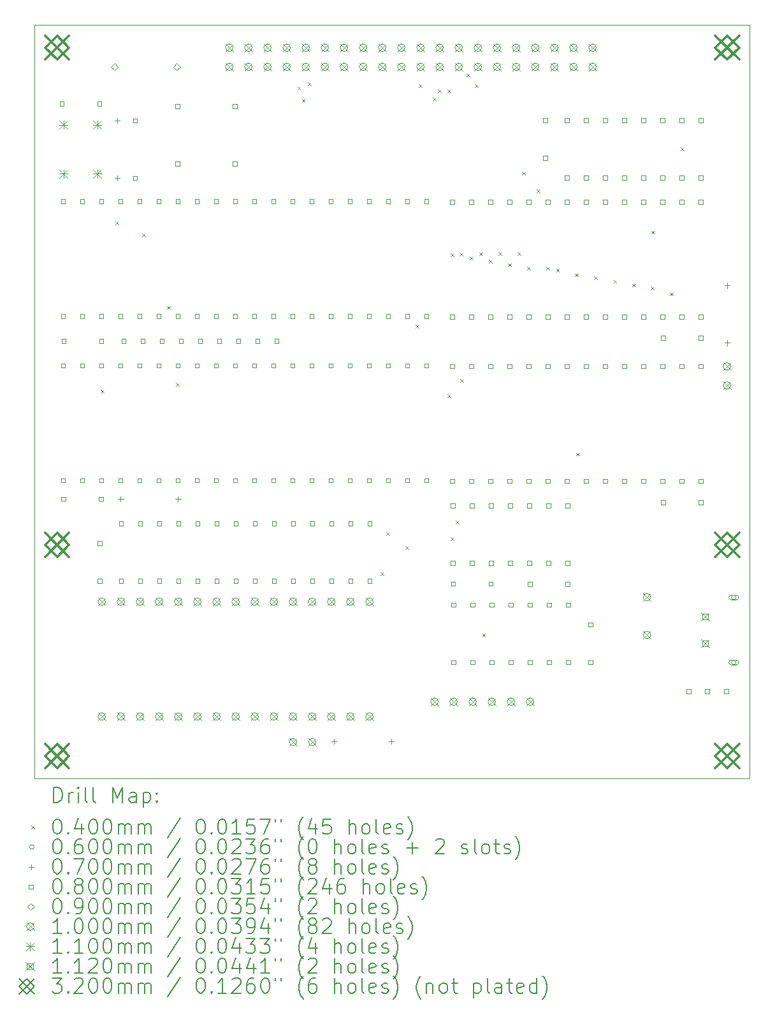
<source format=gbr>
%TF.GenerationSoftware,KiCad,Pcbnew,7.0.10-7.0.10~ubuntu22.04.1*%
%TF.CreationDate,2024-04-10T12:25:00+09:00*%
%TF.ProjectId,sbc6502a1,73626336-3530-4326-9131-2e6b69636164,rev?*%
%TF.SameCoordinates,Original*%
%TF.FileFunction,Drillmap*%
%TF.FilePolarity,Positive*%
%FSLAX45Y45*%
G04 Gerber Fmt 4.5, Leading zero omitted, Abs format (unit mm)*
G04 Created by KiCad (PCBNEW 7.0.10-7.0.10~ubuntu22.04.1) date 2024-04-10 12:25:00*
%MOMM*%
%LPD*%
G01*
G04 APERTURE LIST*
%ADD10C,0.100000*%
%ADD11C,0.200000*%
%ADD12C,0.110000*%
%ADD13C,0.112000*%
%ADD14C,0.320000*%
G04 APERTURE END LIST*
D10*
X3000000Y-3000000D02*
X12500000Y-3000000D01*
X12500000Y-13000000D01*
X3000000Y-13000000D01*
X3000000Y-3000000D01*
D11*
D10*
X3878900Y-7841300D02*
X3918900Y-7881300D01*
X3918900Y-7841300D02*
X3878900Y-7881300D01*
X4078200Y-5606100D02*
X4118200Y-5646100D01*
X4118200Y-5606100D02*
X4078200Y-5646100D01*
X4428700Y-5771200D02*
X4468700Y-5811200D01*
X4468700Y-5771200D02*
X4428700Y-5811200D01*
X4760280Y-6731320D02*
X4800280Y-6771320D01*
X4800280Y-6731320D02*
X4760280Y-6771320D01*
X4882200Y-7748500D02*
X4922200Y-7788500D01*
X4922200Y-7748500D02*
X4882200Y-7788500D01*
X6492335Y-3818165D02*
X6532335Y-3858165D01*
X6532335Y-3818165D02*
X6492335Y-3858165D01*
X6552140Y-3980500D02*
X6592140Y-4020500D01*
X6592140Y-3980500D02*
X6552140Y-4020500D01*
X6634800Y-3764600D02*
X6674800Y-3804600D01*
X6674800Y-3764600D02*
X6634800Y-3804600D01*
X7600000Y-10267000D02*
X7640000Y-10307000D01*
X7640000Y-10267000D02*
X7600000Y-10307000D01*
X7675400Y-9733600D02*
X7715400Y-9773600D01*
X7715400Y-9733600D02*
X7675400Y-9773600D01*
X7929735Y-9916945D02*
X7969735Y-9956945D01*
X7969735Y-9916945D02*
X7929735Y-9956945D01*
X8063550Y-6977700D02*
X8103550Y-7017700D01*
X8103550Y-6977700D02*
X8063550Y-7017700D01*
X8108000Y-3790000D02*
X8148000Y-3830000D01*
X8148000Y-3790000D02*
X8108000Y-3830000D01*
X8289500Y-3967800D02*
X8329500Y-4007800D01*
X8329500Y-3967800D02*
X8289500Y-4007800D01*
X8362000Y-3853500D02*
X8402000Y-3893500D01*
X8402000Y-3853500D02*
X8362000Y-3893500D01*
X8487315Y-7904005D02*
X8527315Y-7944005D01*
X8527315Y-7904005D02*
X8487315Y-7944005D01*
X8488535Y-3853035D02*
X8528535Y-3893035D01*
X8528535Y-3853035D02*
X8488535Y-3893035D01*
X8527100Y-9797100D02*
X8567100Y-9837100D01*
X8567100Y-9797100D02*
X8527100Y-9837100D01*
X8527480Y-6028860D02*
X8567480Y-6068860D01*
X8567480Y-6028860D02*
X8527480Y-6068860D01*
X8594300Y-9581200D02*
X8634300Y-9621200D01*
X8634300Y-9581200D02*
X8594300Y-9621200D01*
X8649400Y-6023000D02*
X8689400Y-6063000D01*
X8689400Y-6023000D02*
X8649400Y-6063000D01*
X8653635Y-7702065D02*
X8693635Y-7742065D01*
X8693635Y-7702065D02*
X8653635Y-7742065D01*
X8743000Y-3641300D02*
X8783000Y-3681300D01*
X8783000Y-3641300D02*
X8743000Y-3681300D01*
X8781480Y-6073860D02*
X8821480Y-6113860D01*
X8821480Y-6073860D02*
X8781480Y-6113860D01*
X8853715Y-3789885D02*
X8893715Y-3829885D01*
X8893715Y-3789885D02*
X8853715Y-3829885D01*
X8908480Y-6017920D02*
X8948480Y-6057920D01*
X8948480Y-6017920D02*
X8908480Y-6057920D01*
X8948760Y-11077240D02*
X8988760Y-11117240D01*
X8988760Y-11077240D02*
X8948760Y-11117240D01*
X9035480Y-6118860D02*
X9075480Y-6158860D01*
X9075480Y-6118860D02*
X9035480Y-6158860D01*
X9162480Y-6012840D02*
X9202480Y-6052840D01*
X9202480Y-6012840D02*
X9162480Y-6052840D01*
X9289480Y-6163860D02*
X9329480Y-6203860D01*
X9329480Y-6163860D02*
X9289480Y-6203860D01*
X9416480Y-6012840D02*
X9456480Y-6052840D01*
X9456480Y-6012840D02*
X9416480Y-6052840D01*
X9479600Y-4945700D02*
X9519600Y-4985700D01*
X9519600Y-4945700D02*
X9479600Y-4985700D01*
X9543480Y-6208860D02*
X9583480Y-6248860D01*
X9583480Y-6208860D02*
X9543480Y-6248860D01*
X9670480Y-5187000D02*
X9710480Y-5227000D01*
X9710480Y-5187000D02*
X9670480Y-5227000D01*
X9797480Y-6208860D02*
X9837480Y-6248860D01*
X9837480Y-6208860D02*
X9797480Y-6248860D01*
X9929560Y-6234280D02*
X9969560Y-6274280D01*
X9969560Y-6234280D02*
X9929560Y-6274280D01*
X10178480Y-6298860D02*
X10218480Y-6338860D01*
X10218480Y-6298860D02*
X10178480Y-6338860D01*
X10195880Y-8676960D02*
X10235880Y-8716960D01*
X10235880Y-8676960D02*
X10195880Y-8716960D01*
X10432480Y-6337960D02*
X10472480Y-6377960D01*
X10472480Y-6337960D02*
X10432480Y-6377960D01*
X10691560Y-6383680D02*
X10731560Y-6423680D01*
X10731560Y-6383680D02*
X10691560Y-6423680D01*
X10940480Y-6433860D02*
X10980480Y-6473860D01*
X10980480Y-6433860D02*
X10940480Y-6473860D01*
X11189400Y-6470040D02*
X11229400Y-6510040D01*
X11229400Y-6470040D02*
X11189400Y-6510040D01*
X11194480Y-5731360D02*
X11234480Y-5771360D01*
X11234480Y-5731360D02*
X11194480Y-5771360D01*
X11443060Y-6551320D02*
X11483060Y-6591320D01*
X11483060Y-6551320D02*
X11443060Y-6591320D01*
X11587800Y-4628200D02*
X11627800Y-4668200D01*
X11627800Y-4628200D02*
X11587800Y-4668200D01*
X12318546Y-10598000D02*
G75*
G03*
X12258546Y-10598000I-30000J0D01*
G01*
X12258546Y-10598000D02*
G75*
G03*
X12318546Y-10598000I30000J0D01*
G01*
X12323546Y-10568000D02*
X12253546Y-10568000D01*
X12253546Y-10568000D02*
G75*
G03*
X12253546Y-10628000I0J-30000D01*
G01*
X12253546Y-10628000D02*
X12323546Y-10628000D01*
X12323546Y-10628000D02*
G75*
G03*
X12323546Y-10568000I0J30000D01*
G01*
X12318546Y-11461000D02*
G75*
G03*
X12258546Y-11461000I-30000J0D01*
G01*
X12258546Y-11461000D02*
G75*
G03*
X12318546Y-11461000I30000J0D01*
G01*
X12323546Y-11431000D02*
X12253546Y-11431000D01*
X12253546Y-11431000D02*
G75*
G03*
X12253546Y-11491000I0J-30000D01*
G01*
X12253546Y-11491000D02*
X12323546Y-11491000D01*
X12323546Y-11491000D02*
G75*
G03*
X12323546Y-11431000I0J30000D01*
G01*
X4100360Y-4235320D02*
X4100360Y-4305320D01*
X4065360Y-4270320D02*
X4135360Y-4270320D01*
X4100360Y-4997320D02*
X4100360Y-5067320D01*
X4065360Y-5032320D02*
X4135360Y-5032320D01*
X4145280Y-9256320D02*
X4145280Y-9326320D01*
X4110280Y-9291320D02*
X4180280Y-9291320D01*
X4907280Y-9256320D02*
X4907280Y-9326320D01*
X4872280Y-9291320D02*
X4942280Y-9291320D01*
X6976880Y-12474500D02*
X6976880Y-12544500D01*
X6941880Y-12509500D02*
X7011880Y-12509500D01*
X7738880Y-12474500D02*
X7738880Y-12544500D01*
X7703880Y-12509500D02*
X7773880Y-12509500D01*
X12200000Y-6422020D02*
X12200000Y-6492020D01*
X12165000Y-6457020D02*
X12235000Y-6457020D01*
X12200000Y-7184020D02*
X12200000Y-7254020D01*
X12165000Y-7219020D02*
X12235000Y-7219020D01*
X3392044Y-4072544D02*
X3392044Y-4015975D01*
X3335475Y-4015975D01*
X3335475Y-4072544D01*
X3392044Y-4072544D01*
X3409404Y-5370245D02*
X3409404Y-5313676D01*
X3352835Y-5313676D01*
X3352835Y-5370245D01*
X3409404Y-5370245D01*
X3409404Y-6894244D02*
X3409404Y-6837675D01*
X3352835Y-6837675D01*
X3352835Y-6894244D01*
X3409404Y-6894244D01*
X3409404Y-7549564D02*
X3409404Y-7492995D01*
X3352835Y-7492995D01*
X3352835Y-7549564D01*
X3409404Y-7549564D01*
X3409404Y-9073565D02*
X3409404Y-9016996D01*
X3352835Y-9016996D01*
X3352835Y-9073565D01*
X3409404Y-9073565D01*
X3413404Y-9317405D02*
X3413404Y-9260836D01*
X3356835Y-9260836D01*
X3356835Y-9317405D01*
X3413404Y-9317405D01*
X3415944Y-7224444D02*
X3415944Y-7167875D01*
X3359375Y-7167875D01*
X3359375Y-7224444D01*
X3415944Y-7224444D01*
X3663404Y-5370245D02*
X3663404Y-5313676D01*
X3606835Y-5313676D01*
X3606835Y-5370245D01*
X3663404Y-5370245D01*
X3663404Y-6894244D02*
X3663404Y-6837675D01*
X3606835Y-6837675D01*
X3606835Y-6894244D01*
X3663404Y-6894244D01*
X3663404Y-7549564D02*
X3663404Y-7492995D01*
X3606835Y-7492995D01*
X3606835Y-7549564D01*
X3663404Y-7549564D01*
X3663404Y-9073565D02*
X3663404Y-9016996D01*
X3606835Y-9016996D01*
X3606835Y-9073565D01*
X3663404Y-9073565D01*
X3892044Y-4072544D02*
X3892044Y-4015975D01*
X3835475Y-4015975D01*
X3835475Y-4072544D01*
X3892044Y-4072544D01*
X3896704Y-9906725D02*
X3896704Y-9850156D01*
X3840135Y-9850156D01*
X3840135Y-9906725D01*
X3896704Y-9906725D01*
X3896704Y-10406725D02*
X3896704Y-10350156D01*
X3840135Y-10350156D01*
X3840135Y-10406725D01*
X3896704Y-10406725D01*
X3913404Y-9317405D02*
X3913404Y-9260836D01*
X3856835Y-9260836D01*
X3856835Y-9317405D01*
X3913404Y-9317405D01*
X3915944Y-7224444D02*
X3915944Y-7167875D01*
X3859375Y-7167875D01*
X3859375Y-7224444D01*
X3915944Y-7224444D01*
X3917404Y-5370245D02*
X3917404Y-5313676D01*
X3860835Y-5313676D01*
X3860835Y-5370245D01*
X3917404Y-5370245D01*
X3917404Y-6894244D02*
X3917404Y-6837675D01*
X3860835Y-6837675D01*
X3860835Y-6894244D01*
X3917404Y-6894244D01*
X3917404Y-7549564D02*
X3917404Y-7492995D01*
X3860835Y-7492995D01*
X3860835Y-7549564D01*
X3917404Y-7549564D01*
X3917404Y-9073565D02*
X3917404Y-9016996D01*
X3860835Y-9016996D01*
X3860835Y-9073565D01*
X3917404Y-9073565D01*
X4171404Y-5370245D02*
X4171404Y-5313676D01*
X4114835Y-5313676D01*
X4114835Y-5370245D01*
X4171404Y-5370245D01*
X4171404Y-6894244D02*
X4171404Y-6837675D01*
X4114835Y-6837675D01*
X4114835Y-6894244D01*
X4171404Y-6894244D01*
X4171404Y-7549564D02*
X4171404Y-7492995D01*
X4114835Y-7492995D01*
X4114835Y-7549564D01*
X4171404Y-7549564D01*
X4171404Y-9073565D02*
X4171404Y-9016996D01*
X4114835Y-9016996D01*
X4114835Y-9073565D01*
X4171404Y-9073565D01*
X4179024Y-9645065D02*
X4179024Y-9588496D01*
X4122455Y-9588496D01*
X4122455Y-9645065D01*
X4179024Y-9645065D01*
X4179024Y-10407065D02*
X4179024Y-10350496D01*
X4122455Y-10350496D01*
X4122455Y-10407065D01*
X4179024Y-10407065D01*
X4212045Y-7224444D02*
X4212045Y-7167875D01*
X4155475Y-7167875D01*
X4155475Y-7224444D01*
X4212045Y-7224444D01*
X4364865Y-4298605D02*
X4364865Y-4242036D01*
X4308296Y-4242036D01*
X4308296Y-4298605D01*
X4364865Y-4298605D01*
X4364865Y-5060605D02*
X4364865Y-5004036D01*
X4308296Y-5004036D01*
X4308296Y-5060605D01*
X4364865Y-5060605D01*
X4425405Y-5370245D02*
X4425405Y-5313676D01*
X4368836Y-5313676D01*
X4368836Y-5370245D01*
X4425405Y-5370245D01*
X4425405Y-6894244D02*
X4425405Y-6837675D01*
X4368836Y-6837675D01*
X4368836Y-6894244D01*
X4425405Y-6894244D01*
X4425405Y-7549564D02*
X4425405Y-7492995D01*
X4368836Y-7492995D01*
X4368836Y-7549564D01*
X4425405Y-7549564D01*
X4425405Y-9073565D02*
X4425405Y-9016996D01*
X4368836Y-9016996D01*
X4368836Y-9073565D01*
X4425405Y-9073565D01*
X4433025Y-9645065D02*
X4433025Y-9588496D01*
X4376456Y-9588496D01*
X4376456Y-9645065D01*
X4433025Y-9645065D01*
X4433025Y-10407065D02*
X4433025Y-10350496D01*
X4376456Y-10350496D01*
X4376456Y-10407065D01*
X4433025Y-10407065D01*
X4466045Y-7224444D02*
X4466045Y-7167875D01*
X4409476Y-7167875D01*
X4409476Y-7224444D01*
X4466045Y-7224444D01*
X4679405Y-5370245D02*
X4679405Y-5313676D01*
X4622836Y-5313676D01*
X4622836Y-5370245D01*
X4679405Y-5370245D01*
X4679405Y-6894244D02*
X4679405Y-6837675D01*
X4622836Y-6837675D01*
X4622836Y-6894244D01*
X4679405Y-6894244D01*
X4679405Y-7549564D02*
X4679405Y-7492995D01*
X4622836Y-7492995D01*
X4622836Y-7549564D01*
X4679405Y-7549564D01*
X4679405Y-9073565D02*
X4679405Y-9016996D01*
X4622836Y-9016996D01*
X4622836Y-9073565D01*
X4679405Y-9073565D01*
X4687025Y-9645065D02*
X4687025Y-9588496D01*
X4630456Y-9588496D01*
X4630456Y-9645065D01*
X4687025Y-9645065D01*
X4687025Y-10407065D02*
X4687025Y-10350496D01*
X4630456Y-10350496D01*
X4630456Y-10407065D01*
X4687025Y-10407065D01*
X4720045Y-7224444D02*
X4720045Y-7167875D01*
X4663476Y-7167875D01*
X4663476Y-7224444D01*
X4720045Y-7224444D01*
X4925405Y-4107524D02*
X4925405Y-4050955D01*
X4868836Y-4050955D01*
X4868836Y-4107524D01*
X4925405Y-4107524D01*
X4925405Y-4869525D02*
X4925405Y-4812956D01*
X4868836Y-4812956D01*
X4868836Y-4869525D01*
X4925405Y-4869525D01*
X4933405Y-5370245D02*
X4933405Y-5313676D01*
X4876836Y-5313676D01*
X4876836Y-5370245D01*
X4933405Y-5370245D01*
X4933405Y-6894244D02*
X4933405Y-6837675D01*
X4876836Y-6837675D01*
X4876836Y-6894244D01*
X4933405Y-6894244D01*
X4933405Y-7549564D02*
X4933405Y-7492995D01*
X4876836Y-7492995D01*
X4876836Y-7549564D01*
X4933405Y-7549564D01*
X4933405Y-9073565D02*
X4933405Y-9016996D01*
X4876836Y-9016996D01*
X4876836Y-9073565D01*
X4933405Y-9073565D01*
X4941025Y-9645065D02*
X4941025Y-9588496D01*
X4884456Y-9588496D01*
X4884456Y-9645065D01*
X4941025Y-9645065D01*
X4941025Y-10407065D02*
X4941025Y-10350496D01*
X4884456Y-10350496D01*
X4884456Y-10407065D01*
X4941025Y-10407065D01*
X4974045Y-7224444D02*
X4974045Y-7167875D01*
X4917476Y-7167875D01*
X4917476Y-7224444D01*
X4974045Y-7224444D01*
X5187405Y-5370245D02*
X5187405Y-5313676D01*
X5130836Y-5313676D01*
X5130836Y-5370245D01*
X5187405Y-5370245D01*
X5187405Y-6894244D02*
X5187405Y-6837675D01*
X5130836Y-6837675D01*
X5130836Y-6894244D01*
X5187405Y-6894244D01*
X5187405Y-7549564D02*
X5187405Y-7492995D01*
X5130836Y-7492995D01*
X5130836Y-7549564D01*
X5187405Y-7549564D01*
X5187405Y-9073565D02*
X5187405Y-9016996D01*
X5130836Y-9016996D01*
X5130836Y-9073565D01*
X5187405Y-9073565D01*
X5195025Y-9645065D02*
X5195025Y-9588496D01*
X5138456Y-9588496D01*
X5138456Y-9645065D01*
X5195025Y-9645065D01*
X5195025Y-10407065D02*
X5195025Y-10350496D01*
X5138456Y-10350496D01*
X5138456Y-10407065D01*
X5195025Y-10407065D01*
X5228045Y-7224444D02*
X5228045Y-7167875D01*
X5171476Y-7167875D01*
X5171476Y-7224444D01*
X5228045Y-7224444D01*
X5441405Y-5370245D02*
X5441405Y-5313676D01*
X5384836Y-5313676D01*
X5384836Y-5370245D01*
X5441405Y-5370245D01*
X5441405Y-6894244D02*
X5441405Y-6837675D01*
X5384836Y-6837675D01*
X5384836Y-6894244D01*
X5441405Y-6894244D01*
X5441405Y-7549564D02*
X5441405Y-7492995D01*
X5384836Y-7492995D01*
X5384836Y-7549564D01*
X5441405Y-7549564D01*
X5441405Y-9073565D02*
X5441405Y-9016996D01*
X5384836Y-9016996D01*
X5384836Y-9073565D01*
X5441405Y-9073565D01*
X5449025Y-9645065D02*
X5449025Y-9588496D01*
X5392456Y-9588496D01*
X5392456Y-9645065D01*
X5449025Y-9645065D01*
X5449025Y-10407065D02*
X5449025Y-10350496D01*
X5392456Y-10350496D01*
X5392456Y-10407065D01*
X5449025Y-10407065D01*
X5482045Y-7224444D02*
X5482045Y-7167875D01*
X5425476Y-7167875D01*
X5425476Y-7224444D01*
X5482045Y-7224444D01*
X5687404Y-4107524D02*
X5687404Y-4050955D01*
X5630835Y-4050955D01*
X5630835Y-4107524D01*
X5687404Y-4107524D01*
X5687404Y-4869525D02*
X5687404Y-4812956D01*
X5630835Y-4812956D01*
X5630835Y-4869525D01*
X5687404Y-4869525D01*
X5695404Y-5370245D02*
X5695404Y-5313676D01*
X5638835Y-5313676D01*
X5638835Y-5370245D01*
X5695404Y-5370245D01*
X5695404Y-6894244D02*
X5695404Y-6837675D01*
X5638835Y-6837675D01*
X5638835Y-6894244D01*
X5695404Y-6894244D01*
X5695404Y-7549564D02*
X5695404Y-7492995D01*
X5638835Y-7492995D01*
X5638835Y-7549564D01*
X5695404Y-7549564D01*
X5695404Y-9073565D02*
X5695404Y-9016996D01*
X5638835Y-9016996D01*
X5638835Y-9073565D01*
X5695404Y-9073565D01*
X5703024Y-9645065D02*
X5703024Y-9588496D01*
X5646455Y-9588496D01*
X5646455Y-9645065D01*
X5703024Y-9645065D01*
X5703024Y-10407065D02*
X5703024Y-10350496D01*
X5646455Y-10350496D01*
X5646455Y-10407065D01*
X5703024Y-10407065D01*
X5736044Y-7224444D02*
X5736044Y-7167875D01*
X5679475Y-7167875D01*
X5679475Y-7224444D01*
X5736044Y-7224444D01*
X5949404Y-5370245D02*
X5949404Y-5313676D01*
X5892835Y-5313676D01*
X5892835Y-5370245D01*
X5949404Y-5370245D01*
X5949404Y-6894244D02*
X5949404Y-6837675D01*
X5892835Y-6837675D01*
X5892835Y-6894244D01*
X5949404Y-6894244D01*
X5949404Y-7549564D02*
X5949404Y-7492995D01*
X5892835Y-7492995D01*
X5892835Y-7549564D01*
X5949404Y-7549564D01*
X5949404Y-9073565D02*
X5949404Y-9016996D01*
X5892835Y-9016996D01*
X5892835Y-9073565D01*
X5949404Y-9073565D01*
X5957024Y-9645065D02*
X5957024Y-9588496D01*
X5900455Y-9588496D01*
X5900455Y-9645065D01*
X5957024Y-9645065D01*
X5957024Y-10407065D02*
X5957024Y-10350496D01*
X5900455Y-10350496D01*
X5900455Y-10407065D01*
X5957024Y-10407065D01*
X5990044Y-7224444D02*
X5990044Y-7167875D01*
X5933475Y-7167875D01*
X5933475Y-7224444D01*
X5990044Y-7224444D01*
X6203404Y-5370245D02*
X6203404Y-5313676D01*
X6146835Y-5313676D01*
X6146835Y-5370245D01*
X6203404Y-5370245D01*
X6203404Y-6894244D02*
X6203404Y-6837675D01*
X6146835Y-6837675D01*
X6146835Y-6894244D01*
X6203404Y-6894244D01*
X6203404Y-7549564D02*
X6203404Y-7492995D01*
X6146835Y-7492995D01*
X6146835Y-7549564D01*
X6203404Y-7549564D01*
X6203404Y-9073565D02*
X6203404Y-9016996D01*
X6146835Y-9016996D01*
X6146835Y-9073565D01*
X6203404Y-9073565D01*
X6211024Y-9645065D02*
X6211024Y-9588496D01*
X6154455Y-9588496D01*
X6154455Y-9645065D01*
X6211024Y-9645065D01*
X6211024Y-10407065D02*
X6211024Y-10350496D01*
X6154455Y-10350496D01*
X6154455Y-10407065D01*
X6211024Y-10407065D01*
X6244044Y-7224444D02*
X6244044Y-7167875D01*
X6187475Y-7167875D01*
X6187475Y-7224444D01*
X6244044Y-7224444D01*
X6457404Y-5370245D02*
X6457404Y-5313676D01*
X6400835Y-5313676D01*
X6400835Y-5370245D01*
X6457404Y-5370245D01*
X6457404Y-6894244D02*
X6457404Y-6837675D01*
X6400835Y-6837675D01*
X6400835Y-6894244D01*
X6457404Y-6894244D01*
X6457404Y-7549564D02*
X6457404Y-7492995D01*
X6400835Y-7492995D01*
X6400835Y-7549564D01*
X6457404Y-7549564D01*
X6457404Y-9073565D02*
X6457404Y-9016996D01*
X6400835Y-9016996D01*
X6400835Y-9073565D01*
X6457404Y-9073565D01*
X6465024Y-9645065D02*
X6465024Y-9588496D01*
X6408455Y-9588496D01*
X6408455Y-9645065D01*
X6465024Y-9645065D01*
X6465024Y-10407065D02*
X6465024Y-10350496D01*
X6408455Y-10350496D01*
X6408455Y-10407065D01*
X6465024Y-10407065D01*
X6711404Y-5370245D02*
X6711404Y-5313676D01*
X6654835Y-5313676D01*
X6654835Y-5370245D01*
X6711404Y-5370245D01*
X6711404Y-6894244D02*
X6711404Y-6837675D01*
X6654835Y-6837675D01*
X6654835Y-6894244D01*
X6711404Y-6894244D01*
X6711404Y-7549564D02*
X6711404Y-7492995D01*
X6654835Y-7492995D01*
X6654835Y-7549564D01*
X6711404Y-7549564D01*
X6711404Y-9073565D02*
X6711404Y-9016996D01*
X6654835Y-9016996D01*
X6654835Y-9073565D01*
X6711404Y-9073565D01*
X6719024Y-9645065D02*
X6719024Y-9588496D01*
X6662455Y-9588496D01*
X6662455Y-9645065D01*
X6719024Y-9645065D01*
X6719024Y-10407065D02*
X6719024Y-10350496D01*
X6662455Y-10350496D01*
X6662455Y-10407065D01*
X6719024Y-10407065D01*
X6965404Y-5370245D02*
X6965404Y-5313676D01*
X6908835Y-5313676D01*
X6908835Y-5370245D01*
X6965404Y-5370245D01*
X6965404Y-6894244D02*
X6965404Y-6837675D01*
X6908835Y-6837675D01*
X6908835Y-6894244D01*
X6965404Y-6894244D01*
X6965404Y-7549564D02*
X6965404Y-7492995D01*
X6908835Y-7492995D01*
X6908835Y-7549564D01*
X6965404Y-7549564D01*
X6965404Y-9073565D02*
X6965404Y-9016996D01*
X6908835Y-9016996D01*
X6908835Y-9073565D01*
X6965404Y-9073565D01*
X6973024Y-9645065D02*
X6973024Y-9588496D01*
X6916455Y-9588496D01*
X6916455Y-9645065D01*
X6973024Y-9645065D01*
X6973024Y-10407065D02*
X6973024Y-10350496D01*
X6916455Y-10350496D01*
X6916455Y-10407065D01*
X6973024Y-10407065D01*
X7219404Y-5370245D02*
X7219404Y-5313676D01*
X7162835Y-5313676D01*
X7162835Y-5370245D01*
X7219404Y-5370245D01*
X7219404Y-6894244D02*
X7219404Y-6837675D01*
X7162835Y-6837675D01*
X7162835Y-6894244D01*
X7219404Y-6894244D01*
X7219404Y-7549564D02*
X7219404Y-7492995D01*
X7162835Y-7492995D01*
X7162835Y-7549564D01*
X7219404Y-7549564D01*
X7219404Y-9073565D02*
X7219404Y-9016996D01*
X7162835Y-9016996D01*
X7162835Y-9073565D01*
X7219404Y-9073565D01*
X7227024Y-9645065D02*
X7227024Y-9588496D01*
X7170455Y-9588496D01*
X7170455Y-9645065D01*
X7227024Y-9645065D01*
X7227024Y-10407065D02*
X7227024Y-10350496D01*
X7170455Y-10350496D01*
X7170455Y-10407065D01*
X7227024Y-10407065D01*
X7473404Y-5370245D02*
X7473404Y-5313676D01*
X7416835Y-5313676D01*
X7416835Y-5370245D01*
X7473404Y-5370245D01*
X7473404Y-6894244D02*
X7473404Y-6837675D01*
X7416835Y-6837675D01*
X7416835Y-6894244D01*
X7473404Y-6894244D01*
X7473404Y-7549564D02*
X7473404Y-7492995D01*
X7416835Y-7492995D01*
X7416835Y-7549564D01*
X7473404Y-7549564D01*
X7473404Y-9073565D02*
X7473404Y-9016996D01*
X7416835Y-9016996D01*
X7416835Y-9073565D01*
X7473404Y-9073565D01*
X7481024Y-9645065D02*
X7481024Y-9588496D01*
X7424455Y-9588496D01*
X7424455Y-9645065D01*
X7481024Y-9645065D01*
X7481024Y-10407065D02*
X7481024Y-10350496D01*
X7424455Y-10350496D01*
X7424455Y-10407065D01*
X7481024Y-10407065D01*
X7727404Y-5370245D02*
X7727404Y-5313676D01*
X7670835Y-5313676D01*
X7670835Y-5370245D01*
X7727404Y-5370245D01*
X7727404Y-6894244D02*
X7727404Y-6837675D01*
X7670835Y-6837675D01*
X7670835Y-6894244D01*
X7727404Y-6894244D01*
X7727404Y-7549564D02*
X7727404Y-7492995D01*
X7670835Y-7492995D01*
X7670835Y-7549564D01*
X7727404Y-7549564D01*
X7727404Y-9073565D02*
X7727404Y-9016996D01*
X7670835Y-9016996D01*
X7670835Y-9073565D01*
X7727404Y-9073565D01*
X7981404Y-5370245D02*
X7981404Y-5313676D01*
X7924835Y-5313676D01*
X7924835Y-5370245D01*
X7981404Y-5370245D01*
X7981404Y-6894244D02*
X7981404Y-6837675D01*
X7924835Y-6837675D01*
X7924835Y-6894244D01*
X7981404Y-6894244D01*
X7981404Y-7549564D02*
X7981404Y-7492995D01*
X7924835Y-7492995D01*
X7924835Y-7549564D01*
X7981404Y-7549564D01*
X7981404Y-9073565D02*
X7981404Y-9016996D01*
X7924835Y-9016996D01*
X7924835Y-9073565D01*
X7981404Y-9073565D01*
X8235404Y-5370245D02*
X8235404Y-5313676D01*
X8178835Y-5313676D01*
X8178835Y-5370245D01*
X8235404Y-5370245D01*
X8235404Y-6894244D02*
X8235404Y-6837675D01*
X8178835Y-6837675D01*
X8178835Y-6894244D01*
X8235404Y-6894244D01*
X8235404Y-7549564D02*
X8235404Y-7492995D01*
X8178835Y-7492995D01*
X8178835Y-7549564D01*
X8235404Y-7549564D01*
X8235404Y-9073565D02*
X8235404Y-9016996D01*
X8178835Y-9016996D01*
X8178835Y-9073565D01*
X8235404Y-9073565D01*
X8575765Y-5375325D02*
X8575765Y-5318756D01*
X8519196Y-5318756D01*
X8519196Y-5375325D01*
X8575765Y-5375325D01*
X8575765Y-6899324D02*
X8575765Y-6842755D01*
X8519196Y-6842755D01*
X8519196Y-6899324D01*
X8575765Y-6899324D01*
X8577985Y-7556324D02*
X8577985Y-7499755D01*
X8521416Y-7499755D01*
X8521416Y-7556324D01*
X8577985Y-7556324D01*
X8577985Y-9080325D02*
X8577985Y-9023756D01*
X8521416Y-9023756D01*
X8521416Y-9080325D01*
X8577985Y-9080325D01*
X8586425Y-9404765D02*
X8586425Y-9348196D01*
X8529856Y-9348196D01*
X8529856Y-9404765D01*
X8586425Y-9404765D01*
X8586425Y-10166765D02*
X8586425Y-10110196D01*
X8529856Y-10110196D01*
X8529856Y-10166765D01*
X8586425Y-10166765D01*
X8589925Y-10445165D02*
X8589925Y-10388596D01*
X8533356Y-10388596D01*
X8533356Y-10445165D01*
X8589925Y-10445165D01*
X8596085Y-10724565D02*
X8596085Y-10667996D01*
X8539516Y-10667996D01*
X8539516Y-10724565D01*
X8596085Y-10724565D01*
X8596085Y-11486564D02*
X8596085Y-11429995D01*
X8539516Y-11429995D01*
X8539516Y-11486564D01*
X8596085Y-11486564D01*
X8829765Y-5375325D02*
X8829765Y-5318756D01*
X8773196Y-5318756D01*
X8773196Y-5375325D01*
X8829765Y-5375325D01*
X8829765Y-6899324D02*
X8829765Y-6842755D01*
X8773196Y-6842755D01*
X8773196Y-6899324D01*
X8829765Y-6899324D01*
X8831985Y-7556324D02*
X8831985Y-7499755D01*
X8775416Y-7499755D01*
X8775416Y-7556324D01*
X8831985Y-7556324D01*
X8831985Y-9080325D02*
X8831985Y-9023756D01*
X8775416Y-9023756D01*
X8775416Y-9080325D01*
X8831985Y-9080325D01*
X8840425Y-9404765D02*
X8840425Y-9348196D01*
X8783856Y-9348196D01*
X8783856Y-9404765D01*
X8840425Y-9404765D01*
X8840425Y-10166765D02*
X8840425Y-10110196D01*
X8783856Y-10110196D01*
X8783856Y-10166765D01*
X8840425Y-10166765D01*
X8850085Y-10724565D02*
X8850085Y-10667996D01*
X8793516Y-10667996D01*
X8793516Y-10724565D01*
X8850085Y-10724565D01*
X8850085Y-11486564D02*
X8850085Y-11429995D01*
X8793516Y-11429995D01*
X8793516Y-11486564D01*
X8850085Y-11486564D01*
X9083765Y-5375325D02*
X9083765Y-5318756D01*
X9027196Y-5318756D01*
X9027196Y-5375325D01*
X9083765Y-5375325D01*
X9083765Y-6899324D02*
X9083765Y-6842755D01*
X9027196Y-6842755D01*
X9027196Y-6899324D01*
X9083765Y-6899324D01*
X9085985Y-7556324D02*
X9085985Y-7499755D01*
X9029416Y-7499755D01*
X9029416Y-7556324D01*
X9085985Y-7556324D01*
X9085985Y-9080325D02*
X9085985Y-9023756D01*
X9029416Y-9023756D01*
X9029416Y-9080325D01*
X9085985Y-9080325D01*
X9089925Y-10445165D02*
X9089925Y-10388596D01*
X9033356Y-10388596D01*
X9033356Y-10445165D01*
X9089925Y-10445165D01*
X9094425Y-9404765D02*
X9094425Y-9348196D01*
X9037856Y-9348196D01*
X9037856Y-9404765D01*
X9094425Y-9404765D01*
X9094425Y-10166765D02*
X9094425Y-10110196D01*
X9037856Y-10110196D01*
X9037856Y-10166765D01*
X9094425Y-10166765D01*
X9104085Y-10724565D02*
X9104085Y-10667996D01*
X9047516Y-10667996D01*
X9047516Y-10724565D01*
X9104085Y-10724565D01*
X9104085Y-11486564D02*
X9104085Y-11429995D01*
X9047516Y-11429995D01*
X9047516Y-11486564D01*
X9104085Y-11486564D01*
X9337765Y-5375325D02*
X9337765Y-5318756D01*
X9281196Y-5318756D01*
X9281196Y-5375325D01*
X9337765Y-5375325D01*
X9337765Y-6899324D02*
X9337765Y-6842755D01*
X9281196Y-6842755D01*
X9281196Y-6899324D01*
X9337765Y-6899324D01*
X9339985Y-7556324D02*
X9339985Y-7499755D01*
X9283416Y-7499755D01*
X9283416Y-7556324D01*
X9339985Y-7556324D01*
X9339985Y-9080325D02*
X9339985Y-9023756D01*
X9283416Y-9023756D01*
X9283416Y-9080325D01*
X9339985Y-9080325D01*
X9348425Y-9404765D02*
X9348425Y-9348196D01*
X9291856Y-9348196D01*
X9291856Y-9404765D01*
X9348425Y-9404765D01*
X9348425Y-10166765D02*
X9348425Y-10110196D01*
X9291856Y-10110196D01*
X9291856Y-10166765D01*
X9348425Y-10166765D01*
X9358085Y-10724565D02*
X9358085Y-10667996D01*
X9301516Y-10667996D01*
X9301516Y-10724565D01*
X9358085Y-10724565D01*
X9358085Y-11486564D02*
X9358085Y-11429995D01*
X9301516Y-11429995D01*
X9301516Y-11486564D01*
X9358085Y-11486564D01*
X9591765Y-5375325D02*
X9591765Y-5318756D01*
X9535196Y-5318756D01*
X9535196Y-5375325D01*
X9591765Y-5375325D01*
X9591765Y-6899324D02*
X9591765Y-6842755D01*
X9535196Y-6842755D01*
X9535196Y-6899324D01*
X9591765Y-6899324D01*
X9593985Y-7556324D02*
X9593985Y-7499755D01*
X9537416Y-7499755D01*
X9537416Y-7556324D01*
X9593985Y-7556324D01*
X9593985Y-9080325D02*
X9593985Y-9023756D01*
X9537416Y-9023756D01*
X9537416Y-9080325D01*
X9593985Y-9080325D01*
X9602425Y-9404765D02*
X9602425Y-9348196D01*
X9545856Y-9348196D01*
X9545856Y-9404765D01*
X9602425Y-9404765D01*
X9602425Y-10166765D02*
X9602425Y-10110196D01*
X9545856Y-10110196D01*
X9545856Y-10166765D01*
X9602425Y-10166765D01*
X9611505Y-10446165D02*
X9611505Y-10389596D01*
X9554936Y-10389596D01*
X9554936Y-10446165D01*
X9611505Y-10446165D01*
X9612085Y-10724565D02*
X9612085Y-10667996D01*
X9555516Y-10667996D01*
X9555516Y-10724565D01*
X9612085Y-10724565D01*
X9612085Y-11486564D02*
X9612085Y-11429995D01*
X9555516Y-11429995D01*
X9555516Y-11486564D01*
X9612085Y-11486564D01*
X9812745Y-4293285D02*
X9812745Y-4236716D01*
X9756176Y-4236716D01*
X9756176Y-4293285D01*
X9812745Y-4293285D01*
X9812745Y-4793285D02*
X9812745Y-4736716D01*
X9756176Y-4736716D01*
X9756176Y-4793285D01*
X9812745Y-4793285D01*
X9845765Y-5375325D02*
X9845765Y-5318756D01*
X9789196Y-5318756D01*
X9789196Y-5375325D01*
X9845765Y-5375325D01*
X9845765Y-6899324D02*
X9845765Y-6842755D01*
X9789196Y-6842755D01*
X9789196Y-6899324D01*
X9845765Y-6899324D01*
X9847985Y-7556324D02*
X9847985Y-7499755D01*
X9791416Y-7499755D01*
X9791416Y-7556324D01*
X9847985Y-7556324D01*
X9847985Y-9080325D02*
X9847985Y-9023756D01*
X9791416Y-9023756D01*
X9791416Y-9080325D01*
X9847985Y-9080325D01*
X9856425Y-9404765D02*
X9856425Y-9348196D01*
X9799856Y-9348196D01*
X9799856Y-9404765D01*
X9856425Y-9404765D01*
X9856425Y-10166765D02*
X9856425Y-10110196D01*
X9799856Y-10110196D01*
X9799856Y-10166765D01*
X9856425Y-10166765D01*
X9866085Y-10724565D02*
X9866085Y-10667996D01*
X9809516Y-10667996D01*
X9809516Y-10724565D01*
X9866085Y-10724565D01*
X9866085Y-11486564D02*
X9866085Y-11429995D01*
X9809516Y-11429995D01*
X9809516Y-11486564D01*
X9866085Y-11486564D01*
X10099765Y-4293285D02*
X10099765Y-4236716D01*
X10043196Y-4236716D01*
X10043196Y-4293285D01*
X10099765Y-4293285D01*
X10099765Y-5055285D02*
X10099765Y-4998716D01*
X10043196Y-4998716D01*
X10043196Y-5055285D01*
X10099765Y-5055285D01*
X10099765Y-5375325D02*
X10099765Y-5318756D01*
X10043196Y-5318756D01*
X10043196Y-5375325D01*
X10099765Y-5375325D01*
X10099765Y-6899324D02*
X10099765Y-6842755D01*
X10043196Y-6842755D01*
X10043196Y-6899324D01*
X10099765Y-6899324D01*
X10101985Y-7556324D02*
X10101985Y-7499755D01*
X10045416Y-7499755D01*
X10045416Y-7556324D01*
X10101985Y-7556324D01*
X10101985Y-9080325D02*
X10101985Y-9023756D01*
X10045416Y-9023756D01*
X10045416Y-9080325D01*
X10101985Y-9080325D01*
X10110425Y-9404765D02*
X10110425Y-9348196D01*
X10053856Y-9348196D01*
X10053856Y-9404765D01*
X10110425Y-9404765D01*
X10110425Y-10166765D02*
X10110425Y-10110196D01*
X10053856Y-10110196D01*
X10053856Y-10166765D01*
X10110425Y-10166765D01*
X10111505Y-10446165D02*
X10111505Y-10389596D01*
X10054936Y-10389596D01*
X10054936Y-10446165D01*
X10111505Y-10446165D01*
X10120085Y-10724565D02*
X10120085Y-10667996D01*
X10063516Y-10667996D01*
X10063516Y-10724565D01*
X10120085Y-10724565D01*
X10120085Y-11486564D02*
X10120085Y-11429995D01*
X10063516Y-11429995D01*
X10063516Y-11486564D01*
X10120085Y-11486564D01*
X10353765Y-4293285D02*
X10353765Y-4236716D01*
X10297196Y-4236716D01*
X10297196Y-4293285D01*
X10353765Y-4293285D01*
X10353765Y-5055285D02*
X10353765Y-4998716D01*
X10297196Y-4998716D01*
X10297196Y-5055285D01*
X10353765Y-5055285D01*
X10353765Y-5375325D02*
X10353765Y-5318756D01*
X10297196Y-5318756D01*
X10297196Y-5375325D01*
X10353765Y-5375325D01*
X10353765Y-6899324D02*
X10353765Y-6842755D01*
X10297196Y-6842755D01*
X10297196Y-6899324D01*
X10353765Y-6899324D01*
X10355985Y-7556324D02*
X10355985Y-7499755D01*
X10299416Y-7499755D01*
X10299416Y-7556324D01*
X10355985Y-7556324D01*
X10355985Y-9080325D02*
X10355985Y-9023756D01*
X10299416Y-9023756D01*
X10299416Y-9080325D01*
X10355985Y-9080325D01*
X10412185Y-10986565D02*
X10412185Y-10929996D01*
X10355616Y-10929996D01*
X10355616Y-10986565D01*
X10412185Y-10986565D01*
X10412185Y-11486564D02*
X10412185Y-11429995D01*
X10355616Y-11429995D01*
X10355616Y-11486564D01*
X10412185Y-11486564D01*
X10607765Y-4293285D02*
X10607765Y-4236716D01*
X10551196Y-4236716D01*
X10551196Y-4293285D01*
X10607765Y-4293285D01*
X10607765Y-5055285D02*
X10607765Y-4998716D01*
X10551196Y-4998716D01*
X10551196Y-5055285D01*
X10607765Y-5055285D01*
X10607765Y-5375325D02*
X10607765Y-5318756D01*
X10551196Y-5318756D01*
X10551196Y-5375325D01*
X10607765Y-5375325D01*
X10607765Y-6899324D02*
X10607765Y-6842755D01*
X10551196Y-6842755D01*
X10551196Y-6899324D01*
X10607765Y-6899324D01*
X10609985Y-7556324D02*
X10609985Y-7499755D01*
X10553416Y-7499755D01*
X10553416Y-7556324D01*
X10609985Y-7556324D01*
X10609985Y-9080325D02*
X10609985Y-9023756D01*
X10553416Y-9023756D01*
X10553416Y-9080325D01*
X10609985Y-9080325D01*
X10861765Y-4293285D02*
X10861765Y-4236716D01*
X10805196Y-4236716D01*
X10805196Y-4293285D01*
X10861765Y-4293285D01*
X10861765Y-5055285D02*
X10861765Y-4998716D01*
X10805196Y-4998716D01*
X10805196Y-5055285D01*
X10861765Y-5055285D01*
X10861765Y-5375325D02*
X10861765Y-5318756D01*
X10805196Y-5318756D01*
X10805196Y-5375325D01*
X10861765Y-5375325D01*
X10861765Y-6899324D02*
X10861765Y-6842755D01*
X10805196Y-6842755D01*
X10805196Y-6899324D01*
X10861765Y-6899324D01*
X10863985Y-7556324D02*
X10863985Y-7499755D01*
X10807416Y-7499755D01*
X10807416Y-7556324D01*
X10863985Y-7556324D01*
X10863985Y-9080325D02*
X10863985Y-9023756D01*
X10807416Y-9023756D01*
X10807416Y-9080325D01*
X10863985Y-9080325D01*
X11115765Y-4293285D02*
X11115765Y-4236716D01*
X11059196Y-4236716D01*
X11059196Y-4293285D01*
X11115765Y-4293285D01*
X11115765Y-5055285D02*
X11115765Y-4998716D01*
X11059196Y-4998716D01*
X11059196Y-5055285D01*
X11115765Y-5055285D01*
X11115765Y-5375325D02*
X11115765Y-5318756D01*
X11059196Y-5318756D01*
X11059196Y-5375325D01*
X11115765Y-5375325D01*
X11115765Y-6899324D02*
X11115765Y-6842755D01*
X11059196Y-6842755D01*
X11059196Y-6899324D01*
X11115765Y-6899324D01*
X11117985Y-7556324D02*
X11117985Y-7499755D01*
X11061416Y-7499755D01*
X11061416Y-7556324D01*
X11117985Y-7556324D01*
X11117985Y-9080325D02*
X11117985Y-9023756D01*
X11061416Y-9023756D01*
X11061416Y-9080325D01*
X11117985Y-9080325D01*
X11369764Y-4293285D02*
X11369764Y-4236716D01*
X11313195Y-4236716D01*
X11313195Y-4293285D01*
X11369764Y-4293285D01*
X11369764Y-5055285D02*
X11369764Y-4998716D01*
X11313195Y-4998716D01*
X11313195Y-5055285D01*
X11369764Y-5055285D01*
X11369764Y-5375325D02*
X11369764Y-5318756D01*
X11313195Y-5318756D01*
X11313195Y-5375325D01*
X11369764Y-5375325D01*
X11369764Y-6899324D02*
X11369764Y-6842755D01*
X11313195Y-6842755D01*
X11313195Y-6899324D01*
X11369764Y-6899324D01*
X11371984Y-7556324D02*
X11371984Y-7499755D01*
X11315415Y-7499755D01*
X11315415Y-7556324D01*
X11371984Y-7556324D01*
X11371984Y-9080325D02*
X11371984Y-9023756D01*
X11315415Y-9023756D01*
X11315415Y-9080325D01*
X11371984Y-9080325D01*
X11378844Y-7181264D02*
X11378844Y-7124695D01*
X11322275Y-7124695D01*
X11322275Y-7181264D01*
X11378844Y-7181264D01*
X11379924Y-9363125D02*
X11379924Y-9306556D01*
X11323355Y-9306556D01*
X11323355Y-9363125D01*
X11379924Y-9363125D01*
X11623764Y-4293285D02*
X11623764Y-4236716D01*
X11567195Y-4236716D01*
X11567195Y-4293285D01*
X11623764Y-4293285D01*
X11623764Y-5055285D02*
X11623764Y-4998716D01*
X11567195Y-4998716D01*
X11567195Y-5055285D01*
X11623764Y-5055285D01*
X11623764Y-5375325D02*
X11623764Y-5318756D01*
X11567195Y-5318756D01*
X11567195Y-5375325D01*
X11623764Y-5375325D01*
X11623764Y-6899324D02*
X11623764Y-6842755D01*
X11567195Y-6842755D01*
X11567195Y-6899324D01*
X11623764Y-6899324D01*
X11625984Y-7556324D02*
X11625984Y-7499755D01*
X11569415Y-7499755D01*
X11569415Y-7556324D01*
X11625984Y-7556324D01*
X11625984Y-9080325D02*
X11625984Y-9023756D01*
X11569415Y-9023756D01*
X11569415Y-9080325D01*
X11625984Y-9080325D01*
X11716284Y-11869084D02*
X11716284Y-11812515D01*
X11659715Y-11812515D01*
X11659715Y-11869084D01*
X11716284Y-11869084D01*
X11877764Y-4293285D02*
X11877764Y-4236716D01*
X11821195Y-4236716D01*
X11821195Y-4293285D01*
X11877764Y-4293285D01*
X11877764Y-5055285D02*
X11877764Y-4998716D01*
X11821195Y-4998716D01*
X11821195Y-5055285D01*
X11877764Y-5055285D01*
X11877764Y-5375325D02*
X11877764Y-5318756D01*
X11821195Y-5318756D01*
X11821195Y-5375325D01*
X11877764Y-5375325D01*
X11877764Y-6899324D02*
X11877764Y-6842755D01*
X11821195Y-6842755D01*
X11821195Y-6899324D01*
X11877764Y-6899324D01*
X11878844Y-7181264D02*
X11878844Y-7124695D01*
X11822275Y-7124695D01*
X11822275Y-7181264D01*
X11878844Y-7181264D01*
X11879924Y-9363125D02*
X11879924Y-9306556D01*
X11823355Y-9306556D01*
X11823355Y-9363125D01*
X11879924Y-9363125D01*
X11879984Y-7556324D02*
X11879984Y-7499755D01*
X11823415Y-7499755D01*
X11823415Y-7556324D01*
X11879984Y-7556324D01*
X11879984Y-9080325D02*
X11879984Y-9023756D01*
X11823415Y-9023756D01*
X11823415Y-9080325D01*
X11879984Y-9080325D01*
X11966284Y-11869084D02*
X11966284Y-11812515D01*
X11909715Y-11812515D01*
X11909715Y-11869084D01*
X11966284Y-11869084D01*
X12216284Y-11869084D02*
X12216284Y-11812515D01*
X12159715Y-11812515D01*
X12159715Y-11869084D01*
X12216284Y-11869084D01*
X4064000Y-3601000D02*
X4109000Y-3556000D01*
X4064000Y-3511000D01*
X4019000Y-3556000D01*
X4064000Y-3601000D01*
X4889500Y-3601000D02*
X4934500Y-3556000D01*
X4889500Y-3511000D01*
X4844500Y-3556000D01*
X4889500Y-3601000D01*
X3844200Y-10604100D02*
X3944200Y-10704100D01*
X3944200Y-10604100D02*
X3844200Y-10704100D01*
X3944200Y-10654100D02*
G75*
G03*
X3844200Y-10654100I-50000J0D01*
G01*
X3844200Y-10654100D02*
G75*
G03*
X3944200Y-10654100I50000J0D01*
G01*
X3844200Y-12128100D02*
X3944200Y-12228100D01*
X3944200Y-12128100D02*
X3844200Y-12228100D01*
X3944200Y-12178100D02*
G75*
G03*
X3844200Y-12178100I-50000J0D01*
G01*
X3844200Y-12178100D02*
G75*
G03*
X3944200Y-12178100I50000J0D01*
G01*
X4098200Y-10604100D02*
X4198200Y-10704100D01*
X4198200Y-10604100D02*
X4098200Y-10704100D01*
X4198200Y-10654100D02*
G75*
G03*
X4098200Y-10654100I-50000J0D01*
G01*
X4098200Y-10654100D02*
G75*
G03*
X4198200Y-10654100I50000J0D01*
G01*
X4098200Y-12128100D02*
X4198200Y-12228100D01*
X4198200Y-12128100D02*
X4098200Y-12228100D01*
X4198200Y-12178100D02*
G75*
G03*
X4098200Y-12178100I-50000J0D01*
G01*
X4098200Y-12178100D02*
G75*
G03*
X4198200Y-12178100I50000J0D01*
G01*
X4352200Y-10604100D02*
X4452200Y-10704100D01*
X4452200Y-10604100D02*
X4352200Y-10704100D01*
X4452200Y-10654100D02*
G75*
G03*
X4352200Y-10654100I-50000J0D01*
G01*
X4352200Y-10654100D02*
G75*
G03*
X4452200Y-10654100I50000J0D01*
G01*
X4352200Y-12128100D02*
X4452200Y-12228100D01*
X4452200Y-12128100D02*
X4352200Y-12228100D01*
X4452200Y-12178100D02*
G75*
G03*
X4352200Y-12178100I-50000J0D01*
G01*
X4352200Y-12178100D02*
G75*
G03*
X4452200Y-12178100I50000J0D01*
G01*
X4606200Y-10604100D02*
X4706200Y-10704100D01*
X4706200Y-10604100D02*
X4606200Y-10704100D01*
X4706200Y-10654100D02*
G75*
G03*
X4606200Y-10654100I-50000J0D01*
G01*
X4606200Y-10654100D02*
G75*
G03*
X4706200Y-10654100I50000J0D01*
G01*
X4606200Y-12128100D02*
X4706200Y-12228100D01*
X4706200Y-12128100D02*
X4606200Y-12228100D01*
X4706200Y-12178100D02*
G75*
G03*
X4606200Y-12178100I-50000J0D01*
G01*
X4606200Y-12178100D02*
G75*
G03*
X4706200Y-12178100I50000J0D01*
G01*
X4860200Y-10604100D02*
X4960200Y-10704100D01*
X4960200Y-10604100D02*
X4860200Y-10704100D01*
X4960200Y-10654100D02*
G75*
G03*
X4860200Y-10654100I-50000J0D01*
G01*
X4860200Y-10654100D02*
G75*
G03*
X4960200Y-10654100I50000J0D01*
G01*
X4860200Y-12128100D02*
X4960200Y-12228100D01*
X4960200Y-12128100D02*
X4860200Y-12228100D01*
X4960200Y-12178100D02*
G75*
G03*
X4860200Y-12178100I-50000J0D01*
G01*
X4860200Y-12178100D02*
G75*
G03*
X4960200Y-12178100I50000J0D01*
G01*
X5114200Y-10604100D02*
X5214200Y-10704100D01*
X5214200Y-10604100D02*
X5114200Y-10704100D01*
X5214200Y-10654100D02*
G75*
G03*
X5114200Y-10654100I-50000J0D01*
G01*
X5114200Y-10654100D02*
G75*
G03*
X5214200Y-10654100I50000J0D01*
G01*
X5114200Y-12128100D02*
X5214200Y-12228100D01*
X5214200Y-12128100D02*
X5114200Y-12228100D01*
X5214200Y-12178100D02*
G75*
G03*
X5114200Y-12178100I-50000J0D01*
G01*
X5114200Y-12178100D02*
G75*
G03*
X5214200Y-12178100I50000J0D01*
G01*
X5368200Y-10604100D02*
X5468200Y-10704100D01*
X5468200Y-10604100D02*
X5368200Y-10704100D01*
X5468200Y-10654100D02*
G75*
G03*
X5368200Y-10654100I-50000J0D01*
G01*
X5368200Y-10654100D02*
G75*
G03*
X5468200Y-10654100I50000J0D01*
G01*
X5368200Y-12128100D02*
X5468200Y-12228100D01*
X5468200Y-12128100D02*
X5368200Y-12228100D01*
X5468200Y-12178100D02*
G75*
G03*
X5368200Y-12178100I-50000J0D01*
G01*
X5368200Y-12178100D02*
G75*
G03*
X5468200Y-12178100I50000J0D01*
G01*
X5538000Y-3252000D02*
X5638000Y-3352000D01*
X5638000Y-3252000D02*
X5538000Y-3352000D01*
X5638000Y-3302000D02*
G75*
G03*
X5538000Y-3302000I-50000J0D01*
G01*
X5538000Y-3302000D02*
G75*
G03*
X5638000Y-3302000I50000J0D01*
G01*
X5538000Y-3506000D02*
X5638000Y-3606000D01*
X5638000Y-3506000D02*
X5538000Y-3606000D01*
X5638000Y-3556000D02*
G75*
G03*
X5538000Y-3556000I-50000J0D01*
G01*
X5538000Y-3556000D02*
G75*
G03*
X5638000Y-3556000I50000J0D01*
G01*
X5622200Y-10604100D02*
X5722200Y-10704100D01*
X5722200Y-10604100D02*
X5622200Y-10704100D01*
X5722200Y-10654100D02*
G75*
G03*
X5622200Y-10654100I-50000J0D01*
G01*
X5622200Y-10654100D02*
G75*
G03*
X5722200Y-10654100I50000J0D01*
G01*
X5622200Y-12128100D02*
X5722200Y-12228100D01*
X5722200Y-12128100D02*
X5622200Y-12228100D01*
X5722200Y-12178100D02*
G75*
G03*
X5622200Y-12178100I-50000J0D01*
G01*
X5622200Y-12178100D02*
G75*
G03*
X5722200Y-12178100I50000J0D01*
G01*
X5792000Y-3252000D02*
X5892000Y-3352000D01*
X5892000Y-3252000D02*
X5792000Y-3352000D01*
X5892000Y-3302000D02*
G75*
G03*
X5792000Y-3302000I-50000J0D01*
G01*
X5792000Y-3302000D02*
G75*
G03*
X5892000Y-3302000I50000J0D01*
G01*
X5792000Y-3506000D02*
X5892000Y-3606000D01*
X5892000Y-3506000D02*
X5792000Y-3606000D01*
X5892000Y-3556000D02*
G75*
G03*
X5792000Y-3556000I-50000J0D01*
G01*
X5792000Y-3556000D02*
G75*
G03*
X5892000Y-3556000I50000J0D01*
G01*
X5876200Y-10604100D02*
X5976200Y-10704100D01*
X5976200Y-10604100D02*
X5876200Y-10704100D01*
X5976200Y-10654100D02*
G75*
G03*
X5876200Y-10654100I-50000J0D01*
G01*
X5876200Y-10654100D02*
G75*
G03*
X5976200Y-10654100I50000J0D01*
G01*
X5876200Y-12128100D02*
X5976200Y-12228100D01*
X5976200Y-12128100D02*
X5876200Y-12228100D01*
X5976200Y-12178100D02*
G75*
G03*
X5876200Y-12178100I-50000J0D01*
G01*
X5876200Y-12178100D02*
G75*
G03*
X5976200Y-12178100I50000J0D01*
G01*
X6046000Y-3252000D02*
X6146000Y-3352000D01*
X6146000Y-3252000D02*
X6046000Y-3352000D01*
X6146000Y-3302000D02*
G75*
G03*
X6046000Y-3302000I-50000J0D01*
G01*
X6046000Y-3302000D02*
G75*
G03*
X6146000Y-3302000I50000J0D01*
G01*
X6046000Y-3506000D02*
X6146000Y-3606000D01*
X6146000Y-3506000D02*
X6046000Y-3606000D01*
X6146000Y-3556000D02*
G75*
G03*
X6046000Y-3556000I-50000J0D01*
G01*
X6046000Y-3556000D02*
G75*
G03*
X6146000Y-3556000I50000J0D01*
G01*
X6130200Y-10604100D02*
X6230200Y-10704100D01*
X6230200Y-10604100D02*
X6130200Y-10704100D01*
X6230200Y-10654100D02*
G75*
G03*
X6130200Y-10654100I-50000J0D01*
G01*
X6130200Y-10654100D02*
G75*
G03*
X6230200Y-10654100I50000J0D01*
G01*
X6130200Y-12128100D02*
X6230200Y-12228100D01*
X6230200Y-12128100D02*
X6130200Y-12228100D01*
X6230200Y-12178100D02*
G75*
G03*
X6130200Y-12178100I-50000J0D01*
G01*
X6130200Y-12178100D02*
G75*
G03*
X6230200Y-12178100I50000J0D01*
G01*
X6300000Y-3252000D02*
X6400000Y-3352000D01*
X6400000Y-3252000D02*
X6300000Y-3352000D01*
X6400000Y-3302000D02*
G75*
G03*
X6300000Y-3302000I-50000J0D01*
G01*
X6300000Y-3302000D02*
G75*
G03*
X6400000Y-3302000I50000J0D01*
G01*
X6300000Y-3506000D02*
X6400000Y-3606000D01*
X6400000Y-3506000D02*
X6300000Y-3606000D01*
X6400000Y-3556000D02*
G75*
G03*
X6300000Y-3556000I-50000J0D01*
G01*
X6300000Y-3556000D02*
G75*
G03*
X6400000Y-3556000I50000J0D01*
G01*
X6384200Y-10604100D02*
X6484200Y-10704100D01*
X6484200Y-10604100D02*
X6384200Y-10704100D01*
X6484200Y-10654100D02*
G75*
G03*
X6384200Y-10654100I-50000J0D01*
G01*
X6384200Y-10654100D02*
G75*
G03*
X6484200Y-10654100I50000J0D01*
G01*
X6384200Y-12128100D02*
X6484200Y-12228100D01*
X6484200Y-12128100D02*
X6384200Y-12228100D01*
X6484200Y-12178100D02*
G75*
G03*
X6384200Y-12178100I-50000J0D01*
G01*
X6384200Y-12178100D02*
G75*
G03*
X6484200Y-12178100I50000J0D01*
G01*
X6386360Y-12467120D02*
X6486360Y-12567120D01*
X6486360Y-12467120D02*
X6386360Y-12567120D01*
X6486360Y-12517120D02*
G75*
G03*
X6386360Y-12517120I-50000J0D01*
G01*
X6386360Y-12517120D02*
G75*
G03*
X6486360Y-12517120I50000J0D01*
G01*
X6554000Y-3252000D02*
X6654000Y-3352000D01*
X6654000Y-3252000D02*
X6554000Y-3352000D01*
X6654000Y-3302000D02*
G75*
G03*
X6554000Y-3302000I-50000J0D01*
G01*
X6554000Y-3302000D02*
G75*
G03*
X6654000Y-3302000I50000J0D01*
G01*
X6554000Y-3506000D02*
X6654000Y-3606000D01*
X6654000Y-3506000D02*
X6554000Y-3606000D01*
X6654000Y-3556000D02*
G75*
G03*
X6554000Y-3556000I-50000J0D01*
G01*
X6554000Y-3556000D02*
G75*
G03*
X6654000Y-3556000I50000J0D01*
G01*
X6638200Y-10604100D02*
X6738200Y-10704100D01*
X6738200Y-10604100D02*
X6638200Y-10704100D01*
X6738200Y-10654100D02*
G75*
G03*
X6638200Y-10654100I-50000J0D01*
G01*
X6638200Y-10654100D02*
G75*
G03*
X6738200Y-10654100I50000J0D01*
G01*
X6638200Y-12128100D02*
X6738200Y-12228100D01*
X6738200Y-12128100D02*
X6638200Y-12228100D01*
X6738200Y-12178100D02*
G75*
G03*
X6638200Y-12178100I-50000J0D01*
G01*
X6638200Y-12178100D02*
G75*
G03*
X6738200Y-12178100I50000J0D01*
G01*
X6640360Y-12467120D02*
X6740360Y-12567120D01*
X6740360Y-12467120D02*
X6640360Y-12567120D01*
X6740360Y-12517120D02*
G75*
G03*
X6640360Y-12517120I-50000J0D01*
G01*
X6640360Y-12517120D02*
G75*
G03*
X6740360Y-12517120I50000J0D01*
G01*
X6808000Y-3252000D02*
X6908000Y-3352000D01*
X6908000Y-3252000D02*
X6808000Y-3352000D01*
X6908000Y-3302000D02*
G75*
G03*
X6808000Y-3302000I-50000J0D01*
G01*
X6808000Y-3302000D02*
G75*
G03*
X6908000Y-3302000I50000J0D01*
G01*
X6808000Y-3506000D02*
X6908000Y-3606000D01*
X6908000Y-3506000D02*
X6808000Y-3606000D01*
X6908000Y-3556000D02*
G75*
G03*
X6808000Y-3556000I-50000J0D01*
G01*
X6808000Y-3556000D02*
G75*
G03*
X6908000Y-3556000I50000J0D01*
G01*
X6892200Y-10604100D02*
X6992200Y-10704100D01*
X6992200Y-10604100D02*
X6892200Y-10704100D01*
X6992200Y-10654100D02*
G75*
G03*
X6892200Y-10654100I-50000J0D01*
G01*
X6892200Y-10654100D02*
G75*
G03*
X6992200Y-10654100I50000J0D01*
G01*
X6892200Y-12128100D02*
X6992200Y-12228100D01*
X6992200Y-12128100D02*
X6892200Y-12228100D01*
X6992200Y-12178100D02*
G75*
G03*
X6892200Y-12178100I-50000J0D01*
G01*
X6892200Y-12178100D02*
G75*
G03*
X6992200Y-12178100I50000J0D01*
G01*
X7062000Y-3252000D02*
X7162000Y-3352000D01*
X7162000Y-3252000D02*
X7062000Y-3352000D01*
X7162000Y-3302000D02*
G75*
G03*
X7062000Y-3302000I-50000J0D01*
G01*
X7062000Y-3302000D02*
G75*
G03*
X7162000Y-3302000I50000J0D01*
G01*
X7062000Y-3506000D02*
X7162000Y-3606000D01*
X7162000Y-3506000D02*
X7062000Y-3606000D01*
X7162000Y-3556000D02*
G75*
G03*
X7062000Y-3556000I-50000J0D01*
G01*
X7062000Y-3556000D02*
G75*
G03*
X7162000Y-3556000I50000J0D01*
G01*
X7146200Y-10604100D02*
X7246200Y-10704100D01*
X7246200Y-10604100D02*
X7146200Y-10704100D01*
X7246200Y-10654100D02*
G75*
G03*
X7146200Y-10654100I-50000J0D01*
G01*
X7146200Y-10654100D02*
G75*
G03*
X7246200Y-10654100I50000J0D01*
G01*
X7146200Y-12128100D02*
X7246200Y-12228100D01*
X7246200Y-12128100D02*
X7146200Y-12228100D01*
X7246200Y-12178100D02*
G75*
G03*
X7146200Y-12178100I-50000J0D01*
G01*
X7146200Y-12178100D02*
G75*
G03*
X7246200Y-12178100I50000J0D01*
G01*
X7316000Y-3252000D02*
X7416000Y-3352000D01*
X7416000Y-3252000D02*
X7316000Y-3352000D01*
X7416000Y-3302000D02*
G75*
G03*
X7316000Y-3302000I-50000J0D01*
G01*
X7316000Y-3302000D02*
G75*
G03*
X7416000Y-3302000I50000J0D01*
G01*
X7316000Y-3506000D02*
X7416000Y-3606000D01*
X7416000Y-3506000D02*
X7316000Y-3606000D01*
X7416000Y-3556000D02*
G75*
G03*
X7316000Y-3556000I-50000J0D01*
G01*
X7316000Y-3556000D02*
G75*
G03*
X7416000Y-3556000I50000J0D01*
G01*
X7400200Y-10604100D02*
X7500200Y-10704100D01*
X7500200Y-10604100D02*
X7400200Y-10704100D01*
X7500200Y-10654100D02*
G75*
G03*
X7400200Y-10654100I-50000J0D01*
G01*
X7400200Y-10654100D02*
G75*
G03*
X7500200Y-10654100I50000J0D01*
G01*
X7400200Y-12128100D02*
X7500200Y-12228100D01*
X7500200Y-12128100D02*
X7400200Y-12228100D01*
X7500200Y-12178100D02*
G75*
G03*
X7400200Y-12178100I-50000J0D01*
G01*
X7400200Y-12178100D02*
G75*
G03*
X7500200Y-12178100I50000J0D01*
G01*
X7570000Y-3252000D02*
X7670000Y-3352000D01*
X7670000Y-3252000D02*
X7570000Y-3352000D01*
X7670000Y-3302000D02*
G75*
G03*
X7570000Y-3302000I-50000J0D01*
G01*
X7570000Y-3302000D02*
G75*
G03*
X7670000Y-3302000I50000J0D01*
G01*
X7570000Y-3506000D02*
X7670000Y-3606000D01*
X7670000Y-3506000D02*
X7570000Y-3606000D01*
X7670000Y-3556000D02*
G75*
G03*
X7570000Y-3556000I-50000J0D01*
G01*
X7570000Y-3556000D02*
G75*
G03*
X7670000Y-3556000I50000J0D01*
G01*
X7824000Y-3252000D02*
X7924000Y-3352000D01*
X7924000Y-3252000D02*
X7824000Y-3352000D01*
X7924000Y-3302000D02*
G75*
G03*
X7824000Y-3302000I-50000J0D01*
G01*
X7824000Y-3302000D02*
G75*
G03*
X7924000Y-3302000I50000J0D01*
G01*
X7824000Y-3506000D02*
X7924000Y-3606000D01*
X7924000Y-3506000D02*
X7824000Y-3606000D01*
X7924000Y-3556000D02*
G75*
G03*
X7824000Y-3556000I-50000J0D01*
G01*
X7824000Y-3556000D02*
G75*
G03*
X7924000Y-3556000I50000J0D01*
G01*
X8078000Y-3252000D02*
X8178000Y-3352000D01*
X8178000Y-3252000D02*
X8078000Y-3352000D01*
X8178000Y-3302000D02*
G75*
G03*
X8078000Y-3302000I-50000J0D01*
G01*
X8078000Y-3302000D02*
G75*
G03*
X8178000Y-3302000I50000J0D01*
G01*
X8078000Y-3506000D02*
X8178000Y-3606000D01*
X8178000Y-3506000D02*
X8078000Y-3606000D01*
X8178000Y-3556000D02*
G75*
G03*
X8078000Y-3556000I-50000J0D01*
G01*
X8078000Y-3556000D02*
G75*
G03*
X8178000Y-3556000I50000J0D01*
G01*
X8264040Y-11930560D02*
X8364040Y-12030560D01*
X8364040Y-11930560D02*
X8264040Y-12030560D01*
X8364040Y-11980560D02*
G75*
G03*
X8264040Y-11980560I-50000J0D01*
G01*
X8264040Y-11980560D02*
G75*
G03*
X8364040Y-11980560I50000J0D01*
G01*
X8332000Y-3252000D02*
X8432000Y-3352000D01*
X8432000Y-3252000D02*
X8332000Y-3352000D01*
X8432000Y-3302000D02*
G75*
G03*
X8332000Y-3302000I-50000J0D01*
G01*
X8332000Y-3302000D02*
G75*
G03*
X8432000Y-3302000I50000J0D01*
G01*
X8332000Y-3506000D02*
X8432000Y-3606000D01*
X8432000Y-3506000D02*
X8332000Y-3606000D01*
X8432000Y-3556000D02*
G75*
G03*
X8332000Y-3556000I-50000J0D01*
G01*
X8332000Y-3556000D02*
G75*
G03*
X8432000Y-3556000I50000J0D01*
G01*
X8518040Y-11930560D02*
X8618040Y-12030560D01*
X8618040Y-11930560D02*
X8518040Y-12030560D01*
X8618040Y-11980560D02*
G75*
G03*
X8518040Y-11980560I-50000J0D01*
G01*
X8518040Y-11980560D02*
G75*
G03*
X8618040Y-11980560I50000J0D01*
G01*
X8586000Y-3252000D02*
X8686000Y-3352000D01*
X8686000Y-3252000D02*
X8586000Y-3352000D01*
X8686000Y-3302000D02*
G75*
G03*
X8586000Y-3302000I-50000J0D01*
G01*
X8586000Y-3302000D02*
G75*
G03*
X8686000Y-3302000I50000J0D01*
G01*
X8586000Y-3506000D02*
X8686000Y-3606000D01*
X8686000Y-3506000D02*
X8586000Y-3606000D01*
X8686000Y-3556000D02*
G75*
G03*
X8586000Y-3556000I-50000J0D01*
G01*
X8586000Y-3556000D02*
G75*
G03*
X8686000Y-3556000I50000J0D01*
G01*
X8772040Y-11930560D02*
X8872040Y-12030560D01*
X8872040Y-11930560D02*
X8772040Y-12030560D01*
X8872040Y-11980560D02*
G75*
G03*
X8772040Y-11980560I-50000J0D01*
G01*
X8772040Y-11980560D02*
G75*
G03*
X8872040Y-11980560I50000J0D01*
G01*
X8840000Y-3252000D02*
X8940000Y-3352000D01*
X8940000Y-3252000D02*
X8840000Y-3352000D01*
X8940000Y-3302000D02*
G75*
G03*
X8840000Y-3302000I-50000J0D01*
G01*
X8840000Y-3302000D02*
G75*
G03*
X8940000Y-3302000I50000J0D01*
G01*
X8840000Y-3506000D02*
X8940000Y-3606000D01*
X8940000Y-3506000D02*
X8840000Y-3606000D01*
X8940000Y-3556000D02*
G75*
G03*
X8840000Y-3556000I-50000J0D01*
G01*
X8840000Y-3556000D02*
G75*
G03*
X8940000Y-3556000I50000J0D01*
G01*
X9026040Y-11930560D02*
X9126040Y-12030560D01*
X9126040Y-11930560D02*
X9026040Y-12030560D01*
X9126040Y-11980560D02*
G75*
G03*
X9026040Y-11980560I-50000J0D01*
G01*
X9026040Y-11980560D02*
G75*
G03*
X9126040Y-11980560I50000J0D01*
G01*
X9094000Y-3252000D02*
X9194000Y-3352000D01*
X9194000Y-3252000D02*
X9094000Y-3352000D01*
X9194000Y-3302000D02*
G75*
G03*
X9094000Y-3302000I-50000J0D01*
G01*
X9094000Y-3302000D02*
G75*
G03*
X9194000Y-3302000I50000J0D01*
G01*
X9094000Y-3506000D02*
X9194000Y-3606000D01*
X9194000Y-3506000D02*
X9094000Y-3606000D01*
X9194000Y-3556000D02*
G75*
G03*
X9094000Y-3556000I-50000J0D01*
G01*
X9094000Y-3556000D02*
G75*
G03*
X9194000Y-3556000I50000J0D01*
G01*
X9280040Y-11930560D02*
X9380040Y-12030560D01*
X9380040Y-11930560D02*
X9280040Y-12030560D01*
X9380040Y-11980560D02*
G75*
G03*
X9280040Y-11980560I-50000J0D01*
G01*
X9280040Y-11980560D02*
G75*
G03*
X9380040Y-11980560I50000J0D01*
G01*
X9348000Y-3252000D02*
X9448000Y-3352000D01*
X9448000Y-3252000D02*
X9348000Y-3352000D01*
X9448000Y-3302000D02*
G75*
G03*
X9348000Y-3302000I-50000J0D01*
G01*
X9348000Y-3302000D02*
G75*
G03*
X9448000Y-3302000I50000J0D01*
G01*
X9348000Y-3506000D02*
X9448000Y-3606000D01*
X9448000Y-3506000D02*
X9348000Y-3606000D01*
X9448000Y-3556000D02*
G75*
G03*
X9348000Y-3556000I-50000J0D01*
G01*
X9348000Y-3556000D02*
G75*
G03*
X9448000Y-3556000I50000J0D01*
G01*
X9534040Y-11930560D02*
X9634040Y-12030560D01*
X9634040Y-11930560D02*
X9534040Y-12030560D01*
X9634040Y-11980560D02*
G75*
G03*
X9534040Y-11980560I-50000J0D01*
G01*
X9534040Y-11980560D02*
G75*
G03*
X9634040Y-11980560I50000J0D01*
G01*
X9602000Y-3252000D02*
X9702000Y-3352000D01*
X9702000Y-3252000D02*
X9602000Y-3352000D01*
X9702000Y-3302000D02*
G75*
G03*
X9602000Y-3302000I-50000J0D01*
G01*
X9602000Y-3302000D02*
G75*
G03*
X9702000Y-3302000I50000J0D01*
G01*
X9602000Y-3506000D02*
X9702000Y-3606000D01*
X9702000Y-3506000D02*
X9602000Y-3606000D01*
X9702000Y-3556000D02*
G75*
G03*
X9602000Y-3556000I-50000J0D01*
G01*
X9602000Y-3556000D02*
G75*
G03*
X9702000Y-3556000I50000J0D01*
G01*
X9856000Y-3252000D02*
X9956000Y-3352000D01*
X9956000Y-3252000D02*
X9856000Y-3352000D01*
X9956000Y-3302000D02*
G75*
G03*
X9856000Y-3302000I-50000J0D01*
G01*
X9856000Y-3302000D02*
G75*
G03*
X9956000Y-3302000I50000J0D01*
G01*
X9856000Y-3506000D02*
X9956000Y-3606000D01*
X9956000Y-3506000D02*
X9856000Y-3606000D01*
X9956000Y-3556000D02*
G75*
G03*
X9856000Y-3556000I-50000J0D01*
G01*
X9856000Y-3556000D02*
G75*
G03*
X9956000Y-3556000I50000J0D01*
G01*
X10110000Y-3252000D02*
X10210000Y-3352000D01*
X10210000Y-3252000D02*
X10110000Y-3352000D01*
X10210000Y-3302000D02*
G75*
G03*
X10110000Y-3302000I-50000J0D01*
G01*
X10110000Y-3302000D02*
G75*
G03*
X10210000Y-3302000I50000J0D01*
G01*
X10110000Y-3506000D02*
X10210000Y-3606000D01*
X10210000Y-3506000D02*
X10110000Y-3606000D01*
X10210000Y-3556000D02*
G75*
G03*
X10110000Y-3556000I-50000J0D01*
G01*
X10110000Y-3556000D02*
G75*
G03*
X10210000Y-3556000I50000J0D01*
G01*
X10364000Y-3252000D02*
X10464000Y-3352000D01*
X10464000Y-3252000D02*
X10364000Y-3352000D01*
X10464000Y-3302000D02*
G75*
G03*
X10364000Y-3302000I-50000J0D01*
G01*
X10364000Y-3302000D02*
G75*
G03*
X10464000Y-3302000I50000J0D01*
G01*
X10364000Y-3506000D02*
X10464000Y-3606000D01*
X10464000Y-3506000D02*
X10364000Y-3606000D01*
X10464000Y-3556000D02*
G75*
G03*
X10364000Y-3556000I-50000J0D01*
G01*
X10364000Y-3556000D02*
G75*
G03*
X10464000Y-3556000I50000J0D01*
G01*
X11087900Y-10545268D02*
X11187900Y-10645268D01*
X11187900Y-10545268D02*
X11087900Y-10645268D01*
X11187900Y-10595268D02*
G75*
G03*
X11087900Y-10595268I-50000J0D01*
G01*
X11087900Y-10595268D02*
G75*
G03*
X11187900Y-10595268I50000J0D01*
G01*
X11087900Y-11045268D02*
X11187900Y-11145268D01*
X11187900Y-11045268D02*
X11087900Y-11145268D01*
X11187900Y-11095268D02*
G75*
G03*
X11087900Y-11095268I-50000J0D01*
G01*
X11087900Y-11095268D02*
G75*
G03*
X11187900Y-11095268I50000J0D01*
G01*
X12150000Y-7481440D02*
X12250000Y-7581440D01*
X12250000Y-7481440D02*
X12150000Y-7581440D01*
X12250000Y-7531440D02*
G75*
G03*
X12150000Y-7531440I-50000J0D01*
G01*
X12150000Y-7531440D02*
G75*
G03*
X12250000Y-7531440I50000J0D01*
G01*
X12150000Y-7735440D02*
X12250000Y-7835440D01*
X12250000Y-7735440D02*
X12150000Y-7835440D01*
X12250000Y-7785440D02*
G75*
G03*
X12150000Y-7785440I-50000J0D01*
G01*
X12150000Y-7785440D02*
G75*
G03*
X12250000Y-7785440I50000J0D01*
G01*
D12*
X3331200Y-4271200D02*
X3441200Y-4381200D01*
X3441200Y-4271200D02*
X3331200Y-4381200D01*
X3386200Y-4271200D02*
X3386200Y-4381200D01*
X3331200Y-4326200D02*
X3441200Y-4326200D01*
X3331200Y-4921200D02*
X3441200Y-5031200D01*
X3441200Y-4921200D02*
X3331200Y-5031200D01*
X3386200Y-4921200D02*
X3386200Y-5031200D01*
X3331200Y-4976200D02*
X3441200Y-4976200D01*
X3781200Y-4271200D02*
X3891200Y-4381200D01*
X3891200Y-4271200D02*
X3781200Y-4381200D01*
X3836200Y-4271200D02*
X3836200Y-4381200D01*
X3781200Y-4326200D02*
X3891200Y-4326200D01*
X3781200Y-4921200D02*
X3891200Y-5031200D01*
X3891200Y-4921200D02*
X3781200Y-5031200D01*
X3836200Y-4921200D02*
X3836200Y-5031200D01*
X3781200Y-4976200D02*
X3891200Y-4976200D01*
D13*
X11852546Y-10794000D02*
X11964546Y-10906000D01*
X11964546Y-10794000D02*
X11852546Y-10906000D01*
X11948144Y-10889598D02*
X11948144Y-10810402D01*
X11868948Y-10810402D01*
X11868948Y-10889598D01*
X11948144Y-10889598D01*
X11852546Y-11154000D02*
X11964546Y-11266000D01*
X11964546Y-11154000D02*
X11852546Y-11266000D01*
X11948144Y-11249598D02*
X11948144Y-11170402D01*
X11868948Y-11170402D01*
X11868948Y-11249598D01*
X11948144Y-11249598D01*
D14*
X3140000Y-3140000D02*
X3460000Y-3460000D01*
X3460000Y-3140000D02*
X3140000Y-3460000D01*
X3300000Y-3460000D02*
X3460000Y-3300000D01*
X3300000Y-3140000D01*
X3140000Y-3300000D01*
X3300000Y-3460000D01*
X3140000Y-9740000D02*
X3460000Y-10060000D01*
X3460000Y-9740000D02*
X3140000Y-10060000D01*
X3300000Y-10060000D02*
X3460000Y-9900000D01*
X3300000Y-9740000D01*
X3140000Y-9900000D01*
X3300000Y-10060000D01*
X3140000Y-12540000D02*
X3460000Y-12860000D01*
X3460000Y-12540000D02*
X3140000Y-12860000D01*
X3300000Y-12860000D02*
X3460000Y-12700000D01*
X3300000Y-12540000D01*
X3140000Y-12700000D01*
X3300000Y-12860000D01*
X12040000Y-3140000D02*
X12360000Y-3460000D01*
X12360000Y-3140000D02*
X12040000Y-3460000D01*
X12200000Y-3460000D02*
X12360000Y-3300000D01*
X12200000Y-3140000D01*
X12040000Y-3300000D01*
X12200000Y-3460000D01*
X12040000Y-9740000D02*
X12360000Y-10060000D01*
X12360000Y-9740000D02*
X12040000Y-10060000D01*
X12200000Y-10060000D02*
X12360000Y-9900000D01*
X12200000Y-9740000D01*
X12040000Y-9900000D01*
X12200000Y-10060000D01*
X12040000Y-12540000D02*
X12360000Y-12860000D01*
X12360000Y-12540000D02*
X12040000Y-12860000D01*
X12200000Y-12860000D02*
X12360000Y-12700000D01*
X12200000Y-12540000D01*
X12040000Y-12700000D01*
X12200000Y-12860000D01*
D11*
X3255777Y-13316484D02*
X3255777Y-13116484D01*
X3255777Y-13116484D02*
X3303396Y-13116484D01*
X3303396Y-13116484D02*
X3331967Y-13126008D01*
X3331967Y-13126008D02*
X3351015Y-13145055D01*
X3351015Y-13145055D02*
X3360539Y-13164103D01*
X3360539Y-13164103D02*
X3370062Y-13202198D01*
X3370062Y-13202198D02*
X3370062Y-13230769D01*
X3370062Y-13230769D02*
X3360539Y-13268865D01*
X3360539Y-13268865D02*
X3351015Y-13287912D01*
X3351015Y-13287912D02*
X3331967Y-13306960D01*
X3331967Y-13306960D02*
X3303396Y-13316484D01*
X3303396Y-13316484D02*
X3255777Y-13316484D01*
X3455777Y-13316484D02*
X3455777Y-13183150D01*
X3455777Y-13221246D02*
X3465301Y-13202198D01*
X3465301Y-13202198D02*
X3474824Y-13192674D01*
X3474824Y-13192674D02*
X3493872Y-13183150D01*
X3493872Y-13183150D02*
X3512920Y-13183150D01*
X3579586Y-13316484D02*
X3579586Y-13183150D01*
X3579586Y-13116484D02*
X3570062Y-13126008D01*
X3570062Y-13126008D02*
X3579586Y-13135531D01*
X3579586Y-13135531D02*
X3589110Y-13126008D01*
X3589110Y-13126008D02*
X3579586Y-13116484D01*
X3579586Y-13116484D02*
X3579586Y-13135531D01*
X3703396Y-13316484D02*
X3684348Y-13306960D01*
X3684348Y-13306960D02*
X3674824Y-13287912D01*
X3674824Y-13287912D02*
X3674824Y-13116484D01*
X3808158Y-13316484D02*
X3789110Y-13306960D01*
X3789110Y-13306960D02*
X3779586Y-13287912D01*
X3779586Y-13287912D02*
X3779586Y-13116484D01*
X4036729Y-13316484D02*
X4036729Y-13116484D01*
X4036729Y-13116484D02*
X4103396Y-13259341D01*
X4103396Y-13259341D02*
X4170062Y-13116484D01*
X4170062Y-13116484D02*
X4170062Y-13316484D01*
X4351015Y-13316484D02*
X4351015Y-13211722D01*
X4351015Y-13211722D02*
X4341491Y-13192674D01*
X4341491Y-13192674D02*
X4322444Y-13183150D01*
X4322444Y-13183150D02*
X4284348Y-13183150D01*
X4284348Y-13183150D02*
X4265301Y-13192674D01*
X4351015Y-13306960D02*
X4331967Y-13316484D01*
X4331967Y-13316484D02*
X4284348Y-13316484D01*
X4284348Y-13316484D02*
X4265301Y-13306960D01*
X4265301Y-13306960D02*
X4255777Y-13287912D01*
X4255777Y-13287912D02*
X4255777Y-13268865D01*
X4255777Y-13268865D02*
X4265301Y-13249817D01*
X4265301Y-13249817D02*
X4284348Y-13240293D01*
X4284348Y-13240293D02*
X4331967Y-13240293D01*
X4331967Y-13240293D02*
X4351015Y-13230769D01*
X4446253Y-13183150D02*
X4446253Y-13383150D01*
X4446253Y-13192674D02*
X4465301Y-13183150D01*
X4465301Y-13183150D02*
X4503396Y-13183150D01*
X4503396Y-13183150D02*
X4522444Y-13192674D01*
X4522444Y-13192674D02*
X4531967Y-13202198D01*
X4531967Y-13202198D02*
X4541491Y-13221246D01*
X4541491Y-13221246D02*
X4541491Y-13278388D01*
X4541491Y-13278388D02*
X4531967Y-13297436D01*
X4531967Y-13297436D02*
X4522444Y-13306960D01*
X4522444Y-13306960D02*
X4503396Y-13316484D01*
X4503396Y-13316484D02*
X4465301Y-13316484D01*
X4465301Y-13316484D02*
X4446253Y-13306960D01*
X4627205Y-13297436D02*
X4636729Y-13306960D01*
X4636729Y-13306960D02*
X4627205Y-13316484D01*
X4627205Y-13316484D02*
X4617682Y-13306960D01*
X4617682Y-13306960D02*
X4627205Y-13297436D01*
X4627205Y-13297436D02*
X4627205Y-13316484D01*
X4627205Y-13192674D02*
X4636729Y-13202198D01*
X4636729Y-13202198D02*
X4627205Y-13211722D01*
X4627205Y-13211722D02*
X4617682Y-13202198D01*
X4617682Y-13202198D02*
X4627205Y-13192674D01*
X4627205Y-13192674D02*
X4627205Y-13211722D01*
D10*
X2955000Y-13625000D02*
X2995000Y-13665000D01*
X2995000Y-13625000D02*
X2955000Y-13665000D01*
D11*
X3293872Y-13536484D02*
X3312920Y-13536484D01*
X3312920Y-13536484D02*
X3331967Y-13546008D01*
X3331967Y-13546008D02*
X3341491Y-13555531D01*
X3341491Y-13555531D02*
X3351015Y-13574579D01*
X3351015Y-13574579D02*
X3360539Y-13612674D01*
X3360539Y-13612674D02*
X3360539Y-13660293D01*
X3360539Y-13660293D02*
X3351015Y-13698388D01*
X3351015Y-13698388D02*
X3341491Y-13717436D01*
X3341491Y-13717436D02*
X3331967Y-13726960D01*
X3331967Y-13726960D02*
X3312920Y-13736484D01*
X3312920Y-13736484D02*
X3293872Y-13736484D01*
X3293872Y-13736484D02*
X3274824Y-13726960D01*
X3274824Y-13726960D02*
X3265301Y-13717436D01*
X3265301Y-13717436D02*
X3255777Y-13698388D01*
X3255777Y-13698388D02*
X3246253Y-13660293D01*
X3246253Y-13660293D02*
X3246253Y-13612674D01*
X3246253Y-13612674D02*
X3255777Y-13574579D01*
X3255777Y-13574579D02*
X3265301Y-13555531D01*
X3265301Y-13555531D02*
X3274824Y-13546008D01*
X3274824Y-13546008D02*
X3293872Y-13536484D01*
X3446253Y-13717436D02*
X3455777Y-13726960D01*
X3455777Y-13726960D02*
X3446253Y-13736484D01*
X3446253Y-13736484D02*
X3436729Y-13726960D01*
X3436729Y-13726960D02*
X3446253Y-13717436D01*
X3446253Y-13717436D02*
X3446253Y-13736484D01*
X3627205Y-13603150D02*
X3627205Y-13736484D01*
X3579586Y-13526960D02*
X3531967Y-13669817D01*
X3531967Y-13669817D02*
X3655777Y-13669817D01*
X3770062Y-13536484D02*
X3789110Y-13536484D01*
X3789110Y-13536484D02*
X3808158Y-13546008D01*
X3808158Y-13546008D02*
X3817682Y-13555531D01*
X3817682Y-13555531D02*
X3827205Y-13574579D01*
X3827205Y-13574579D02*
X3836729Y-13612674D01*
X3836729Y-13612674D02*
X3836729Y-13660293D01*
X3836729Y-13660293D02*
X3827205Y-13698388D01*
X3827205Y-13698388D02*
X3817682Y-13717436D01*
X3817682Y-13717436D02*
X3808158Y-13726960D01*
X3808158Y-13726960D02*
X3789110Y-13736484D01*
X3789110Y-13736484D02*
X3770062Y-13736484D01*
X3770062Y-13736484D02*
X3751015Y-13726960D01*
X3751015Y-13726960D02*
X3741491Y-13717436D01*
X3741491Y-13717436D02*
X3731967Y-13698388D01*
X3731967Y-13698388D02*
X3722443Y-13660293D01*
X3722443Y-13660293D02*
X3722443Y-13612674D01*
X3722443Y-13612674D02*
X3731967Y-13574579D01*
X3731967Y-13574579D02*
X3741491Y-13555531D01*
X3741491Y-13555531D02*
X3751015Y-13546008D01*
X3751015Y-13546008D02*
X3770062Y-13536484D01*
X3960539Y-13536484D02*
X3979586Y-13536484D01*
X3979586Y-13536484D02*
X3998634Y-13546008D01*
X3998634Y-13546008D02*
X4008158Y-13555531D01*
X4008158Y-13555531D02*
X4017682Y-13574579D01*
X4017682Y-13574579D02*
X4027205Y-13612674D01*
X4027205Y-13612674D02*
X4027205Y-13660293D01*
X4027205Y-13660293D02*
X4017682Y-13698388D01*
X4017682Y-13698388D02*
X4008158Y-13717436D01*
X4008158Y-13717436D02*
X3998634Y-13726960D01*
X3998634Y-13726960D02*
X3979586Y-13736484D01*
X3979586Y-13736484D02*
X3960539Y-13736484D01*
X3960539Y-13736484D02*
X3941491Y-13726960D01*
X3941491Y-13726960D02*
X3931967Y-13717436D01*
X3931967Y-13717436D02*
X3922443Y-13698388D01*
X3922443Y-13698388D02*
X3912920Y-13660293D01*
X3912920Y-13660293D02*
X3912920Y-13612674D01*
X3912920Y-13612674D02*
X3922443Y-13574579D01*
X3922443Y-13574579D02*
X3931967Y-13555531D01*
X3931967Y-13555531D02*
X3941491Y-13546008D01*
X3941491Y-13546008D02*
X3960539Y-13536484D01*
X4112920Y-13736484D02*
X4112920Y-13603150D01*
X4112920Y-13622198D02*
X4122443Y-13612674D01*
X4122443Y-13612674D02*
X4141491Y-13603150D01*
X4141491Y-13603150D02*
X4170063Y-13603150D01*
X4170063Y-13603150D02*
X4189110Y-13612674D01*
X4189110Y-13612674D02*
X4198634Y-13631722D01*
X4198634Y-13631722D02*
X4198634Y-13736484D01*
X4198634Y-13631722D02*
X4208158Y-13612674D01*
X4208158Y-13612674D02*
X4227205Y-13603150D01*
X4227205Y-13603150D02*
X4255777Y-13603150D01*
X4255777Y-13603150D02*
X4274825Y-13612674D01*
X4274825Y-13612674D02*
X4284348Y-13631722D01*
X4284348Y-13631722D02*
X4284348Y-13736484D01*
X4379586Y-13736484D02*
X4379586Y-13603150D01*
X4379586Y-13622198D02*
X4389110Y-13612674D01*
X4389110Y-13612674D02*
X4408158Y-13603150D01*
X4408158Y-13603150D02*
X4436729Y-13603150D01*
X4436729Y-13603150D02*
X4455777Y-13612674D01*
X4455777Y-13612674D02*
X4465301Y-13631722D01*
X4465301Y-13631722D02*
X4465301Y-13736484D01*
X4465301Y-13631722D02*
X4474825Y-13612674D01*
X4474825Y-13612674D02*
X4493872Y-13603150D01*
X4493872Y-13603150D02*
X4522444Y-13603150D01*
X4522444Y-13603150D02*
X4541491Y-13612674D01*
X4541491Y-13612674D02*
X4551015Y-13631722D01*
X4551015Y-13631722D02*
X4551015Y-13736484D01*
X4941491Y-13526960D02*
X4770063Y-13784103D01*
X5198634Y-13536484D02*
X5217682Y-13536484D01*
X5217682Y-13536484D02*
X5236729Y-13546008D01*
X5236729Y-13546008D02*
X5246253Y-13555531D01*
X5246253Y-13555531D02*
X5255777Y-13574579D01*
X5255777Y-13574579D02*
X5265301Y-13612674D01*
X5265301Y-13612674D02*
X5265301Y-13660293D01*
X5265301Y-13660293D02*
X5255777Y-13698388D01*
X5255777Y-13698388D02*
X5246253Y-13717436D01*
X5246253Y-13717436D02*
X5236729Y-13726960D01*
X5236729Y-13726960D02*
X5217682Y-13736484D01*
X5217682Y-13736484D02*
X5198634Y-13736484D01*
X5198634Y-13736484D02*
X5179587Y-13726960D01*
X5179587Y-13726960D02*
X5170063Y-13717436D01*
X5170063Y-13717436D02*
X5160539Y-13698388D01*
X5160539Y-13698388D02*
X5151015Y-13660293D01*
X5151015Y-13660293D02*
X5151015Y-13612674D01*
X5151015Y-13612674D02*
X5160539Y-13574579D01*
X5160539Y-13574579D02*
X5170063Y-13555531D01*
X5170063Y-13555531D02*
X5179587Y-13546008D01*
X5179587Y-13546008D02*
X5198634Y-13536484D01*
X5351015Y-13717436D02*
X5360539Y-13726960D01*
X5360539Y-13726960D02*
X5351015Y-13736484D01*
X5351015Y-13736484D02*
X5341491Y-13726960D01*
X5341491Y-13726960D02*
X5351015Y-13717436D01*
X5351015Y-13717436D02*
X5351015Y-13736484D01*
X5484348Y-13536484D02*
X5503396Y-13536484D01*
X5503396Y-13536484D02*
X5522444Y-13546008D01*
X5522444Y-13546008D02*
X5531968Y-13555531D01*
X5531968Y-13555531D02*
X5541491Y-13574579D01*
X5541491Y-13574579D02*
X5551015Y-13612674D01*
X5551015Y-13612674D02*
X5551015Y-13660293D01*
X5551015Y-13660293D02*
X5541491Y-13698388D01*
X5541491Y-13698388D02*
X5531968Y-13717436D01*
X5531968Y-13717436D02*
X5522444Y-13726960D01*
X5522444Y-13726960D02*
X5503396Y-13736484D01*
X5503396Y-13736484D02*
X5484348Y-13736484D01*
X5484348Y-13736484D02*
X5465301Y-13726960D01*
X5465301Y-13726960D02*
X5455777Y-13717436D01*
X5455777Y-13717436D02*
X5446253Y-13698388D01*
X5446253Y-13698388D02*
X5436729Y-13660293D01*
X5436729Y-13660293D02*
X5436729Y-13612674D01*
X5436729Y-13612674D02*
X5446253Y-13574579D01*
X5446253Y-13574579D02*
X5455777Y-13555531D01*
X5455777Y-13555531D02*
X5465301Y-13546008D01*
X5465301Y-13546008D02*
X5484348Y-13536484D01*
X5741491Y-13736484D02*
X5627206Y-13736484D01*
X5684348Y-13736484D02*
X5684348Y-13536484D01*
X5684348Y-13536484D02*
X5665301Y-13565055D01*
X5665301Y-13565055D02*
X5646253Y-13584103D01*
X5646253Y-13584103D02*
X5627206Y-13593627D01*
X5922444Y-13536484D02*
X5827206Y-13536484D01*
X5827206Y-13536484D02*
X5817682Y-13631722D01*
X5817682Y-13631722D02*
X5827206Y-13622198D01*
X5827206Y-13622198D02*
X5846253Y-13612674D01*
X5846253Y-13612674D02*
X5893872Y-13612674D01*
X5893872Y-13612674D02*
X5912920Y-13622198D01*
X5912920Y-13622198D02*
X5922444Y-13631722D01*
X5922444Y-13631722D02*
X5931967Y-13650769D01*
X5931967Y-13650769D02*
X5931967Y-13698388D01*
X5931967Y-13698388D02*
X5922444Y-13717436D01*
X5922444Y-13717436D02*
X5912920Y-13726960D01*
X5912920Y-13726960D02*
X5893872Y-13736484D01*
X5893872Y-13736484D02*
X5846253Y-13736484D01*
X5846253Y-13736484D02*
X5827206Y-13726960D01*
X5827206Y-13726960D02*
X5817682Y-13717436D01*
X5998634Y-13536484D02*
X6131967Y-13536484D01*
X6131967Y-13536484D02*
X6046253Y-13736484D01*
X6198634Y-13536484D02*
X6198634Y-13574579D01*
X6274825Y-13536484D02*
X6274825Y-13574579D01*
X6570063Y-13812674D02*
X6560539Y-13803150D01*
X6560539Y-13803150D02*
X6541491Y-13774579D01*
X6541491Y-13774579D02*
X6531968Y-13755531D01*
X6531968Y-13755531D02*
X6522444Y-13726960D01*
X6522444Y-13726960D02*
X6512920Y-13679341D01*
X6512920Y-13679341D02*
X6512920Y-13641246D01*
X6512920Y-13641246D02*
X6522444Y-13593627D01*
X6522444Y-13593627D02*
X6531968Y-13565055D01*
X6531968Y-13565055D02*
X6541491Y-13546008D01*
X6541491Y-13546008D02*
X6560539Y-13517436D01*
X6560539Y-13517436D02*
X6570063Y-13507912D01*
X6731968Y-13603150D02*
X6731968Y-13736484D01*
X6684348Y-13526960D02*
X6636729Y-13669817D01*
X6636729Y-13669817D02*
X6760539Y-13669817D01*
X6931968Y-13536484D02*
X6836729Y-13536484D01*
X6836729Y-13536484D02*
X6827206Y-13631722D01*
X6827206Y-13631722D02*
X6836729Y-13622198D01*
X6836729Y-13622198D02*
X6855777Y-13612674D01*
X6855777Y-13612674D02*
X6903396Y-13612674D01*
X6903396Y-13612674D02*
X6922444Y-13622198D01*
X6922444Y-13622198D02*
X6931968Y-13631722D01*
X6931968Y-13631722D02*
X6941491Y-13650769D01*
X6941491Y-13650769D02*
X6941491Y-13698388D01*
X6941491Y-13698388D02*
X6931968Y-13717436D01*
X6931968Y-13717436D02*
X6922444Y-13726960D01*
X6922444Y-13726960D02*
X6903396Y-13736484D01*
X6903396Y-13736484D02*
X6855777Y-13736484D01*
X6855777Y-13736484D02*
X6836729Y-13726960D01*
X6836729Y-13726960D02*
X6827206Y-13717436D01*
X7179587Y-13736484D02*
X7179587Y-13536484D01*
X7265301Y-13736484D02*
X7265301Y-13631722D01*
X7265301Y-13631722D02*
X7255777Y-13612674D01*
X7255777Y-13612674D02*
X7236730Y-13603150D01*
X7236730Y-13603150D02*
X7208158Y-13603150D01*
X7208158Y-13603150D02*
X7189110Y-13612674D01*
X7189110Y-13612674D02*
X7179587Y-13622198D01*
X7389110Y-13736484D02*
X7370063Y-13726960D01*
X7370063Y-13726960D02*
X7360539Y-13717436D01*
X7360539Y-13717436D02*
X7351015Y-13698388D01*
X7351015Y-13698388D02*
X7351015Y-13641246D01*
X7351015Y-13641246D02*
X7360539Y-13622198D01*
X7360539Y-13622198D02*
X7370063Y-13612674D01*
X7370063Y-13612674D02*
X7389110Y-13603150D01*
X7389110Y-13603150D02*
X7417682Y-13603150D01*
X7417682Y-13603150D02*
X7436730Y-13612674D01*
X7436730Y-13612674D02*
X7446253Y-13622198D01*
X7446253Y-13622198D02*
X7455777Y-13641246D01*
X7455777Y-13641246D02*
X7455777Y-13698388D01*
X7455777Y-13698388D02*
X7446253Y-13717436D01*
X7446253Y-13717436D02*
X7436730Y-13726960D01*
X7436730Y-13726960D02*
X7417682Y-13736484D01*
X7417682Y-13736484D02*
X7389110Y-13736484D01*
X7570063Y-13736484D02*
X7551015Y-13726960D01*
X7551015Y-13726960D02*
X7541491Y-13707912D01*
X7541491Y-13707912D02*
X7541491Y-13536484D01*
X7722444Y-13726960D02*
X7703396Y-13736484D01*
X7703396Y-13736484D02*
X7665301Y-13736484D01*
X7665301Y-13736484D02*
X7646253Y-13726960D01*
X7646253Y-13726960D02*
X7636730Y-13707912D01*
X7636730Y-13707912D02*
X7636730Y-13631722D01*
X7636730Y-13631722D02*
X7646253Y-13612674D01*
X7646253Y-13612674D02*
X7665301Y-13603150D01*
X7665301Y-13603150D02*
X7703396Y-13603150D01*
X7703396Y-13603150D02*
X7722444Y-13612674D01*
X7722444Y-13612674D02*
X7731968Y-13631722D01*
X7731968Y-13631722D02*
X7731968Y-13650769D01*
X7731968Y-13650769D02*
X7636730Y-13669817D01*
X7808158Y-13726960D02*
X7827206Y-13736484D01*
X7827206Y-13736484D02*
X7865301Y-13736484D01*
X7865301Y-13736484D02*
X7884349Y-13726960D01*
X7884349Y-13726960D02*
X7893872Y-13707912D01*
X7893872Y-13707912D02*
X7893872Y-13698388D01*
X7893872Y-13698388D02*
X7884349Y-13679341D01*
X7884349Y-13679341D02*
X7865301Y-13669817D01*
X7865301Y-13669817D02*
X7836730Y-13669817D01*
X7836730Y-13669817D02*
X7817682Y-13660293D01*
X7817682Y-13660293D02*
X7808158Y-13641246D01*
X7808158Y-13641246D02*
X7808158Y-13631722D01*
X7808158Y-13631722D02*
X7817682Y-13612674D01*
X7817682Y-13612674D02*
X7836730Y-13603150D01*
X7836730Y-13603150D02*
X7865301Y-13603150D01*
X7865301Y-13603150D02*
X7884349Y-13612674D01*
X7960539Y-13812674D02*
X7970063Y-13803150D01*
X7970063Y-13803150D02*
X7989111Y-13774579D01*
X7989111Y-13774579D02*
X7998634Y-13755531D01*
X7998634Y-13755531D02*
X8008158Y-13726960D01*
X8008158Y-13726960D02*
X8017682Y-13679341D01*
X8017682Y-13679341D02*
X8017682Y-13641246D01*
X8017682Y-13641246D02*
X8008158Y-13593627D01*
X8008158Y-13593627D02*
X7998634Y-13565055D01*
X7998634Y-13565055D02*
X7989111Y-13546008D01*
X7989111Y-13546008D02*
X7970063Y-13517436D01*
X7970063Y-13517436D02*
X7960539Y-13507912D01*
D10*
X2995000Y-13909000D02*
G75*
G03*
X2935000Y-13909000I-30000J0D01*
G01*
X2935000Y-13909000D02*
G75*
G03*
X2995000Y-13909000I30000J0D01*
G01*
D11*
X3293872Y-13800484D02*
X3312920Y-13800484D01*
X3312920Y-13800484D02*
X3331967Y-13810008D01*
X3331967Y-13810008D02*
X3341491Y-13819531D01*
X3341491Y-13819531D02*
X3351015Y-13838579D01*
X3351015Y-13838579D02*
X3360539Y-13876674D01*
X3360539Y-13876674D02*
X3360539Y-13924293D01*
X3360539Y-13924293D02*
X3351015Y-13962388D01*
X3351015Y-13962388D02*
X3341491Y-13981436D01*
X3341491Y-13981436D02*
X3331967Y-13990960D01*
X3331967Y-13990960D02*
X3312920Y-14000484D01*
X3312920Y-14000484D02*
X3293872Y-14000484D01*
X3293872Y-14000484D02*
X3274824Y-13990960D01*
X3274824Y-13990960D02*
X3265301Y-13981436D01*
X3265301Y-13981436D02*
X3255777Y-13962388D01*
X3255777Y-13962388D02*
X3246253Y-13924293D01*
X3246253Y-13924293D02*
X3246253Y-13876674D01*
X3246253Y-13876674D02*
X3255777Y-13838579D01*
X3255777Y-13838579D02*
X3265301Y-13819531D01*
X3265301Y-13819531D02*
X3274824Y-13810008D01*
X3274824Y-13810008D02*
X3293872Y-13800484D01*
X3446253Y-13981436D02*
X3455777Y-13990960D01*
X3455777Y-13990960D02*
X3446253Y-14000484D01*
X3446253Y-14000484D02*
X3436729Y-13990960D01*
X3436729Y-13990960D02*
X3446253Y-13981436D01*
X3446253Y-13981436D02*
X3446253Y-14000484D01*
X3627205Y-13800484D02*
X3589110Y-13800484D01*
X3589110Y-13800484D02*
X3570062Y-13810008D01*
X3570062Y-13810008D02*
X3560539Y-13819531D01*
X3560539Y-13819531D02*
X3541491Y-13848103D01*
X3541491Y-13848103D02*
X3531967Y-13886198D01*
X3531967Y-13886198D02*
X3531967Y-13962388D01*
X3531967Y-13962388D02*
X3541491Y-13981436D01*
X3541491Y-13981436D02*
X3551015Y-13990960D01*
X3551015Y-13990960D02*
X3570062Y-14000484D01*
X3570062Y-14000484D02*
X3608158Y-14000484D01*
X3608158Y-14000484D02*
X3627205Y-13990960D01*
X3627205Y-13990960D02*
X3636729Y-13981436D01*
X3636729Y-13981436D02*
X3646253Y-13962388D01*
X3646253Y-13962388D02*
X3646253Y-13914769D01*
X3646253Y-13914769D02*
X3636729Y-13895722D01*
X3636729Y-13895722D02*
X3627205Y-13886198D01*
X3627205Y-13886198D02*
X3608158Y-13876674D01*
X3608158Y-13876674D02*
X3570062Y-13876674D01*
X3570062Y-13876674D02*
X3551015Y-13886198D01*
X3551015Y-13886198D02*
X3541491Y-13895722D01*
X3541491Y-13895722D02*
X3531967Y-13914769D01*
X3770062Y-13800484D02*
X3789110Y-13800484D01*
X3789110Y-13800484D02*
X3808158Y-13810008D01*
X3808158Y-13810008D02*
X3817682Y-13819531D01*
X3817682Y-13819531D02*
X3827205Y-13838579D01*
X3827205Y-13838579D02*
X3836729Y-13876674D01*
X3836729Y-13876674D02*
X3836729Y-13924293D01*
X3836729Y-13924293D02*
X3827205Y-13962388D01*
X3827205Y-13962388D02*
X3817682Y-13981436D01*
X3817682Y-13981436D02*
X3808158Y-13990960D01*
X3808158Y-13990960D02*
X3789110Y-14000484D01*
X3789110Y-14000484D02*
X3770062Y-14000484D01*
X3770062Y-14000484D02*
X3751015Y-13990960D01*
X3751015Y-13990960D02*
X3741491Y-13981436D01*
X3741491Y-13981436D02*
X3731967Y-13962388D01*
X3731967Y-13962388D02*
X3722443Y-13924293D01*
X3722443Y-13924293D02*
X3722443Y-13876674D01*
X3722443Y-13876674D02*
X3731967Y-13838579D01*
X3731967Y-13838579D02*
X3741491Y-13819531D01*
X3741491Y-13819531D02*
X3751015Y-13810008D01*
X3751015Y-13810008D02*
X3770062Y-13800484D01*
X3960539Y-13800484D02*
X3979586Y-13800484D01*
X3979586Y-13800484D02*
X3998634Y-13810008D01*
X3998634Y-13810008D02*
X4008158Y-13819531D01*
X4008158Y-13819531D02*
X4017682Y-13838579D01*
X4017682Y-13838579D02*
X4027205Y-13876674D01*
X4027205Y-13876674D02*
X4027205Y-13924293D01*
X4027205Y-13924293D02*
X4017682Y-13962388D01*
X4017682Y-13962388D02*
X4008158Y-13981436D01*
X4008158Y-13981436D02*
X3998634Y-13990960D01*
X3998634Y-13990960D02*
X3979586Y-14000484D01*
X3979586Y-14000484D02*
X3960539Y-14000484D01*
X3960539Y-14000484D02*
X3941491Y-13990960D01*
X3941491Y-13990960D02*
X3931967Y-13981436D01*
X3931967Y-13981436D02*
X3922443Y-13962388D01*
X3922443Y-13962388D02*
X3912920Y-13924293D01*
X3912920Y-13924293D02*
X3912920Y-13876674D01*
X3912920Y-13876674D02*
X3922443Y-13838579D01*
X3922443Y-13838579D02*
X3931967Y-13819531D01*
X3931967Y-13819531D02*
X3941491Y-13810008D01*
X3941491Y-13810008D02*
X3960539Y-13800484D01*
X4112920Y-14000484D02*
X4112920Y-13867150D01*
X4112920Y-13886198D02*
X4122443Y-13876674D01*
X4122443Y-13876674D02*
X4141491Y-13867150D01*
X4141491Y-13867150D02*
X4170063Y-13867150D01*
X4170063Y-13867150D02*
X4189110Y-13876674D01*
X4189110Y-13876674D02*
X4198634Y-13895722D01*
X4198634Y-13895722D02*
X4198634Y-14000484D01*
X4198634Y-13895722D02*
X4208158Y-13876674D01*
X4208158Y-13876674D02*
X4227205Y-13867150D01*
X4227205Y-13867150D02*
X4255777Y-13867150D01*
X4255777Y-13867150D02*
X4274825Y-13876674D01*
X4274825Y-13876674D02*
X4284348Y-13895722D01*
X4284348Y-13895722D02*
X4284348Y-14000484D01*
X4379586Y-14000484D02*
X4379586Y-13867150D01*
X4379586Y-13886198D02*
X4389110Y-13876674D01*
X4389110Y-13876674D02*
X4408158Y-13867150D01*
X4408158Y-13867150D02*
X4436729Y-13867150D01*
X4436729Y-13867150D02*
X4455777Y-13876674D01*
X4455777Y-13876674D02*
X4465301Y-13895722D01*
X4465301Y-13895722D02*
X4465301Y-14000484D01*
X4465301Y-13895722D02*
X4474825Y-13876674D01*
X4474825Y-13876674D02*
X4493872Y-13867150D01*
X4493872Y-13867150D02*
X4522444Y-13867150D01*
X4522444Y-13867150D02*
X4541491Y-13876674D01*
X4541491Y-13876674D02*
X4551015Y-13895722D01*
X4551015Y-13895722D02*
X4551015Y-14000484D01*
X4941491Y-13790960D02*
X4770063Y-14048103D01*
X5198634Y-13800484D02*
X5217682Y-13800484D01*
X5217682Y-13800484D02*
X5236729Y-13810008D01*
X5236729Y-13810008D02*
X5246253Y-13819531D01*
X5246253Y-13819531D02*
X5255777Y-13838579D01*
X5255777Y-13838579D02*
X5265301Y-13876674D01*
X5265301Y-13876674D02*
X5265301Y-13924293D01*
X5265301Y-13924293D02*
X5255777Y-13962388D01*
X5255777Y-13962388D02*
X5246253Y-13981436D01*
X5246253Y-13981436D02*
X5236729Y-13990960D01*
X5236729Y-13990960D02*
X5217682Y-14000484D01*
X5217682Y-14000484D02*
X5198634Y-14000484D01*
X5198634Y-14000484D02*
X5179587Y-13990960D01*
X5179587Y-13990960D02*
X5170063Y-13981436D01*
X5170063Y-13981436D02*
X5160539Y-13962388D01*
X5160539Y-13962388D02*
X5151015Y-13924293D01*
X5151015Y-13924293D02*
X5151015Y-13876674D01*
X5151015Y-13876674D02*
X5160539Y-13838579D01*
X5160539Y-13838579D02*
X5170063Y-13819531D01*
X5170063Y-13819531D02*
X5179587Y-13810008D01*
X5179587Y-13810008D02*
X5198634Y-13800484D01*
X5351015Y-13981436D02*
X5360539Y-13990960D01*
X5360539Y-13990960D02*
X5351015Y-14000484D01*
X5351015Y-14000484D02*
X5341491Y-13990960D01*
X5341491Y-13990960D02*
X5351015Y-13981436D01*
X5351015Y-13981436D02*
X5351015Y-14000484D01*
X5484348Y-13800484D02*
X5503396Y-13800484D01*
X5503396Y-13800484D02*
X5522444Y-13810008D01*
X5522444Y-13810008D02*
X5531968Y-13819531D01*
X5531968Y-13819531D02*
X5541491Y-13838579D01*
X5541491Y-13838579D02*
X5551015Y-13876674D01*
X5551015Y-13876674D02*
X5551015Y-13924293D01*
X5551015Y-13924293D02*
X5541491Y-13962388D01*
X5541491Y-13962388D02*
X5531968Y-13981436D01*
X5531968Y-13981436D02*
X5522444Y-13990960D01*
X5522444Y-13990960D02*
X5503396Y-14000484D01*
X5503396Y-14000484D02*
X5484348Y-14000484D01*
X5484348Y-14000484D02*
X5465301Y-13990960D01*
X5465301Y-13990960D02*
X5455777Y-13981436D01*
X5455777Y-13981436D02*
X5446253Y-13962388D01*
X5446253Y-13962388D02*
X5436729Y-13924293D01*
X5436729Y-13924293D02*
X5436729Y-13876674D01*
X5436729Y-13876674D02*
X5446253Y-13838579D01*
X5446253Y-13838579D02*
X5455777Y-13819531D01*
X5455777Y-13819531D02*
X5465301Y-13810008D01*
X5465301Y-13810008D02*
X5484348Y-13800484D01*
X5627206Y-13819531D02*
X5636729Y-13810008D01*
X5636729Y-13810008D02*
X5655777Y-13800484D01*
X5655777Y-13800484D02*
X5703396Y-13800484D01*
X5703396Y-13800484D02*
X5722444Y-13810008D01*
X5722444Y-13810008D02*
X5731967Y-13819531D01*
X5731967Y-13819531D02*
X5741491Y-13838579D01*
X5741491Y-13838579D02*
X5741491Y-13857627D01*
X5741491Y-13857627D02*
X5731967Y-13886198D01*
X5731967Y-13886198D02*
X5617682Y-14000484D01*
X5617682Y-14000484D02*
X5741491Y-14000484D01*
X5808158Y-13800484D02*
X5931967Y-13800484D01*
X5931967Y-13800484D02*
X5865301Y-13876674D01*
X5865301Y-13876674D02*
X5893872Y-13876674D01*
X5893872Y-13876674D02*
X5912920Y-13886198D01*
X5912920Y-13886198D02*
X5922444Y-13895722D01*
X5922444Y-13895722D02*
X5931967Y-13914769D01*
X5931967Y-13914769D02*
X5931967Y-13962388D01*
X5931967Y-13962388D02*
X5922444Y-13981436D01*
X5922444Y-13981436D02*
X5912920Y-13990960D01*
X5912920Y-13990960D02*
X5893872Y-14000484D01*
X5893872Y-14000484D02*
X5836729Y-14000484D01*
X5836729Y-14000484D02*
X5817682Y-13990960D01*
X5817682Y-13990960D02*
X5808158Y-13981436D01*
X6103396Y-13800484D02*
X6065301Y-13800484D01*
X6065301Y-13800484D02*
X6046253Y-13810008D01*
X6046253Y-13810008D02*
X6036729Y-13819531D01*
X6036729Y-13819531D02*
X6017682Y-13848103D01*
X6017682Y-13848103D02*
X6008158Y-13886198D01*
X6008158Y-13886198D02*
X6008158Y-13962388D01*
X6008158Y-13962388D02*
X6017682Y-13981436D01*
X6017682Y-13981436D02*
X6027206Y-13990960D01*
X6027206Y-13990960D02*
X6046253Y-14000484D01*
X6046253Y-14000484D02*
X6084348Y-14000484D01*
X6084348Y-14000484D02*
X6103396Y-13990960D01*
X6103396Y-13990960D02*
X6112920Y-13981436D01*
X6112920Y-13981436D02*
X6122444Y-13962388D01*
X6122444Y-13962388D02*
X6122444Y-13914769D01*
X6122444Y-13914769D02*
X6112920Y-13895722D01*
X6112920Y-13895722D02*
X6103396Y-13886198D01*
X6103396Y-13886198D02*
X6084348Y-13876674D01*
X6084348Y-13876674D02*
X6046253Y-13876674D01*
X6046253Y-13876674D02*
X6027206Y-13886198D01*
X6027206Y-13886198D02*
X6017682Y-13895722D01*
X6017682Y-13895722D02*
X6008158Y-13914769D01*
X6198634Y-13800484D02*
X6198634Y-13838579D01*
X6274825Y-13800484D02*
X6274825Y-13838579D01*
X6570063Y-14076674D02*
X6560539Y-14067150D01*
X6560539Y-14067150D02*
X6541491Y-14038579D01*
X6541491Y-14038579D02*
X6531968Y-14019531D01*
X6531968Y-14019531D02*
X6522444Y-13990960D01*
X6522444Y-13990960D02*
X6512920Y-13943341D01*
X6512920Y-13943341D02*
X6512920Y-13905246D01*
X6512920Y-13905246D02*
X6522444Y-13857627D01*
X6522444Y-13857627D02*
X6531968Y-13829055D01*
X6531968Y-13829055D02*
X6541491Y-13810008D01*
X6541491Y-13810008D02*
X6560539Y-13781436D01*
X6560539Y-13781436D02*
X6570063Y-13771912D01*
X6684348Y-13800484D02*
X6703396Y-13800484D01*
X6703396Y-13800484D02*
X6722444Y-13810008D01*
X6722444Y-13810008D02*
X6731968Y-13819531D01*
X6731968Y-13819531D02*
X6741491Y-13838579D01*
X6741491Y-13838579D02*
X6751015Y-13876674D01*
X6751015Y-13876674D02*
X6751015Y-13924293D01*
X6751015Y-13924293D02*
X6741491Y-13962388D01*
X6741491Y-13962388D02*
X6731968Y-13981436D01*
X6731968Y-13981436D02*
X6722444Y-13990960D01*
X6722444Y-13990960D02*
X6703396Y-14000484D01*
X6703396Y-14000484D02*
X6684348Y-14000484D01*
X6684348Y-14000484D02*
X6665301Y-13990960D01*
X6665301Y-13990960D02*
X6655777Y-13981436D01*
X6655777Y-13981436D02*
X6646253Y-13962388D01*
X6646253Y-13962388D02*
X6636729Y-13924293D01*
X6636729Y-13924293D02*
X6636729Y-13876674D01*
X6636729Y-13876674D02*
X6646253Y-13838579D01*
X6646253Y-13838579D02*
X6655777Y-13819531D01*
X6655777Y-13819531D02*
X6665301Y-13810008D01*
X6665301Y-13810008D02*
X6684348Y-13800484D01*
X6989110Y-14000484D02*
X6989110Y-13800484D01*
X7074825Y-14000484D02*
X7074825Y-13895722D01*
X7074825Y-13895722D02*
X7065301Y-13876674D01*
X7065301Y-13876674D02*
X7046253Y-13867150D01*
X7046253Y-13867150D02*
X7017682Y-13867150D01*
X7017682Y-13867150D02*
X6998634Y-13876674D01*
X6998634Y-13876674D02*
X6989110Y-13886198D01*
X7198634Y-14000484D02*
X7179587Y-13990960D01*
X7179587Y-13990960D02*
X7170063Y-13981436D01*
X7170063Y-13981436D02*
X7160539Y-13962388D01*
X7160539Y-13962388D02*
X7160539Y-13905246D01*
X7160539Y-13905246D02*
X7170063Y-13886198D01*
X7170063Y-13886198D02*
X7179587Y-13876674D01*
X7179587Y-13876674D02*
X7198634Y-13867150D01*
X7198634Y-13867150D02*
X7227206Y-13867150D01*
X7227206Y-13867150D02*
X7246253Y-13876674D01*
X7246253Y-13876674D02*
X7255777Y-13886198D01*
X7255777Y-13886198D02*
X7265301Y-13905246D01*
X7265301Y-13905246D02*
X7265301Y-13962388D01*
X7265301Y-13962388D02*
X7255777Y-13981436D01*
X7255777Y-13981436D02*
X7246253Y-13990960D01*
X7246253Y-13990960D02*
X7227206Y-14000484D01*
X7227206Y-14000484D02*
X7198634Y-14000484D01*
X7379587Y-14000484D02*
X7360539Y-13990960D01*
X7360539Y-13990960D02*
X7351015Y-13971912D01*
X7351015Y-13971912D02*
X7351015Y-13800484D01*
X7531968Y-13990960D02*
X7512920Y-14000484D01*
X7512920Y-14000484D02*
X7474825Y-14000484D01*
X7474825Y-14000484D02*
X7455777Y-13990960D01*
X7455777Y-13990960D02*
X7446253Y-13971912D01*
X7446253Y-13971912D02*
X7446253Y-13895722D01*
X7446253Y-13895722D02*
X7455777Y-13876674D01*
X7455777Y-13876674D02*
X7474825Y-13867150D01*
X7474825Y-13867150D02*
X7512920Y-13867150D01*
X7512920Y-13867150D02*
X7531968Y-13876674D01*
X7531968Y-13876674D02*
X7541491Y-13895722D01*
X7541491Y-13895722D02*
X7541491Y-13914769D01*
X7541491Y-13914769D02*
X7446253Y-13933817D01*
X7617682Y-13990960D02*
X7636730Y-14000484D01*
X7636730Y-14000484D02*
X7674825Y-14000484D01*
X7674825Y-14000484D02*
X7693872Y-13990960D01*
X7693872Y-13990960D02*
X7703396Y-13971912D01*
X7703396Y-13971912D02*
X7703396Y-13962388D01*
X7703396Y-13962388D02*
X7693872Y-13943341D01*
X7693872Y-13943341D02*
X7674825Y-13933817D01*
X7674825Y-13933817D02*
X7646253Y-13933817D01*
X7646253Y-13933817D02*
X7627206Y-13924293D01*
X7627206Y-13924293D02*
X7617682Y-13905246D01*
X7617682Y-13905246D02*
X7617682Y-13895722D01*
X7617682Y-13895722D02*
X7627206Y-13876674D01*
X7627206Y-13876674D02*
X7646253Y-13867150D01*
X7646253Y-13867150D02*
X7674825Y-13867150D01*
X7674825Y-13867150D02*
X7693872Y-13876674D01*
X7941492Y-13924293D02*
X8093873Y-13924293D01*
X8017682Y-14000484D02*
X8017682Y-13848103D01*
X8331968Y-13819531D02*
X8341492Y-13810008D01*
X8341492Y-13810008D02*
X8360539Y-13800484D01*
X8360539Y-13800484D02*
X8408158Y-13800484D01*
X8408158Y-13800484D02*
X8427206Y-13810008D01*
X8427206Y-13810008D02*
X8436730Y-13819531D01*
X8436730Y-13819531D02*
X8446254Y-13838579D01*
X8446254Y-13838579D02*
X8446254Y-13857627D01*
X8446254Y-13857627D02*
X8436730Y-13886198D01*
X8436730Y-13886198D02*
X8322444Y-14000484D01*
X8322444Y-14000484D02*
X8446254Y-14000484D01*
X8674825Y-13990960D02*
X8693873Y-14000484D01*
X8693873Y-14000484D02*
X8731968Y-14000484D01*
X8731968Y-14000484D02*
X8751016Y-13990960D01*
X8751016Y-13990960D02*
X8760539Y-13971912D01*
X8760539Y-13971912D02*
X8760539Y-13962388D01*
X8760539Y-13962388D02*
X8751016Y-13943341D01*
X8751016Y-13943341D02*
X8731968Y-13933817D01*
X8731968Y-13933817D02*
X8703396Y-13933817D01*
X8703396Y-13933817D02*
X8684349Y-13924293D01*
X8684349Y-13924293D02*
X8674825Y-13905246D01*
X8674825Y-13905246D02*
X8674825Y-13895722D01*
X8674825Y-13895722D02*
X8684349Y-13876674D01*
X8684349Y-13876674D02*
X8703396Y-13867150D01*
X8703396Y-13867150D02*
X8731968Y-13867150D01*
X8731968Y-13867150D02*
X8751016Y-13876674D01*
X8874825Y-14000484D02*
X8855777Y-13990960D01*
X8855777Y-13990960D02*
X8846254Y-13971912D01*
X8846254Y-13971912D02*
X8846254Y-13800484D01*
X8979587Y-14000484D02*
X8960539Y-13990960D01*
X8960539Y-13990960D02*
X8951016Y-13981436D01*
X8951016Y-13981436D02*
X8941492Y-13962388D01*
X8941492Y-13962388D02*
X8941492Y-13905246D01*
X8941492Y-13905246D02*
X8951016Y-13886198D01*
X8951016Y-13886198D02*
X8960539Y-13876674D01*
X8960539Y-13876674D02*
X8979587Y-13867150D01*
X8979587Y-13867150D02*
X9008158Y-13867150D01*
X9008158Y-13867150D02*
X9027206Y-13876674D01*
X9027206Y-13876674D02*
X9036730Y-13886198D01*
X9036730Y-13886198D02*
X9046254Y-13905246D01*
X9046254Y-13905246D02*
X9046254Y-13962388D01*
X9046254Y-13962388D02*
X9036730Y-13981436D01*
X9036730Y-13981436D02*
X9027206Y-13990960D01*
X9027206Y-13990960D02*
X9008158Y-14000484D01*
X9008158Y-14000484D02*
X8979587Y-14000484D01*
X9103397Y-13867150D02*
X9179587Y-13867150D01*
X9131968Y-13800484D02*
X9131968Y-13971912D01*
X9131968Y-13971912D02*
X9141492Y-13990960D01*
X9141492Y-13990960D02*
X9160539Y-14000484D01*
X9160539Y-14000484D02*
X9179587Y-14000484D01*
X9236730Y-13990960D02*
X9255777Y-14000484D01*
X9255777Y-14000484D02*
X9293873Y-14000484D01*
X9293873Y-14000484D02*
X9312920Y-13990960D01*
X9312920Y-13990960D02*
X9322444Y-13971912D01*
X9322444Y-13971912D02*
X9322444Y-13962388D01*
X9322444Y-13962388D02*
X9312920Y-13943341D01*
X9312920Y-13943341D02*
X9293873Y-13933817D01*
X9293873Y-13933817D02*
X9265301Y-13933817D01*
X9265301Y-13933817D02*
X9246254Y-13924293D01*
X9246254Y-13924293D02*
X9236730Y-13905246D01*
X9236730Y-13905246D02*
X9236730Y-13895722D01*
X9236730Y-13895722D02*
X9246254Y-13876674D01*
X9246254Y-13876674D02*
X9265301Y-13867150D01*
X9265301Y-13867150D02*
X9293873Y-13867150D01*
X9293873Y-13867150D02*
X9312920Y-13876674D01*
X9389111Y-14076674D02*
X9398635Y-14067150D01*
X9398635Y-14067150D02*
X9417682Y-14038579D01*
X9417682Y-14038579D02*
X9427206Y-14019531D01*
X9427206Y-14019531D02*
X9436730Y-13990960D01*
X9436730Y-13990960D02*
X9446254Y-13943341D01*
X9446254Y-13943341D02*
X9446254Y-13905246D01*
X9446254Y-13905246D02*
X9436730Y-13857627D01*
X9436730Y-13857627D02*
X9427206Y-13829055D01*
X9427206Y-13829055D02*
X9417682Y-13810008D01*
X9417682Y-13810008D02*
X9398635Y-13781436D01*
X9398635Y-13781436D02*
X9389111Y-13771912D01*
D10*
X2960000Y-14138000D02*
X2960000Y-14208000D01*
X2925000Y-14173000D02*
X2995000Y-14173000D01*
D11*
X3293872Y-14064484D02*
X3312920Y-14064484D01*
X3312920Y-14064484D02*
X3331967Y-14074008D01*
X3331967Y-14074008D02*
X3341491Y-14083531D01*
X3341491Y-14083531D02*
X3351015Y-14102579D01*
X3351015Y-14102579D02*
X3360539Y-14140674D01*
X3360539Y-14140674D02*
X3360539Y-14188293D01*
X3360539Y-14188293D02*
X3351015Y-14226388D01*
X3351015Y-14226388D02*
X3341491Y-14245436D01*
X3341491Y-14245436D02*
X3331967Y-14254960D01*
X3331967Y-14254960D02*
X3312920Y-14264484D01*
X3312920Y-14264484D02*
X3293872Y-14264484D01*
X3293872Y-14264484D02*
X3274824Y-14254960D01*
X3274824Y-14254960D02*
X3265301Y-14245436D01*
X3265301Y-14245436D02*
X3255777Y-14226388D01*
X3255777Y-14226388D02*
X3246253Y-14188293D01*
X3246253Y-14188293D02*
X3246253Y-14140674D01*
X3246253Y-14140674D02*
X3255777Y-14102579D01*
X3255777Y-14102579D02*
X3265301Y-14083531D01*
X3265301Y-14083531D02*
X3274824Y-14074008D01*
X3274824Y-14074008D02*
X3293872Y-14064484D01*
X3446253Y-14245436D02*
X3455777Y-14254960D01*
X3455777Y-14254960D02*
X3446253Y-14264484D01*
X3446253Y-14264484D02*
X3436729Y-14254960D01*
X3436729Y-14254960D02*
X3446253Y-14245436D01*
X3446253Y-14245436D02*
X3446253Y-14264484D01*
X3522443Y-14064484D02*
X3655777Y-14064484D01*
X3655777Y-14064484D02*
X3570062Y-14264484D01*
X3770062Y-14064484D02*
X3789110Y-14064484D01*
X3789110Y-14064484D02*
X3808158Y-14074008D01*
X3808158Y-14074008D02*
X3817682Y-14083531D01*
X3817682Y-14083531D02*
X3827205Y-14102579D01*
X3827205Y-14102579D02*
X3836729Y-14140674D01*
X3836729Y-14140674D02*
X3836729Y-14188293D01*
X3836729Y-14188293D02*
X3827205Y-14226388D01*
X3827205Y-14226388D02*
X3817682Y-14245436D01*
X3817682Y-14245436D02*
X3808158Y-14254960D01*
X3808158Y-14254960D02*
X3789110Y-14264484D01*
X3789110Y-14264484D02*
X3770062Y-14264484D01*
X3770062Y-14264484D02*
X3751015Y-14254960D01*
X3751015Y-14254960D02*
X3741491Y-14245436D01*
X3741491Y-14245436D02*
X3731967Y-14226388D01*
X3731967Y-14226388D02*
X3722443Y-14188293D01*
X3722443Y-14188293D02*
X3722443Y-14140674D01*
X3722443Y-14140674D02*
X3731967Y-14102579D01*
X3731967Y-14102579D02*
X3741491Y-14083531D01*
X3741491Y-14083531D02*
X3751015Y-14074008D01*
X3751015Y-14074008D02*
X3770062Y-14064484D01*
X3960539Y-14064484D02*
X3979586Y-14064484D01*
X3979586Y-14064484D02*
X3998634Y-14074008D01*
X3998634Y-14074008D02*
X4008158Y-14083531D01*
X4008158Y-14083531D02*
X4017682Y-14102579D01*
X4017682Y-14102579D02*
X4027205Y-14140674D01*
X4027205Y-14140674D02*
X4027205Y-14188293D01*
X4027205Y-14188293D02*
X4017682Y-14226388D01*
X4017682Y-14226388D02*
X4008158Y-14245436D01*
X4008158Y-14245436D02*
X3998634Y-14254960D01*
X3998634Y-14254960D02*
X3979586Y-14264484D01*
X3979586Y-14264484D02*
X3960539Y-14264484D01*
X3960539Y-14264484D02*
X3941491Y-14254960D01*
X3941491Y-14254960D02*
X3931967Y-14245436D01*
X3931967Y-14245436D02*
X3922443Y-14226388D01*
X3922443Y-14226388D02*
X3912920Y-14188293D01*
X3912920Y-14188293D02*
X3912920Y-14140674D01*
X3912920Y-14140674D02*
X3922443Y-14102579D01*
X3922443Y-14102579D02*
X3931967Y-14083531D01*
X3931967Y-14083531D02*
X3941491Y-14074008D01*
X3941491Y-14074008D02*
X3960539Y-14064484D01*
X4112920Y-14264484D02*
X4112920Y-14131150D01*
X4112920Y-14150198D02*
X4122443Y-14140674D01*
X4122443Y-14140674D02*
X4141491Y-14131150D01*
X4141491Y-14131150D02*
X4170063Y-14131150D01*
X4170063Y-14131150D02*
X4189110Y-14140674D01*
X4189110Y-14140674D02*
X4198634Y-14159722D01*
X4198634Y-14159722D02*
X4198634Y-14264484D01*
X4198634Y-14159722D02*
X4208158Y-14140674D01*
X4208158Y-14140674D02*
X4227205Y-14131150D01*
X4227205Y-14131150D02*
X4255777Y-14131150D01*
X4255777Y-14131150D02*
X4274825Y-14140674D01*
X4274825Y-14140674D02*
X4284348Y-14159722D01*
X4284348Y-14159722D02*
X4284348Y-14264484D01*
X4379586Y-14264484D02*
X4379586Y-14131150D01*
X4379586Y-14150198D02*
X4389110Y-14140674D01*
X4389110Y-14140674D02*
X4408158Y-14131150D01*
X4408158Y-14131150D02*
X4436729Y-14131150D01*
X4436729Y-14131150D02*
X4455777Y-14140674D01*
X4455777Y-14140674D02*
X4465301Y-14159722D01*
X4465301Y-14159722D02*
X4465301Y-14264484D01*
X4465301Y-14159722D02*
X4474825Y-14140674D01*
X4474825Y-14140674D02*
X4493872Y-14131150D01*
X4493872Y-14131150D02*
X4522444Y-14131150D01*
X4522444Y-14131150D02*
X4541491Y-14140674D01*
X4541491Y-14140674D02*
X4551015Y-14159722D01*
X4551015Y-14159722D02*
X4551015Y-14264484D01*
X4941491Y-14054960D02*
X4770063Y-14312103D01*
X5198634Y-14064484D02*
X5217682Y-14064484D01*
X5217682Y-14064484D02*
X5236729Y-14074008D01*
X5236729Y-14074008D02*
X5246253Y-14083531D01*
X5246253Y-14083531D02*
X5255777Y-14102579D01*
X5255777Y-14102579D02*
X5265301Y-14140674D01*
X5265301Y-14140674D02*
X5265301Y-14188293D01*
X5265301Y-14188293D02*
X5255777Y-14226388D01*
X5255777Y-14226388D02*
X5246253Y-14245436D01*
X5246253Y-14245436D02*
X5236729Y-14254960D01*
X5236729Y-14254960D02*
X5217682Y-14264484D01*
X5217682Y-14264484D02*
X5198634Y-14264484D01*
X5198634Y-14264484D02*
X5179587Y-14254960D01*
X5179587Y-14254960D02*
X5170063Y-14245436D01*
X5170063Y-14245436D02*
X5160539Y-14226388D01*
X5160539Y-14226388D02*
X5151015Y-14188293D01*
X5151015Y-14188293D02*
X5151015Y-14140674D01*
X5151015Y-14140674D02*
X5160539Y-14102579D01*
X5160539Y-14102579D02*
X5170063Y-14083531D01*
X5170063Y-14083531D02*
X5179587Y-14074008D01*
X5179587Y-14074008D02*
X5198634Y-14064484D01*
X5351015Y-14245436D02*
X5360539Y-14254960D01*
X5360539Y-14254960D02*
X5351015Y-14264484D01*
X5351015Y-14264484D02*
X5341491Y-14254960D01*
X5341491Y-14254960D02*
X5351015Y-14245436D01*
X5351015Y-14245436D02*
X5351015Y-14264484D01*
X5484348Y-14064484D02*
X5503396Y-14064484D01*
X5503396Y-14064484D02*
X5522444Y-14074008D01*
X5522444Y-14074008D02*
X5531968Y-14083531D01*
X5531968Y-14083531D02*
X5541491Y-14102579D01*
X5541491Y-14102579D02*
X5551015Y-14140674D01*
X5551015Y-14140674D02*
X5551015Y-14188293D01*
X5551015Y-14188293D02*
X5541491Y-14226388D01*
X5541491Y-14226388D02*
X5531968Y-14245436D01*
X5531968Y-14245436D02*
X5522444Y-14254960D01*
X5522444Y-14254960D02*
X5503396Y-14264484D01*
X5503396Y-14264484D02*
X5484348Y-14264484D01*
X5484348Y-14264484D02*
X5465301Y-14254960D01*
X5465301Y-14254960D02*
X5455777Y-14245436D01*
X5455777Y-14245436D02*
X5446253Y-14226388D01*
X5446253Y-14226388D02*
X5436729Y-14188293D01*
X5436729Y-14188293D02*
X5436729Y-14140674D01*
X5436729Y-14140674D02*
X5446253Y-14102579D01*
X5446253Y-14102579D02*
X5455777Y-14083531D01*
X5455777Y-14083531D02*
X5465301Y-14074008D01*
X5465301Y-14074008D02*
X5484348Y-14064484D01*
X5627206Y-14083531D02*
X5636729Y-14074008D01*
X5636729Y-14074008D02*
X5655777Y-14064484D01*
X5655777Y-14064484D02*
X5703396Y-14064484D01*
X5703396Y-14064484D02*
X5722444Y-14074008D01*
X5722444Y-14074008D02*
X5731967Y-14083531D01*
X5731967Y-14083531D02*
X5741491Y-14102579D01*
X5741491Y-14102579D02*
X5741491Y-14121627D01*
X5741491Y-14121627D02*
X5731967Y-14150198D01*
X5731967Y-14150198D02*
X5617682Y-14264484D01*
X5617682Y-14264484D02*
X5741491Y-14264484D01*
X5808158Y-14064484D02*
X5941491Y-14064484D01*
X5941491Y-14064484D02*
X5855777Y-14264484D01*
X6103396Y-14064484D02*
X6065301Y-14064484D01*
X6065301Y-14064484D02*
X6046253Y-14074008D01*
X6046253Y-14074008D02*
X6036729Y-14083531D01*
X6036729Y-14083531D02*
X6017682Y-14112103D01*
X6017682Y-14112103D02*
X6008158Y-14150198D01*
X6008158Y-14150198D02*
X6008158Y-14226388D01*
X6008158Y-14226388D02*
X6017682Y-14245436D01*
X6017682Y-14245436D02*
X6027206Y-14254960D01*
X6027206Y-14254960D02*
X6046253Y-14264484D01*
X6046253Y-14264484D02*
X6084348Y-14264484D01*
X6084348Y-14264484D02*
X6103396Y-14254960D01*
X6103396Y-14254960D02*
X6112920Y-14245436D01*
X6112920Y-14245436D02*
X6122444Y-14226388D01*
X6122444Y-14226388D02*
X6122444Y-14178769D01*
X6122444Y-14178769D02*
X6112920Y-14159722D01*
X6112920Y-14159722D02*
X6103396Y-14150198D01*
X6103396Y-14150198D02*
X6084348Y-14140674D01*
X6084348Y-14140674D02*
X6046253Y-14140674D01*
X6046253Y-14140674D02*
X6027206Y-14150198D01*
X6027206Y-14150198D02*
X6017682Y-14159722D01*
X6017682Y-14159722D02*
X6008158Y-14178769D01*
X6198634Y-14064484D02*
X6198634Y-14102579D01*
X6274825Y-14064484D02*
X6274825Y-14102579D01*
X6570063Y-14340674D02*
X6560539Y-14331150D01*
X6560539Y-14331150D02*
X6541491Y-14302579D01*
X6541491Y-14302579D02*
X6531968Y-14283531D01*
X6531968Y-14283531D02*
X6522444Y-14254960D01*
X6522444Y-14254960D02*
X6512920Y-14207341D01*
X6512920Y-14207341D02*
X6512920Y-14169246D01*
X6512920Y-14169246D02*
X6522444Y-14121627D01*
X6522444Y-14121627D02*
X6531968Y-14093055D01*
X6531968Y-14093055D02*
X6541491Y-14074008D01*
X6541491Y-14074008D02*
X6560539Y-14045436D01*
X6560539Y-14045436D02*
X6570063Y-14035912D01*
X6674825Y-14150198D02*
X6655777Y-14140674D01*
X6655777Y-14140674D02*
X6646253Y-14131150D01*
X6646253Y-14131150D02*
X6636729Y-14112103D01*
X6636729Y-14112103D02*
X6636729Y-14102579D01*
X6636729Y-14102579D02*
X6646253Y-14083531D01*
X6646253Y-14083531D02*
X6655777Y-14074008D01*
X6655777Y-14074008D02*
X6674825Y-14064484D01*
X6674825Y-14064484D02*
X6712920Y-14064484D01*
X6712920Y-14064484D02*
X6731968Y-14074008D01*
X6731968Y-14074008D02*
X6741491Y-14083531D01*
X6741491Y-14083531D02*
X6751015Y-14102579D01*
X6751015Y-14102579D02*
X6751015Y-14112103D01*
X6751015Y-14112103D02*
X6741491Y-14131150D01*
X6741491Y-14131150D02*
X6731968Y-14140674D01*
X6731968Y-14140674D02*
X6712920Y-14150198D01*
X6712920Y-14150198D02*
X6674825Y-14150198D01*
X6674825Y-14150198D02*
X6655777Y-14159722D01*
X6655777Y-14159722D02*
X6646253Y-14169246D01*
X6646253Y-14169246D02*
X6636729Y-14188293D01*
X6636729Y-14188293D02*
X6636729Y-14226388D01*
X6636729Y-14226388D02*
X6646253Y-14245436D01*
X6646253Y-14245436D02*
X6655777Y-14254960D01*
X6655777Y-14254960D02*
X6674825Y-14264484D01*
X6674825Y-14264484D02*
X6712920Y-14264484D01*
X6712920Y-14264484D02*
X6731968Y-14254960D01*
X6731968Y-14254960D02*
X6741491Y-14245436D01*
X6741491Y-14245436D02*
X6751015Y-14226388D01*
X6751015Y-14226388D02*
X6751015Y-14188293D01*
X6751015Y-14188293D02*
X6741491Y-14169246D01*
X6741491Y-14169246D02*
X6731968Y-14159722D01*
X6731968Y-14159722D02*
X6712920Y-14150198D01*
X6989110Y-14264484D02*
X6989110Y-14064484D01*
X7074825Y-14264484D02*
X7074825Y-14159722D01*
X7074825Y-14159722D02*
X7065301Y-14140674D01*
X7065301Y-14140674D02*
X7046253Y-14131150D01*
X7046253Y-14131150D02*
X7017682Y-14131150D01*
X7017682Y-14131150D02*
X6998634Y-14140674D01*
X6998634Y-14140674D02*
X6989110Y-14150198D01*
X7198634Y-14264484D02*
X7179587Y-14254960D01*
X7179587Y-14254960D02*
X7170063Y-14245436D01*
X7170063Y-14245436D02*
X7160539Y-14226388D01*
X7160539Y-14226388D02*
X7160539Y-14169246D01*
X7160539Y-14169246D02*
X7170063Y-14150198D01*
X7170063Y-14150198D02*
X7179587Y-14140674D01*
X7179587Y-14140674D02*
X7198634Y-14131150D01*
X7198634Y-14131150D02*
X7227206Y-14131150D01*
X7227206Y-14131150D02*
X7246253Y-14140674D01*
X7246253Y-14140674D02*
X7255777Y-14150198D01*
X7255777Y-14150198D02*
X7265301Y-14169246D01*
X7265301Y-14169246D02*
X7265301Y-14226388D01*
X7265301Y-14226388D02*
X7255777Y-14245436D01*
X7255777Y-14245436D02*
X7246253Y-14254960D01*
X7246253Y-14254960D02*
X7227206Y-14264484D01*
X7227206Y-14264484D02*
X7198634Y-14264484D01*
X7379587Y-14264484D02*
X7360539Y-14254960D01*
X7360539Y-14254960D02*
X7351015Y-14235912D01*
X7351015Y-14235912D02*
X7351015Y-14064484D01*
X7531968Y-14254960D02*
X7512920Y-14264484D01*
X7512920Y-14264484D02*
X7474825Y-14264484D01*
X7474825Y-14264484D02*
X7455777Y-14254960D01*
X7455777Y-14254960D02*
X7446253Y-14235912D01*
X7446253Y-14235912D02*
X7446253Y-14159722D01*
X7446253Y-14159722D02*
X7455777Y-14140674D01*
X7455777Y-14140674D02*
X7474825Y-14131150D01*
X7474825Y-14131150D02*
X7512920Y-14131150D01*
X7512920Y-14131150D02*
X7531968Y-14140674D01*
X7531968Y-14140674D02*
X7541491Y-14159722D01*
X7541491Y-14159722D02*
X7541491Y-14178769D01*
X7541491Y-14178769D02*
X7446253Y-14197817D01*
X7617682Y-14254960D02*
X7636730Y-14264484D01*
X7636730Y-14264484D02*
X7674825Y-14264484D01*
X7674825Y-14264484D02*
X7693872Y-14254960D01*
X7693872Y-14254960D02*
X7703396Y-14235912D01*
X7703396Y-14235912D02*
X7703396Y-14226388D01*
X7703396Y-14226388D02*
X7693872Y-14207341D01*
X7693872Y-14207341D02*
X7674825Y-14197817D01*
X7674825Y-14197817D02*
X7646253Y-14197817D01*
X7646253Y-14197817D02*
X7627206Y-14188293D01*
X7627206Y-14188293D02*
X7617682Y-14169246D01*
X7617682Y-14169246D02*
X7617682Y-14159722D01*
X7617682Y-14159722D02*
X7627206Y-14140674D01*
X7627206Y-14140674D02*
X7646253Y-14131150D01*
X7646253Y-14131150D02*
X7674825Y-14131150D01*
X7674825Y-14131150D02*
X7693872Y-14140674D01*
X7770063Y-14340674D02*
X7779587Y-14331150D01*
X7779587Y-14331150D02*
X7798634Y-14302579D01*
X7798634Y-14302579D02*
X7808158Y-14283531D01*
X7808158Y-14283531D02*
X7817682Y-14254960D01*
X7817682Y-14254960D02*
X7827206Y-14207341D01*
X7827206Y-14207341D02*
X7827206Y-14169246D01*
X7827206Y-14169246D02*
X7817682Y-14121627D01*
X7817682Y-14121627D02*
X7808158Y-14093055D01*
X7808158Y-14093055D02*
X7798634Y-14074008D01*
X7798634Y-14074008D02*
X7779587Y-14045436D01*
X7779587Y-14045436D02*
X7770063Y-14035912D01*
D10*
X2983284Y-14465284D02*
X2983284Y-14408715D01*
X2926715Y-14408715D01*
X2926715Y-14465284D01*
X2983284Y-14465284D01*
D11*
X3293872Y-14328484D02*
X3312920Y-14328484D01*
X3312920Y-14328484D02*
X3331967Y-14338008D01*
X3331967Y-14338008D02*
X3341491Y-14347531D01*
X3341491Y-14347531D02*
X3351015Y-14366579D01*
X3351015Y-14366579D02*
X3360539Y-14404674D01*
X3360539Y-14404674D02*
X3360539Y-14452293D01*
X3360539Y-14452293D02*
X3351015Y-14490388D01*
X3351015Y-14490388D02*
X3341491Y-14509436D01*
X3341491Y-14509436D02*
X3331967Y-14518960D01*
X3331967Y-14518960D02*
X3312920Y-14528484D01*
X3312920Y-14528484D02*
X3293872Y-14528484D01*
X3293872Y-14528484D02*
X3274824Y-14518960D01*
X3274824Y-14518960D02*
X3265301Y-14509436D01*
X3265301Y-14509436D02*
X3255777Y-14490388D01*
X3255777Y-14490388D02*
X3246253Y-14452293D01*
X3246253Y-14452293D02*
X3246253Y-14404674D01*
X3246253Y-14404674D02*
X3255777Y-14366579D01*
X3255777Y-14366579D02*
X3265301Y-14347531D01*
X3265301Y-14347531D02*
X3274824Y-14338008D01*
X3274824Y-14338008D02*
X3293872Y-14328484D01*
X3446253Y-14509436D02*
X3455777Y-14518960D01*
X3455777Y-14518960D02*
X3446253Y-14528484D01*
X3446253Y-14528484D02*
X3436729Y-14518960D01*
X3436729Y-14518960D02*
X3446253Y-14509436D01*
X3446253Y-14509436D02*
X3446253Y-14528484D01*
X3570062Y-14414198D02*
X3551015Y-14404674D01*
X3551015Y-14404674D02*
X3541491Y-14395150D01*
X3541491Y-14395150D02*
X3531967Y-14376103D01*
X3531967Y-14376103D02*
X3531967Y-14366579D01*
X3531967Y-14366579D02*
X3541491Y-14347531D01*
X3541491Y-14347531D02*
X3551015Y-14338008D01*
X3551015Y-14338008D02*
X3570062Y-14328484D01*
X3570062Y-14328484D02*
X3608158Y-14328484D01*
X3608158Y-14328484D02*
X3627205Y-14338008D01*
X3627205Y-14338008D02*
X3636729Y-14347531D01*
X3636729Y-14347531D02*
X3646253Y-14366579D01*
X3646253Y-14366579D02*
X3646253Y-14376103D01*
X3646253Y-14376103D02*
X3636729Y-14395150D01*
X3636729Y-14395150D02*
X3627205Y-14404674D01*
X3627205Y-14404674D02*
X3608158Y-14414198D01*
X3608158Y-14414198D02*
X3570062Y-14414198D01*
X3570062Y-14414198D02*
X3551015Y-14423722D01*
X3551015Y-14423722D02*
X3541491Y-14433246D01*
X3541491Y-14433246D02*
X3531967Y-14452293D01*
X3531967Y-14452293D02*
X3531967Y-14490388D01*
X3531967Y-14490388D02*
X3541491Y-14509436D01*
X3541491Y-14509436D02*
X3551015Y-14518960D01*
X3551015Y-14518960D02*
X3570062Y-14528484D01*
X3570062Y-14528484D02*
X3608158Y-14528484D01*
X3608158Y-14528484D02*
X3627205Y-14518960D01*
X3627205Y-14518960D02*
X3636729Y-14509436D01*
X3636729Y-14509436D02*
X3646253Y-14490388D01*
X3646253Y-14490388D02*
X3646253Y-14452293D01*
X3646253Y-14452293D02*
X3636729Y-14433246D01*
X3636729Y-14433246D02*
X3627205Y-14423722D01*
X3627205Y-14423722D02*
X3608158Y-14414198D01*
X3770062Y-14328484D02*
X3789110Y-14328484D01*
X3789110Y-14328484D02*
X3808158Y-14338008D01*
X3808158Y-14338008D02*
X3817682Y-14347531D01*
X3817682Y-14347531D02*
X3827205Y-14366579D01*
X3827205Y-14366579D02*
X3836729Y-14404674D01*
X3836729Y-14404674D02*
X3836729Y-14452293D01*
X3836729Y-14452293D02*
X3827205Y-14490388D01*
X3827205Y-14490388D02*
X3817682Y-14509436D01*
X3817682Y-14509436D02*
X3808158Y-14518960D01*
X3808158Y-14518960D02*
X3789110Y-14528484D01*
X3789110Y-14528484D02*
X3770062Y-14528484D01*
X3770062Y-14528484D02*
X3751015Y-14518960D01*
X3751015Y-14518960D02*
X3741491Y-14509436D01*
X3741491Y-14509436D02*
X3731967Y-14490388D01*
X3731967Y-14490388D02*
X3722443Y-14452293D01*
X3722443Y-14452293D02*
X3722443Y-14404674D01*
X3722443Y-14404674D02*
X3731967Y-14366579D01*
X3731967Y-14366579D02*
X3741491Y-14347531D01*
X3741491Y-14347531D02*
X3751015Y-14338008D01*
X3751015Y-14338008D02*
X3770062Y-14328484D01*
X3960539Y-14328484D02*
X3979586Y-14328484D01*
X3979586Y-14328484D02*
X3998634Y-14338008D01*
X3998634Y-14338008D02*
X4008158Y-14347531D01*
X4008158Y-14347531D02*
X4017682Y-14366579D01*
X4017682Y-14366579D02*
X4027205Y-14404674D01*
X4027205Y-14404674D02*
X4027205Y-14452293D01*
X4027205Y-14452293D02*
X4017682Y-14490388D01*
X4017682Y-14490388D02*
X4008158Y-14509436D01*
X4008158Y-14509436D02*
X3998634Y-14518960D01*
X3998634Y-14518960D02*
X3979586Y-14528484D01*
X3979586Y-14528484D02*
X3960539Y-14528484D01*
X3960539Y-14528484D02*
X3941491Y-14518960D01*
X3941491Y-14518960D02*
X3931967Y-14509436D01*
X3931967Y-14509436D02*
X3922443Y-14490388D01*
X3922443Y-14490388D02*
X3912920Y-14452293D01*
X3912920Y-14452293D02*
X3912920Y-14404674D01*
X3912920Y-14404674D02*
X3922443Y-14366579D01*
X3922443Y-14366579D02*
X3931967Y-14347531D01*
X3931967Y-14347531D02*
X3941491Y-14338008D01*
X3941491Y-14338008D02*
X3960539Y-14328484D01*
X4112920Y-14528484D02*
X4112920Y-14395150D01*
X4112920Y-14414198D02*
X4122443Y-14404674D01*
X4122443Y-14404674D02*
X4141491Y-14395150D01*
X4141491Y-14395150D02*
X4170063Y-14395150D01*
X4170063Y-14395150D02*
X4189110Y-14404674D01*
X4189110Y-14404674D02*
X4198634Y-14423722D01*
X4198634Y-14423722D02*
X4198634Y-14528484D01*
X4198634Y-14423722D02*
X4208158Y-14404674D01*
X4208158Y-14404674D02*
X4227205Y-14395150D01*
X4227205Y-14395150D02*
X4255777Y-14395150D01*
X4255777Y-14395150D02*
X4274825Y-14404674D01*
X4274825Y-14404674D02*
X4284348Y-14423722D01*
X4284348Y-14423722D02*
X4284348Y-14528484D01*
X4379586Y-14528484D02*
X4379586Y-14395150D01*
X4379586Y-14414198D02*
X4389110Y-14404674D01*
X4389110Y-14404674D02*
X4408158Y-14395150D01*
X4408158Y-14395150D02*
X4436729Y-14395150D01*
X4436729Y-14395150D02*
X4455777Y-14404674D01*
X4455777Y-14404674D02*
X4465301Y-14423722D01*
X4465301Y-14423722D02*
X4465301Y-14528484D01*
X4465301Y-14423722D02*
X4474825Y-14404674D01*
X4474825Y-14404674D02*
X4493872Y-14395150D01*
X4493872Y-14395150D02*
X4522444Y-14395150D01*
X4522444Y-14395150D02*
X4541491Y-14404674D01*
X4541491Y-14404674D02*
X4551015Y-14423722D01*
X4551015Y-14423722D02*
X4551015Y-14528484D01*
X4941491Y-14318960D02*
X4770063Y-14576103D01*
X5198634Y-14328484D02*
X5217682Y-14328484D01*
X5217682Y-14328484D02*
X5236729Y-14338008D01*
X5236729Y-14338008D02*
X5246253Y-14347531D01*
X5246253Y-14347531D02*
X5255777Y-14366579D01*
X5255777Y-14366579D02*
X5265301Y-14404674D01*
X5265301Y-14404674D02*
X5265301Y-14452293D01*
X5265301Y-14452293D02*
X5255777Y-14490388D01*
X5255777Y-14490388D02*
X5246253Y-14509436D01*
X5246253Y-14509436D02*
X5236729Y-14518960D01*
X5236729Y-14518960D02*
X5217682Y-14528484D01*
X5217682Y-14528484D02*
X5198634Y-14528484D01*
X5198634Y-14528484D02*
X5179587Y-14518960D01*
X5179587Y-14518960D02*
X5170063Y-14509436D01*
X5170063Y-14509436D02*
X5160539Y-14490388D01*
X5160539Y-14490388D02*
X5151015Y-14452293D01*
X5151015Y-14452293D02*
X5151015Y-14404674D01*
X5151015Y-14404674D02*
X5160539Y-14366579D01*
X5160539Y-14366579D02*
X5170063Y-14347531D01*
X5170063Y-14347531D02*
X5179587Y-14338008D01*
X5179587Y-14338008D02*
X5198634Y-14328484D01*
X5351015Y-14509436D02*
X5360539Y-14518960D01*
X5360539Y-14518960D02*
X5351015Y-14528484D01*
X5351015Y-14528484D02*
X5341491Y-14518960D01*
X5341491Y-14518960D02*
X5351015Y-14509436D01*
X5351015Y-14509436D02*
X5351015Y-14528484D01*
X5484348Y-14328484D02*
X5503396Y-14328484D01*
X5503396Y-14328484D02*
X5522444Y-14338008D01*
X5522444Y-14338008D02*
X5531968Y-14347531D01*
X5531968Y-14347531D02*
X5541491Y-14366579D01*
X5541491Y-14366579D02*
X5551015Y-14404674D01*
X5551015Y-14404674D02*
X5551015Y-14452293D01*
X5551015Y-14452293D02*
X5541491Y-14490388D01*
X5541491Y-14490388D02*
X5531968Y-14509436D01*
X5531968Y-14509436D02*
X5522444Y-14518960D01*
X5522444Y-14518960D02*
X5503396Y-14528484D01*
X5503396Y-14528484D02*
X5484348Y-14528484D01*
X5484348Y-14528484D02*
X5465301Y-14518960D01*
X5465301Y-14518960D02*
X5455777Y-14509436D01*
X5455777Y-14509436D02*
X5446253Y-14490388D01*
X5446253Y-14490388D02*
X5436729Y-14452293D01*
X5436729Y-14452293D02*
X5436729Y-14404674D01*
X5436729Y-14404674D02*
X5446253Y-14366579D01*
X5446253Y-14366579D02*
X5455777Y-14347531D01*
X5455777Y-14347531D02*
X5465301Y-14338008D01*
X5465301Y-14338008D02*
X5484348Y-14328484D01*
X5617682Y-14328484D02*
X5741491Y-14328484D01*
X5741491Y-14328484D02*
X5674825Y-14404674D01*
X5674825Y-14404674D02*
X5703396Y-14404674D01*
X5703396Y-14404674D02*
X5722444Y-14414198D01*
X5722444Y-14414198D02*
X5731967Y-14423722D01*
X5731967Y-14423722D02*
X5741491Y-14442769D01*
X5741491Y-14442769D02*
X5741491Y-14490388D01*
X5741491Y-14490388D02*
X5731967Y-14509436D01*
X5731967Y-14509436D02*
X5722444Y-14518960D01*
X5722444Y-14518960D02*
X5703396Y-14528484D01*
X5703396Y-14528484D02*
X5646253Y-14528484D01*
X5646253Y-14528484D02*
X5627206Y-14518960D01*
X5627206Y-14518960D02*
X5617682Y-14509436D01*
X5931967Y-14528484D02*
X5817682Y-14528484D01*
X5874825Y-14528484D02*
X5874825Y-14328484D01*
X5874825Y-14328484D02*
X5855777Y-14357055D01*
X5855777Y-14357055D02*
X5836729Y-14376103D01*
X5836729Y-14376103D02*
X5817682Y-14385627D01*
X6112920Y-14328484D02*
X6017682Y-14328484D01*
X6017682Y-14328484D02*
X6008158Y-14423722D01*
X6008158Y-14423722D02*
X6017682Y-14414198D01*
X6017682Y-14414198D02*
X6036729Y-14404674D01*
X6036729Y-14404674D02*
X6084348Y-14404674D01*
X6084348Y-14404674D02*
X6103396Y-14414198D01*
X6103396Y-14414198D02*
X6112920Y-14423722D01*
X6112920Y-14423722D02*
X6122444Y-14442769D01*
X6122444Y-14442769D02*
X6122444Y-14490388D01*
X6122444Y-14490388D02*
X6112920Y-14509436D01*
X6112920Y-14509436D02*
X6103396Y-14518960D01*
X6103396Y-14518960D02*
X6084348Y-14528484D01*
X6084348Y-14528484D02*
X6036729Y-14528484D01*
X6036729Y-14528484D02*
X6017682Y-14518960D01*
X6017682Y-14518960D02*
X6008158Y-14509436D01*
X6198634Y-14328484D02*
X6198634Y-14366579D01*
X6274825Y-14328484D02*
X6274825Y-14366579D01*
X6570063Y-14604674D02*
X6560539Y-14595150D01*
X6560539Y-14595150D02*
X6541491Y-14566579D01*
X6541491Y-14566579D02*
X6531968Y-14547531D01*
X6531968Y-14547531D02*
X6522444Y-14518960D01*
X6522444Y-14518960D02*
X6512920Y-14471341D01*
X6512920Y-14471341D02*
X6512920Y-14433246D01*
X6512920Y-14433246D02*
X6522444Y-14385627D01*
X6522444Y-14385627D02*
X6531968Y-14357055D01*
X6531968Y-14357055D02*
X6541491Y-14338008D01*
X6541491Y-14338008D02*
X6560539Y-14309436D01*
X6560539Y-14309436D02*
X6570063Y-14299912D01*
X6636729Y-14347531D02*
X6646253Y-14338008D01*
X6646253Y-14338008D02*
X6665301Y-14328484D01*
X6665301Y-14328484D02*
X6712920Y-14328484D01*
X6712920Y-14328484D02*
X6731968Y-14338008D01*
X6731968Y-14338008D02*
X6741491Y-14347531D01*
X6741491Y-14347531D02*
X6751015Y-14366579D01*
X6751015Y-14366579D02*
X6751015Y-14385627D01*
X6751015Y-14385627D02*
X6741491Y-14414198D01*
X6741491Y-14414198D02*
X6627206Y-14528484D01*
X6627206Y-14528484D02*
X6751015Y-14528484D01*
X6922444Y-14395150D02*
X6922444Y-14528484D01*
X6874825Y-14318960D02*
X6827206Y-14461817D01*
X6827206Y-14461817D02*
X6951015Y-14461817D01*
X7112920Y-14328484D02*
X7074825Y-14328484D01*
X7074825Y-14328484D02*
X7055777Y-14338008D01*
X7055777Y-14338008D02*
X7046253Y-14347531D01*
X7046253Y-14347531D02*
X7027206Y-14376103D01*
X7027206Y-14376103D02*
X7017682Y-14414198D01*
X7017682Y-14414198D02*
X7017682Y-14490388D01*
X7017682Y-14490388D02*
X7027206Y-14509436D01*
X7027206Y-14509436D02*
X7036729Y-14518960D01*
X7036729Y-14518960D02*
X7055777Y-14528484D01*
X7055777Y-14528484D02*
X7093872Y-14528484D01*
X7093872Y-14528484D02*
X7112920Y-14518960D01*
X7112920Y-14518960D02*
X7122444Y-14509436D01*
X7122444Y-14509436D02*
X7131968Y-14490388D01*
X7131968Y-14490388D02*
X7131968Y-14442769D01*
X7131968Y-14442769D02*
X7122444Y-14423722D01*
X7122444Y-14423722D02*
X7112920Y-14414198D01*
X7112920Y-14414198D02*
X7093872Y-14404674D01*
X7093872Y-14404674D02*
X7055777Y-14404674D01*
X7055777Y-14404674D02*
X7036729Y-14414198D01*
X7036729Y-14414198D02*
X7027206Y-14423722D01*
X7027206Y-14423722D02*
X7017682Y-14442769D01*
X7370063Y-14528484D02*
X7370063Y-14328484D01*
X7455777Y-14528484D02*
X7455777Y-14423722D01*
X7455777Y-14423722D02*
X7446253Y-14404674D01*
X7446253Y-14404674D02*
X7427206Y-14395150D01*
X7427206Y-14395150D02*
X7398634Y-14395150D01*
X7398634Y-14395150D02*
X7379587Y-14404674D01*
X7379587Y-14404674D02*
X7370063Y-14414198D01*
X7579587Y-14528484D02*
X7560539Y-14518960D01*
X7560539Y-14518960D02*
X7551015Y-14509436D01*
X7551015Y-14509436D02*
X7541491Y-14490388D01*
X7541491Y-14490388D02*
X7541491Y-14433246D01*
X7541491Y-14433246D02*
X7551015Y-14414198D01*
X7551015Y-14414198D02*
X7560539Y-14404674D01*
X7560539Y-14404674D02*
X7579587Y-14395150D01*
X7579587Y-14395150D02*
X7608158Y-14395150D01*
X7608158Y-14395150D02*
X7627206Y-14404674D01*
X7627206Y-14404674D02*
X7636730Y-14414198D01*
X7636730Y-14414198D02*
X7646253Y-14433246D01*
X7646253Y-14433246D02*
X7646253Y-14490388D01*
X7646253Y-14490388D02*
X7636730Y-14509436D01*
X7636730Y-14509436D02*
X7627206Y-14518960D01*
X7627206Y-14518960D02*
X7608158Y-14528484D01*
X7608158Y-14528484D02*
X7579587Y-14528484D01*
X7760539Y-14528484D02*
X7741491Y-14518960D01*
X7741491Y-14518960D02*
X7731968Y-14499912D01*
X7731968Y-14499912D02*
X7731968Y-14328484D01*
X7912920Y-14518960D02*
X7893872Y-14528484D01*
X7893872Y-14528484D02*
X7855777Y-14528484D01*
X7855777Y-14528484D02*
X7836730Y-14518960D01*
X7836730Y-14518960D02*
X7827206Y-14499912D01*
X7827206Y-14499912D02*
X7827206Y-14423722D01*
X7827206Y-14423722D02*
X7836730Y-14404674D01*
X7836730Y-14404674D02*
X7855777Y-14395150D01*
X7855777Y-14395150D02*
X7893872Y-14395150D01*
X7893872Y-14395150D02*
X7912920Y-14404674D01*
X7912920Y-14404674D02*
X7922444Y-14423722D01*
X7922444Y-14423722D02*
X7922444Y-14442769D01*
X7922444Y-14442769D02*
X7827206Y-14461817D01*
X7998634Y-14518960D02*
X8017682Y-14528484D01*
X8017682Y-14528484D02*
X8055777Y-14528484D01*
X8055777Y-14528484D02*
X8074825Y-14518960D01*
X8074825Y-14518960D02*
X8084349Y-14499912D01*
X8084349Y-14499912D02*
X8084349Y-14490388D01*
X8084349Y-14490388D02*
X8074825Y-14471341D01*
X8074825Y-14471341D02*
X8055777Y-14461817D01*
X8055777Y-14461817D02*
X8027206Y-14461817D01*
X8027206Y-14461817D02*
X8008158Y-14452293D01*
X8008158Y-14452293D02*
X7998634Y-14433246D01*
X7998634Y-14433246D02*
X7998634Y-14423722D01*
X7998634Y-14423722D02*
X8008158Y-14404674D01*
X8008158Y-14404674D02*
X8027206Y-14395150D01*
X8027206Y-14395150D02*
X8055777Y-14395150D01*
X8055777Y-14395150D02*
X8074825Y-14404674D01*
X8151015Y-14604674D02*
X8160539Y-14595150D01*
X8160539Y-14595150D02*
X8179587Y-14566579D01*
X8179587Y-14566579D02*
X8189111Y-14547531D01*
X8189111Y-14547531D02*
X8198634Y-14518960D01*
X8198634Y-14518960D02*
X8208158Y-14471341D01*
X8208158Y-14471341D02*
X8208158Y-14433246D01*
X8208158Y-14433246D02*
X8198634Y-14385627D01*
X8198634Y-14385627D02*
X8189111Y-14357055D01*
X8189111Y-14357055D02*
X8179587Y-14338008D01*
X8179587Y-14338008D02*
X8160539Y-14309436D01*
X8160539Y-14309436D02*
X8151015Y-14299912D01*
D10*
X2950000Y-14746000D02*
X2995000Y-14701000D01*
X2950000Y-14656000D01*
X2905000Y-14701000D01*
X2950000Y-14746000D01*
D11*
X3293872Y-14592484D02*
X3312920Y-14592484D01*
X3312920Y-14592484D02*
X3331967Y-14602008D01*
X3331967Y-14602008D02*
X3341491Y-14611531D01*
X3341491Y-14611531D02*
X3351015Y-14630579D01*
X3351015Y-14630579D02*
X3360539Y-14668674D01*
X3360539Y-14668674D02*
X3360539Y-14716293D01*
X3360539Y-14716293D02*
X3351015Y-14754388D01*
X3351015Y-14754388D02*
X3341491Y-14773436D01*
X3341491Y-14773436D02*
X3331967Y-14782960D01*
X3331967Y-14782960D02*
X3312920Y-14792484D01*
X3312920Y-14792484D02*
X3293872Y-14792484D01*
X3293872Y-14792484D02*
X3274824Y-14782960D01*
X3274824Y-14782960D02*
X3265301Y-14773436D01*
X3265301Y-14773436D02*
X3255777Y-14754388D01*
X3255777Y-14754388D02*
X3246253Y-14716293D01*
X3246253Y-14716293D02*
X3246253Y-14668674D01*
X3246253Y-14668674D02*
X3255777Y-14630579D01*
X3255777Y-14630579D02*
X3265301Y-14611531D01*
X3265301Y-14611531D02*
X3274824Y-14602008D01*
X3274824Y-14602008D02*
X3293872Y-14592484D01*
X3446253Y-14773436D02*
X3455777Y-14782960D01*
X3455777Y-14782960D02*
X3446253Y-14792484D01*
X3446253Y-14792484D02*
X3436729Y-14782960D01*
X3436729Y-14782960D02*
X3446253Y-14773436D01*
X3446253Y-14773436D02*
X3446253Y-14792484D01*
X3551015Y-14792484D02*
X3589110Y-14792484D01*
X3589110Y-14792484D02*
X3608158Y-14782960D01*
X3608158Y-14782960D02*
X3617682Y-14773436D01*
X3617682Y-14773436D02*
X3636729Y-14744865D01*
X3636729Y-14744865D02*
X3646253Y-14706769D01*
X3646253Y-14706769D02*
X3646253Y-14630579D01*
X3646253Y-14630579D02*
X3636729Y-14611531D01*
X3636729Y-14611531D02*
X3627205Y-14602008D01*
X3627205Y-14602008D02*
X3608158Y-14592484D01*
X3608158Y-14592484D02*
X3570062Y-14592484D01*
X3570062Y-14592484D02*
X3551015Y-14602008D01*
X3551015Y-14602008D02*
X3541491Y-14611531D01*
X3541491Y-14611531D02*
X3531967Y-14630579D01*
X3531967Y-14630579D02*
X3531967Y-14678198D01*
X3531967Y-14678198D02*
X3541491Y-14697246D01*
X3541491Y-14697246D02*
X3551015Y-14706769D01*
X3551015Y-14706769D02*
X3570062Y-14716293D01*
X3570062Y-14716293D02*
X3608158Y-14716293D01*
X3608158Y-14716293D02*
X3627205Y-14706769D01*
X3627205Y-14706769D02*
X3636729Y-14697246D01*
X3636729Y-14697246D02*
X3646253Y-14678198D01*
X3770062Y-14592484D02*
X3789110Y-14592484D01*
X3789110Y-14592484D02*
X3808158Y-14602008D01*
X3808158Y-14602008D02*
X3817682Y-14611531D01*
X3817682Y-14611531D02*
X3827205Y-14630579D01*
X3827205Y-14630579D02*
X3836729Y-14668674D01*
X3836729Y-14668674D02*
X3836729Y-14716293D01*
X3836729Y-14716293D02*
X3827205Y-14754388D01*
X3827205Y-14754388D02*
X3817682Y-14773436D01*
X3817682Y-14773436D02*
X3808158Y-14782960D01*
X3808158Y-14782960D02*
X3789110Y-14792484D01*
X3789110Y-14792484D02*
X3770062Y-14792484D01*
X3770062Y-14792484D02*
X3751015Y-14782960D01*
X3751015Y-14782960D02*
X3741491Y-14773436D01*
X3741491Y-14773436D02*
X3731967Y-14754388D01*
X3731967Y-14754388D02*
X3722443Y-14716293D01*
X3722443Y-14716293D02*
X3722443Y-14668674D01*
X3722443Y-14668674D02*
X3731967Y-14630579D01*
X3731967Y-14630579D02*
X3741491Y-14611531D01*
X3741491Y-14611531D02*
X3751015Y-14602008D01*
X3751015Y-14602008D02*
X3770062Y-14592484D01*
X3960539Y-14592484D02*
X3979586Y-14592484D01*
X3979586Y-14592484D02*
X3998634Y-14602008D01*
X3998634Y-14602008D02*
X4008158Y-14611531D01*
X4008158Y-14611531D02*
X4017682Y-14630579D01*
X4017682Y-14630579D02*
X4027205Y-14668674D01*
X4027205Y-14668674D02*
X4027205Y-14716293D01*
X4027205Y-14716293D02*
X4017682Y-14754388D01*
X4017682Y-14754388D02*
X4008158Y-14773436D01*
X4008158Y-14773436D02*
X3998634Y-14782960D01*
X3998634Y-14782960D02*
X3979586Y-14792484D01*
X3979586Y-14792484D02*
X3960539Y-14792484D01*
X3960539Y-14792484D02*
X3941491Y-14782960D01*
X3941491Y-14782960D02*
X3931967Y-14773436D01*
X3931967Y-14773436D02*
X3922443Y-14754388D01*
X3922443Y-14754388D02*
X3912920Y-14716293D01*
X3912920Y-14716293D02*
X3912920Y-14668674D01*
X3912920Y-14668674D02*
X3922443Y-14630579D01*
X3922443Y-14630579D02*
X3931967Y-14611531D01*
X3931967Y-14611531D02*
X3941491Y-14602008D01*
X3941491Y-14602008D02*
X3960539Y-14592484D01*
X4112920Y-14792484D02*
X4112920Y-14659150D01*
X4112920Y-14678198D02*
X4122443Y-14668674D01*
X4122443Y-14668674D02*
X4141491Y-14659150D01*
X4141491Y-14659150D02*
X4170063Y-14659150D01*
X4170063Y-14659150D02*
X4189110Y-14668674D01*
X4189110Y-14668674D02*
X4198634Y-14687722D01*
X4198634Y-14687722D02*
X4198634Y-14792484D01*
X4198634Y-14687722D02*
X4208158Y-14668674D01*
X4208158Y-14668674D02*
X4227205Y-14659150D01*
X4227205Y-14659150D02*
X4255777Y-14659150D01*
X4255777Y-14659150D02*
X4274825Y-14668674D01*
X4274825Y-14668674D02*
X4284348Y-14687722D01*
X4284348Y-14687722D02*
X4284348Y-14792484D01*
X4379586Y-14792484D02*
X4379586Y-14659150D01*
X4379586Y-14678198D02*
X4389110Y-14668674D01*
X4389110Y-14668674D02*
X4408158Y-14659150D01*
X4408158Y-14659150D02*
X4436729Y-14659150D01*
X4436729Y-14659150D02*
X4455777Y-14668674D01*
X4455777Y-14668674D02*
X4465301Y-14687722D01*
X4465301Y-14687722D02*
X4465301Y-14792484D01*
X4465301Y-14687722D02*
X4474825Y-14668674D01*
X4474825Y-14668674D02*
X4493872Y-14659150D01*
X4493872Y-14659150D02*
X4522444Y-14659150D01*
X4522444Y-14659150D02*
X4541491Y-14668674D01*
X4541491Y-14668674D02*
X4551015Y-14687722D01*
X4551015Y-14687722D02*
X4551015Y-14792484D01*
X4941491Y-14582960D02*
X4770063Y-14840103D01*
X5198634Y-14592484D02*
X5217682Y-14592484D01*
X5217682Y-14592484D02*
X5236729Y-14602008D01*
X5236729Y-14602008D02*
X5246253Y-14611531D01*
X5246253Y-14611531D02*
X5255777Y-14630579D01*
X5255777Y-14630579D02*
X5265301Y-14668674D01*
X5265301Y-14668674D02*
X5265301Y-14716293D01*
X5265301Y-14716293D02*
X5255777Y-14754388D01*
X5255777Y-14754388D02*
X5246253Y-14773436D01*
X5246253Y-14773436D02*
X5236729Y-14782960D01*
X5236729Y-14782960D02*
X5217682Y-14792484D01*
X5217682Y-14792484D02*
X5198634Y-14792484D01*
X5198634Y-14792484D02*
X5179587Y-14782960D01*
X5179587Y-14782960D02*
X5170063Y-14773436D01*
X5170063Y-14773436D02*
X5160539Y-14754388D01*
X5160539Y-14754388D02*
X5151015Y-14716293D01*
X5151015Y-14716293D02*
X5151015Y-14668674D01*
X5151015Y-14668674D02*
X5160539Y-14630579D01*
X5160539Y-14630579D02*
X5170063Y-14611531D01*
X5170063Y-14611531D02*
X5179587Y-14602008D01*
X5179587Y-14602008D02*
X5198634Y-14592484D01*
X5351015Y-14773436D02*
X5360539Y-14782960D01*
X5360539Y-14782960D02*
X5351015Y-14792484D01*
X5351015Y-14792484D02*
X5341491Y-14782960D01*
X5341491Y-14782960D02*
X5351015Y-14773436D01*
X5351015Y-14773436D02*
X5351015Y-14792484D01*
X5484348Y-14592484D02*
X5503396Y-14592484D01*
X5503396Y-14592484D02*
X5522444Y-14602008D01*
X5522444Y-14602008D02*
X5531968Y-14611531D01*
X5531968Y-14611531D02*
X5541491Y-14630579D01*
X5541491Y-14630579D02*
X5551015Y-14668674D01*
X5551015Y-14668674D02*
X5551015Y-14716293D01*
X5551015Y-14716293D02*
X5541491Y-14754388D01*
X5541491Y-14754388D02*
X5531968Y-14773436D01*
X5531968Y-14773436D02*
X5522444Y-14782960D01*
X5522444Y-14782960D02*
X5503396Y-14792484D01*
X5503396Y-14792484D02*
X5484348Y-14792484D01*
X5484348Y-14792484D02*
X5465301Y-14782960D01*
X5465301Y-14782960D02*
X5455777Y-14773436D01*
X5455777Y-14773436D02*
X5446253Y-14754388D01*
X5446253Y-14754388D02*
X5436729Y-14716293D01*
X5436729Y-14716293D02*
X5436729Y-14668674D01*
X5436729Y-14668674D02*
X5446253Y-14630579D01*
X5446253Y-14630579D02*
X5455777Y-14611531D01*
X5455777Y-14611531D02*
X5465301Y-14602008D01*
X5465301Y-14602008D02*
X5484348Y-14592484D01*
X5617682Y-14592484D02*
X5741491Y-14592484D01*
X5741491Y-14592484D02*
X5674825Y-14668674D01*
X5674825Y-14668674D02*
X5703396Y-14668674D01*
X5703396Y-14668674D02*
X5722444Y-14678198D01*
X5722444Y-14678198D02*
X5731967Y-14687722D01*
X5731967Y-14687722D02*
X5741491Y-14706769D01*
X5741491Y-14706769D02*
X5741491Y-14754388D01*
X5741491Y-14754388D02*
X5731967Y-14773436D01*
X5731967Y-14773436D02*
X5722444Y-14782960D01*
X5722444Y-14782960D02*
X5703396Y-14792484D01*
X5703396Y-14792484D02*
X5646253Y-14792484D01*
X5646253Y-14792484D02*
X5627206Y-14782960D01*
X5627206Y-14782960D02*
X5617682Y-14773436D01*
X5922444Y-14592484D02*
X5827206Y-14592484D01*
X5827206Y-14592484D02*
X5817682Y-14687722D01*
X5817682Y-14687722D02*
X5827206Y-14678198D01*
X5827206Y-14678198D02*
X5846253Y-14668674D01*
X5846253Y-14668674D02*
X5893872Y-14668674D01*
X5893872Y-14668674D02*
X5912920Y-14678198D01*
X5912920Y-14678198D02*
X5922444Y-14687722D01*
X5922444Y-14687722D02*
X5931967Y-14706769D01*
X5931967Y-14706769D02*
X5931967Y-14754388D01*
X5931967Y-14754388D02*
X5922444Y-14773436D01*
X5922444Y-14773436D02*
X5912920Y-14782960D01*
X5912920Y-14782960D02*
X5893872Y-14792484D01*
X5893872Y-14792484D02*
X5846253Y-14792484D01*
X5846253Y-14792484D02*
X5827206Y-14782960D01*
X5827206Y-14782960D02*
X5817682Y-14773436D01*
X6103396Y-14659150D02*
X6103396Y-14792484D01*
X6055777Y-14582960D02*
X6008158Y-14725817D01*
X6008158Y-14725817D02*
X6131967Y-14725817D01*
X6198634Y-14592484D02*
X6198634Y-14630579D01*
X6274825Y-14592484D02*
X6274825Y-14630579D01*
X6570063Y-14868674D02*
X6560539Y-14859150D01*
X6560539Y-14859150D02*
X6541491Y-14830579D01*
X6541491Y-14830579D02*
X6531968Y-14811531D01*
X6531968Y-14811531D02*
X6522444Y-14782960D01*
X6522444Y-14782960D02*
X6512920Y-14735341D01*
X6512920Y-14735341D02*
X6512920Y-14697246D01*
X6512920Y-14697246D02*
X6522444Y-14649627D01*
X6522444Y-14649627D02*
X6531968Y-14621055D01*
X6531968Y-14621055D02*
X6541491Y-14602008D01*
X6541491Y-14602008D02*
X6560539Y-14573436D01*
X6560539Y-14573436D02*
X6570063Y-14563912D01*
X6636729Y-14611531D02*
X6646253Y-14602008D01*
X6646253Y-14602008D02*
X6665301Y-14592484D01*
X6665301Y-14592484D02*
X6712920Y-14592484D01*
X6712920Y-14592484D02*
X6731968Y-14602008D01*
X6731968Y-14602008D02*
X6741491Y-14611531D01*
X6741491Y-14611531D02*
X6751015Y-14630579D01*
X6751015Y-14630579D02*
X6751015Y-14649627D01*
X6751015Y-14649627D02*
X6741491Y-14678198D01*
X6741491Y-14678198D02*
X6627206Y-14792484D01*
X6627206Y-14792484D02*
X6751015Y-14792484D01*
X6989110Y-14792484D02*
X6989110Y-14592484D01*
X7074825Y-14792484D02*
X7074825Y-14687722D01*
X7074825Y-14687722D02*
X7065301Y-14668674D01*
X7065301Y-14668674D02*
X7046253Y-14659150D01*
X7046253Y-14659150D02*
X7017682Y-14659150D01*
X7017682Y-14659150D02*
X6998634Y-14668674D01*
X6998634Y-14668674D02*
X6989110Y-14678198D01*
X7198634Y-14792484D02*
X7179587Y-14782960D01*
X7179587Y-14782960D02*
X7170063Y-14773436D01*
X7170063Y-14773436D02*
X7160539Y-14754388D01*
X7160539Y-14754388D02*
X7160539Y-14697246D01*
X7160539Y-14697246D02*
X7170063Y-14678198D01*
X7170063Y-14678198D02*
X7179587Y-14668674D01*
X7179587Y-14668674D02*
X7198634Y-14659150D01*
X7198634Y-14659150D02*
X7227206Y-14659150D01*
X7227206Y-14659150D02*
X7246253Y-14668674D01*
X7246253Y-14668674D02*
X7255777Y-14678198D01*
X7255777Y-14678198D02*
X7265301Y-14697246D01*
X7265301Y-14697246D02*
X7265301Y-14754388D01*
X7265301Y-14754388D02*
X7255777Y-14773436D01*
X7255777Y-14773436D02*
X7246253Y-14782960D01*
X7246253Y-14782960D02*
X7227206Y-14792484D01*
X7227206Y-14792484D02*
X7198634Y-14792484D01*
X7379587Y-14792484D02*
X7360539Y-14782960D01*
X7360539Y-14782960D02*
X7351015Y-14763912D01*
X7351015Y-14763912D02*
X7351015Y-14592484D01*
X7531968Y-14782960D02*
X7512920Y-14792484D01*
X7512920Y-14792484D02*
X7474825Y-14792484D01*
X7474825Y-14792484D02*
X7455777Y-14782960D01*
X7455777Y-14782960D02*
X7446253Y-14763912D01*
X7446253Y-14763912D02*
X7446253Y-14687722D01*
X7446253Y-14687722D02*
X7455777Y-14668674D01*
X7455777Y-14668674D02*
X7474825Y-14659150D01*
X7474825Y-14659150D02*
X7512920Y-14659150D01*
X7512920Y-14659150D02*
X7531968Y-14668674D01*
X7531968Y-14668674D02*
X7541491Y-14687722D01*
X7541491Y-14687722D02*
X7541491Y-14706769D01*
X7541491Y-14706769D02*
X7446253Y-14725817D01*
X7617682Y-14782960D02*
X7636730Y-14792484D01*
X7636730Y-14792484D02*
X7674825Y-14792484D01*
X7674825Y-14792484D02*
X7693872Y-14782960D01*
X7693872Y-14782960D02*
X7703396Y-14763912D01*
X7703396Y-14763912D02*
X7703396Y-14754388D01*
X7703396Y-14754388D02*
X7693872Y-14735341D01*
X7693872Y-14735341D02*
X7674825Y-14725817D01*
X7674825Y-14725817D02*
X7646253Y-14725817D01*
X7646253Y-14725817D02*
X7627206Y-14716293D01*
X7627206Y-14716293D02*
X7617682Y-14697246D01*
X7617682Y-14697246D02*
X7617682Y-14687722D01*
X7617682Y-14687722D02*
X7627206Y-14668674D01*
X7627206Y-14668674D02*
X7646253Y-14659150D01*
X7646253Y-14659150D02*
X7674825Y-14659150D01*
X7674825Y-14659150D02*
X7693872Y-14668674D01*
X7770063Y-14868674D02*
X7779587Y-14859150D01*
X7779587Y-14859150D02*
X7798634Y-14830579D01*
X7798634Y-14830579D02*
X7808158Y-14811531D01*
X7808158Y-14811531D02*
X7817682Y-14782960D01*
X7817682Y-14782960D02*
X7827206Y-14735341D01*
X7827206Y-14735341D02*
X7827206Y-14697246D01*
X7827206Y-14697246D02*
X7817682Y-14649627D01*
X7817682Y-14649627D02*
X7808158Y-14621055D01*
X7808158Y-14621055D02*
X7798634Y-14602008D01*
X7798634Y-14602008D02*
X7779587Y-14573436D01*
X7779587Y-14573436D02*
X7770063Y-14563912D01*
D10*
X2895000Y-14915000D02*
X2995000Y-15015000D01*
X2995000Y-14915000D02*
X2895000Y-15015000D01*
X2995000Y-14965000D02*
G75*
G03*
X2895000Y-14965000I-50000J0D01*
G01*
X2895000Y-14965000D02*
G75*
G03*
X2995000Y-14965000I50000J0D01*
G01*
D11*
X3360539Y-15056484D02*
X3246253Y-15056484D01*
X3303396Y-15056484D02*
X3303396Y-14856484D01*
X3303396Y-14856484D02*
X3284348Y-14885055D01*
X3284348Y-14885055D02*
X3265301Y-14904103D01*
X3265301Y-14904103D02*
X3246253Y-14913627D01*
X3446253Y-15037436D02*
X3455777Y-15046960D01*
X3455777Y-15046960D02*
X3446253Y-15056484D01*
X3446253Y-15056484D02*
X3436729Y-15046960D01*
X3436729Y-15046960D02*
X3446253Y-15037436D01*
X3446253Y-15037436D02*
X3446253Y-15056484D01*
X3579586Y-14856484D02*
X3598634Y-14856484D01*
X3598634Y-14856484D02*
X3617682Y-14866008D01*
X3617682Y-14866008D02*
X3627205Y-14875531D01*
X3627205Y-14875531D02*
X3636729Y-14894579D01*
X3636729Y-14894579D02*
X3646253Y-14932674D01*
X3646253Y-14932674D02*
X3646253Y-14980293D01*
X3646253Y-14980293D02*
X3636729Y-15018388D01*
X3636729Y-15018388D02*
X3627205Y-15037436D01*
X3627205Y-15037436D02*
X3617682Y-15046960D01*
X3617682Y-15046960D02*
X3598634Y-15056484D01*
X3598634Y-15056484D02*
X3579586Y-15056484D01*
X3579586Y-15056484D02*
X3560539Y-15046960D01*
X3560539Y-15046960D02*
X3551015Y-15037436D01*
X3551015Y-15037436D02*
X3541491Y-15018388D01*
X3541491Y-15018388D02*
X3531967Y-14980293D01*
X3531967Y-14980293D02*
X3531967Y-14932674D01*
X3531967Y-14932674D02*
X3541491Y-14894579D01*
X3541491Y-14894579D02*
X3551015Y-14875531D01*
X3551015Y-14875531D02*
X3560539Y-14866008D01*
X3560539Y-14866008D02*
X3579586Y-14856484D01*
X3770062Y-14856484D02*
X3789110Y-14856484D01*
X3789110Y-14856484D02*
X3808158Y-14866008D01*
X3808158Y-14866008D02*
X3817682Y-14875531D01*
X3817682Y-14875531D02*
X3827205Y-14894579D01*
X3827205Y-14894579D02*
X3836729Y-14932674D01*
X3836729Y-14932674D02*
X3836729Y-14980293D01*
X3836729Y-14980293D02*
X3827205Y-15018388D01*
X3827205Y-15018388D02*
X3817682Y-15037436D01*
X3817682Y-15037436D02*
X3808158Y-15046960D01*
X3808158Y-15046960D02*
X3789110Y-15056484D01*
X3789110Y-15056484D02*
X3770062Y-15056484D01*
X3770062Y-15056484D02*
X3751015Y-15046960D01*
X3751015Y-15046960D02*
X3741491Y-15037436D01*
X3741491Y-15037436D02*
X3731967Y-15018388D01*
X3731967Y-15018388D02*
X3722443Y-14980293D01*
X3722443Y-14980293D02*
X3722443Y-14932674D01*
X3722443Y-14932674D02*
X3731967Y-14894579D01*
X3731967Y-14894579D02*
X3741491Y-14875531D01*
X3741491Y-14875531D02*
X3751015Y-14866008D01*
X3751015Y-14866008D02*
X3770062Y-14856484D01*
X3960539Y-14856484D02*
X3979586Y-14856484D01*
X3979586Y-14856484D02*
X3998634Y-14866008D01*
X3998634Y-14866008D02*
X4008158Y-14875531D01*
X4008158Y-14875531D02*
X4017682Y-14894579D01*
X4017682Y-14894579D02*
X4027205Y-14932674D01*
X4027205Y-14932674D02*
X4027205Y-14980293D01*
X4027205Y-14980293D02*
X4017682Y-15018388D01*
X4017682Y-15018388D02*
X4008158Y-15037436D01*
X4008158Y-15037436D02*
X3998634Y-15046960D01*
X3998634Y-15046960D02*
X3979586Y-15056484D01*
X3979586Y-15056484D02*
X3960539Y-15056484D01*
X3960539Y-15056484D02*
X3941491Y-15046960D01*
X3941491Y-15046960D02*
X3931967Y-15037436D01*
X3931967Y-15037436D02*
X3922443Y-15018388D01*
X3922443Y-15018388D02*
X3912920Y-14980293D01*
X3912920Y-14980293D02*
X3912920Y-14932674D01*
X3912920Y-14932674D02*
X3922443Y-14894579D01*
X3922443Y-14894579D02*
X3931967Y-14875531D01*
X3931967Y-14875531D02*
X3941491Y-14866008D01*
X3941491Y-14866008D02*
X3960539Y-14856484D01*
X4112920Y-15056484D02*
X4112920Y-14923150D01*
X4112920Y-14942198D02*
X4122443Y-14932674D01*
X4122443Y-14932674D02*
X4141491Y-14923150D01*
X4141491Y-14923150D02*
X4170063Y-14923150D01*
X4170063Y-14923150D02*
X4189110Y-14932674D01*
X4189110Y-14932674D02*
X4198634Y-14951722D01*
X4198634Y-14951722D02*
X4198634Y-15056484D01*
X4198634Y-14951722D02*
X4208158Y-14932674D01*
X4208158Y-14932674D02*
X4227205Y-14923150D01*
X4227205Y-14923150D02*
X4255777Y-14923150D01*
X4255777Y-14923150D02*
X4274825Y-14932674D01*
X4274825Y-14932674D02*
X4284348Y-14951722D01*
X4284348Y-14951722D02*
X4284348Y-15056484D01*
X4379586Y-15056484D02*
X4379586Y-14923150D01*
X4379586Y-14942198D02*
X4389110Y-14932674D01*
X4389110Y-14932674D02*
X4408158Y-14923150D01*
X4408158Y-14923150D02*
X4436729Y-14923150D01*
X4436729Y-14923150D02*
X4455777Y-14932674D01*
X4455777Y-14932674D02*
X4465301Y-14951722D01*
X4465301Y-14951722D02*
X4465301Y-15056484D01*
X4465301Y-14951722D02*
X4474825Y-14932674D01*
X4474825Y-14932674D02*
X4493872Y-14923150D01*
X4493872Y-14923150D02*
X4522444Y-14923150D01*
X4522444Y-14923150D02*
X4541491Y-14932674D01*
X4541491Y-14932674D02*
X4551015Y-14951722D01*
X4551015Y-14951722D02*
X4551015Y-15056484D01*
X4941491Y-14846960D02*
X4770063Y-15104103D01*
X5198634Y-14856484D02*
X5217682Y-14856484D01*
X5217682Y-14856484D02*
X5236729Y-14866008D01*
X5236729Y-14866008D02*
X5246253Y-14875531D01*
X5246253Y-14875531D02*
X5255777Y-14894579D01*
X5255777Y-14894579D02*
X5265301Y-14932674D01*
X5265301Y-14932674D02*
X5265301Y-14980293D01*
X5265301Y-14980293D02*
X5255777Y-15018388D01*
X5255777Y-15018388D02*
X5246253Y-15037436D01*
X5246253Y-15037436D02*
X5236729Y-15046960D01*
X5236729Y-15046960D02*
X5217682Y-15056484D01*
X5217682Y-15056484D02*
X5198634Y-15056484D01*
X5198634Y-15056484D02*
X5179587Y-15046960D01*
X5179587Y-15046960D02*
X5170063Y-15037436D01*
X5170063Y-15037436D02*
X5160539Y-15018388D01*
X5160539Y-15018388D02*
X5151015Y-14980293D01*
X5151015Y-14980293D02*
X5151015Y-14932674D01*
X5151015Y-14932674D02*
X5160539Y-14894579D01*
X5160539Y-14894579D02*
X5170063Y-14875531D01*
X5170063Y-14875531D02*
X5179587Y-14866008D01*
X5179587Y-14866008D02*
X5198634Y-14856484D01*
X5351015Y-15037436D02*
X5360539Y-15046960D01*
X5360539Y-15046960D02*
X5351015Y-15056484D01*
X5351015Y-15056484D02*
X5341491Y-15046960D01*
X5341491Y-15046960D02*
X5351015Y-15037436D01*
X5351015Y-15037436D02*
X5351015Y-15056484D01*
X5484348Y-14856484D02*
X5503396Y-14856484D01*
X5503396Y-14856484D02*
X5522444Y-14866008D01*
X5522444Y-14866008D02*
X5531968Y-14875531D01*
X5531968Y-14875531D02*
X5541491Y-14894579D01*
X5541491Y-14894579D02*
X5551015Y-14932674D01*
X5551015Y-14932674D02*
X5551015Y-14980293D01*
X5551015Y-14980293D02*
X5541491Y-15018388D01*
X5541491Y-15018388D02*
X5531968Y-15037436D01*
X5531968Y-15037436D02*
X5522444Y-15046960D01*
X5522444Y-15046960D02*
X5503396Y-15056484D01*
X5503396Y-15056484D02*
X5484348Y-15056484D01*
X5484348Y-15056484D02*
X5465301Y-15046960D01*
X5465301Y-15046960D02*
X5455777Y-15037436D01*
X5455777Y-15037436D02*
X5446253Y-15018388D01*
X5446253Y-15018388D02*
X5436729Y-14980293D01*
X5436729Y-14980293D02*
X5436729Y-14932674D01*
X5436729Y-14932674D02*
X5446253Y-14894579D01*
X5446253Y-14894579D02*
X5455777Y-14875531D01*
X5455777Y-14875531D02*
X5465301Y-14866008D01*
X5465301Y-14866008D02*
X5484348Y-14856484D01*
X5617682Y-14856484D02*
X5741491Y-14856484D01*
X5741491Y-14856484D02*
X5674825Y-14932674D01*
X5674825Y-14932674D02*
X5703396Y-14932674D01*
X5703396Y-14932674D02*
X5722444Y-14942198D01*
X5722444Y-14942198D02*
X5731967Y-14951722D01*
X5731967Y-14951722D02*
X5741491Y-14970769D01*
X5741491Y-14970769D02*
X5741491Y-15018388D01*
X5741491Y-15018388D02*
X5731967Y-15037436D01*
X5731967Y-15037436D02*
X5722444Y-15046960D01*
X5722444Y-15046960D02*
X5703396Y-15056484D01*
X5703396Y-15056484D02*
X5646253Y-15056484D01*
X5646253Y-15056484D02*
X5627206Y-15046960D01*
X5627206Y-15046960D02*
X5617682Y-15037436D01*
X5836729Y-15056484D02*
X5874825Y-15056484D01*
X5874825Y-15056484D02*
X5893872Y-15046960D01*
X5893872Y-15046960D02*
X5903396Y-15037436D01*
X5903396Y-15037436D02*
X5922444Y-15008865D01*
X5922444Y-15008865D02*
X5931967Y-14970769D01*
X5931967Y-14970769D02*
X5931967Y-14894579D01*
X5931967Y-14894579D02*
X5922444Y-14875531D01*
X5922444Y-14875531D02*
X5912920Y-14866008D01*
X5912920Y-14866008D02*
X5893872Y-14856484D01*
X5893872Y-14856484D02*
X5855777Y-14856484D01*
X5855777Y-14856484D02*
X5836729Y-14866008D01*
X5836729Y-14866008D02*
X5827206Y-14875531D01*
X5827206Y-14875531D02*
X5817682Y-14894579D01*
X5817682Y-14894579D02*
X5817682Y-14942198D01*
X5817682Y-14942198D02*
X5827206Y-14961246D01*
X5827206Y-14961246D02*
X5836729Y-14970769D01*
X5836729Y-14970769D02*
X5855777Y-14980293D01*
X5855777Y-14980293D02*
X5893872Y-14980293D01*
X5893872Y-14980293D02*
X5912920Y-14970769D01*
X5912920Y-14970769D02*
X5922444Y-14961246D01*
X5922444Y-14961246D02*
X5931967Y-14942198D01*
X6103396Y-14923150D02*
X6103396Y-15056484D01*
X6055777Y-14846960D02*
X6008158Y-14989817D01*
X6008158Y-14989817D02*
X6131967Y-14989817D01*
X6198634Y-14856484D02*
X6198634Y-14894579D01*
X6274825Y-14856484D02*
X6274825Y-14894579D01*
X6570063Y-15132674D02*
X6560539Y-15123150D01*
X6560539Y-15123150D02*
X6541491Y-15094579D01*
X6541491Y-15094579D02*
X6531968Y-15075531D01*
X6531968Y-15075531D02*
X6522444Y-15046960D01*
X6522444Y-15046960D02*
X6512920Y-14999341D01*
X6512920Y-14999341D02*
X6512920Y-14961246D01*
X6512920Y-14961246D02*
X6522444Y-14913627D01*
X6522444Y-14913627D02*
X6531968Y-14885055D01*
X6531968Y-14885055D02*
X6541491Y-14866008D01*
X6541491Y-14866008D02*
X6560539Y-14837436D01*
X6560539Y-14837436D02*
X6570063Y-14827912D01*
X6674825Y-14942198D02*
X6655777Y-14932674D01*
X6655777Y-14932674D02*
X6646253Y-14923150D01*
X6646253Y-14923150D02*
X6636729Y-14904103D01*
X6636729Y-14904103D02*
X6636729Y-14894579D01*
X6636729Y-14894579D02*
X6646253Y-14875531D01*
X6646253Y-14875531D02*
X6655777Y-14866008D01*
X6655777Y-14866008D02*
X6674825Y-14856484D01*
X6674825Y-14856484D02*
X6712920Y-14856484D01*
X6712920Y-14856484D02*
X6731968Y-14866008D01*
X6731968Y-14866008D02*
X6741491Y-14875531D01*
X6741491Y-14875531D02*
X6751015Y-14894579D01*
X6751015Y-14894579D02*
X6751015Y-14904103D01*
X6751015Y-14904103D02*
X6741491Y-14923150D01*
X6741491Y-14923150D02*
X6731968Y-14932674D01*
X6731968Y-14932674D02*
X6712920Y-14942198D01*
X6712920Y-14942198D02*
X6674825Y-14942198D01*
X6674825Y-14942198D02*
X6655777Y-14951722D01*
X6655777Y-14951722D02*
X6646253Y-14961246D01*
X6646253Y-14961246D02*
X6636729Y-14980293D01*
X6636729Y-14980293D02*
X6636729Y-15018388D01*
X6636729Y-15018388D02*
X6646253Y-15037436D01*
X6646253Y-15037436D02*
X6655777Y-15046960D01*
X6655777Y-15046960D02*
X6674825Y-15056484D01*
X6674825Y-15056484D02*
X6712920Y-15056484D01*
X6712920Y-15056484D02*
X6731968Y-15046960D01*
X6731968Y-15046960D02*
X6741491Y-15037436D01*
X6741491Y-15037436D02*
X6751015Y-15018388D01*
X6751015Y-15018388D02*
X6751015Y-14980293D01*
X6751015Y-14980293D02*
X6741491Y-14961246D01*
X6741491Y-14961246D02*
X6731968Y-14951722D01*
X6731968Y-14951722D02*
X6712920Y-14942198D01*
X6827206Y-14875531D02*
X6836729Y-14866008D01*
X6836729Y-14866008D02*
X6855777Y-14856484D01*
X6855777Y-14856484D02*
X6903396Y-14856484D01*
X6903396Y-14856484D02*
X6922444Y-14866008D01*
X6922444Y-14866008D02*
X6931968Y-14875531D01*
X6931968Y-14875531D02*
X6941491Y-14894579D01*
X6941491Y-14894579D02*
X6941491Y-14913627D01*
X6941491Y-14913627D02*
X6931968Y-14942198D01*
X6931968Y-14942198D02*
X6817682Y-15056484D01*
X6817682Y-15056484D02*
X6941491Y-15056484D01*
X7179587Y-15056484D02*
X7179587Y-14856484D01*
X7265301Y-15056484D02*
X7265301Y-14951722D01*
X7265301Y-14951722D02*
X7255777Y-14932674D01*
X7255777Y-14932674D02*
X7236730Y-14923150D01*
X7236730Y-14923150D02*
X7208158Y-14923150D01*
X7208158Y-14923150D02*
X7189110Y-14932674D01*
X7189110Y-14932674D02*
X7179587Y-14942198D01*
X7389110Y-15056484D02*
X7370063Y-15046960D01*
X7370063Y-15046960D02*
X7360539Y-15037436D01*
X7360539Y-15037436D02*
X7351015Y-15018388D01*
X7351015Y-15018388D02*
X7351015Y-14961246D01*
X7351015Y-14961246D02*
X7360539Y-14942198D01*
X7360539Y-14942198D02*
X7370063Y-14932674D01*
X7370063Y-14932674D02*
X7389110Y-14923150D01*
X7389110Y-14923150D02*
X7417682Y-14923150D01*
X7417682Y-14923150D02*
X7436730Y-14932674D01*
X7436730Y-14932674D02*
X7446253Y-14942198D01*
X7446253Y-14942198D02*
X7455777Y-14961246D01*
X7455777Y-14961246D02*
X7455777Y-15018388D01*
X7455777Y-15018388D02*
X7446253Y-15037436D01*
X7446253Y-15037436D02*
X7436730Y-15046960D01*
X7436730Y-15046960D02*
X7417682Y-15056484D01*
X7417682Y-15056484D02*
X7389110Y-15056484D01*
X7570063Y-15056484D02*
X7551015Y-15046960D01*
X7551015Y-15046960D02*
X7541491Y-15027912D01*
X7541491Y-15027912D02*
X7541491Y-14856484D01*
X7722444Y-15046960D02*
X7703396Y-15056484D01*
X7703396Y-15056484D02*
X7665301Y-15056484D01*
X7665301Y-15056484D02*
X7646253Y-15046960D01*
X7646253Y-15046960D02*
X7636730Y-15027912D01*
X7636730Y-15027912D02*
X7636730Y-14951722D01*
X7636730Y-14951722D02*
X7646253Y-14932674D01*
X7646253Y-14932674D02*
X7665301Y-14923150D01*
X7665301Y-14923150D02*
X7703396Y-14923150D01*
X7703396Y-14923150D02*
X7722444Y-14932674D01*
X7722444Y-14932674D02*
X7731968Y-14951722D01*
X7731968Y-14951722D02*
X7731968Y-14970769D01*
X7731968Y-14970769D02*
X7636730Y-14989817D01*
X7808158Y-15046960D02*
X7827206Y-15056484D01*
X7827206Y-15056484D02*
X7865301Y-15056484D01*
X7865301Y-15056484D02*
X7884349Y-15046960D01*
X7884349Y-15046960D02*
X7893872Y-15027912D01*
X7893872Y-15027912D02*
X7893872Y-15018388D01*
X7893872Y-15018388D02*
X7884349Y-14999341D01*
X7884349Y-14999341D02*
X7865301Y-14989817D01*
X7865301Y-14989817D02*
X7836730Y-14989817D01*
X7836730Y-14989817D02*
X7817682Y-14980293D01*
X7817682Y-14980293D02*
X7808158Y-14961246D01*
X7808158Y-14961246D02*
X7808158Y-14951722D01*
X7808158Y-14951722D02*
X7817682Y-14932674D01*
X7817682Y-14932674D02*
X7836730Y-14923150D01*
X7836730Y-14923150D02*
X7865301Y-14923150D01*
X7865301Y-14923150D02*
X7884349Y-14932674D01*
X7960539Y-15132674D02*
X7970063Y-15123150D01*
X7970063Y-15123150D02*
X7989111Y-15094579D01*
X7989111Y-15094579D02*
X7998634Y-15075531D01*
X7998634Y-15075531D02*
X8008158Y-15046960D01*
X8008158Y-15046960D02*
X8017682Y-14999341D01*
X8017682Y-14999341D02*
X8017682Y-14961246D01*
X8017682Y-14961246D02*
X8008158Y-14913627D01*
X8008158Y-14913627D02*
X7998634Y-14885055D01*
X7998634Y-14885055D02*
X7989111Y-14866008D01*
X7989111Y-14866008D02*
X7970063Y-14837436D01*
X7970063Y-14837436D02*
X7960539Y-14827912D01*
D12*
X2885000Y-15174000D02*
X2995000Y-15284000D01*
X2995000Y-15174000D02*
X2885000Y-15284000D01*
X2940000Y-15174000D02*
X2940000Y-15284000D01*
X2885000Y-15229000D02*
X2995000Y-15229000D01*
D11*
X3360539Y-15320484D02*
X3246253Y-15320484D01*
X3303396Y-15320484D02*
X3303396Y-15120484D01*
X3303396Y-15120484D02*
X3284348Y-15149055D01*
X3284348Y-15149055D02*
X3265301Y-15168103D01*
X3265301Y-15168103D02*
X3246253Y-15177627D01*
X3446253Y-15301436D02*
X3455777Y-15310960D01*
X3455777Y-15310960D02*
X3446253Y-15320484D01*
X3446253Y-15320484D02*
X3436729Y-15310960D01*
X3436729Y-15310960D02*
X3446253Y-15301436D01*
X3446253Y-15301436D02*
X3446253Y-15320484D01*
X3646253Y-15320484D02*
X3531967Y-15320484D01*
X3589110Y-15320484D02*
X3589110Y-15120484D01*
X3589110Y-15120484D02*
X3570062Y-15149055D01*
X3570062Y-15149055D02*
X3551015Y-15168103D01*
X3551015Y-15168103D02*
X3531967Y-15177627D01*
X3770062Y-15120484D02*
X3789110Y-15120484D01*
X3789110Y-15120484D02*
X3808158Y-15130008D01*
X3808158Y-15130008D02*
X3817682Y-15139531D01*
X3817682Y-15139531D02*
X3827205Y-15158579D01*
X3827205Y-15158579D02*
X3836729Y-15196674D01*
X3836729Y-15196674D02*
X3836729Y-15244293D01*
X3836729Y-15244293D02*
X3827205Y-15282388D01*
X3827205Y-15282388D02*
X3817682Y-15301436D01*
X3817682Y-15301436D02*
X3808158Y-15310960D01*
X3808158Y-15310960D02*
X3789110Y-15320484D01*
X3789110Y-15320484D02*
X3770062Y-15320484D01*
X3770062Y-15320484D02*
X3751015Y-15310960D01*
X3751015Y-15310960D02*
X3741491Y-15301436D01*
X3741491Y-15301436D02*
X3731967Y-15282388D01*
X3731967Y-15282388D02*
X3722443Y-15244293D01*
X3722443Y-15244293D02*
X3722443Y-15196674D01*
X3722443Y-15196674D02*
X3731967Y-15158579D01*
X3731967Y-15158579D02*
X3741491Y-15139531D01*
X3741491Y-15139531D02*
X3751015Y-15130008D01*
X3751015Y-15130008D02*
X3770062Y-15120484D01*
X3960539Y-15120484D02*
X3979586Y-15120484D01*
X3979586Y-15120484D02*
X3998634Y-15130008D01*
X3998634Y-15130008D02*
X4008158Y-15139531D01*
X4008158Y-15139531D02*
X4017682Y-15158579D01*
X4017682Y-15158579D02*
X4027205Y-15196674D01*
X4027205Y-15196674D02*
X4027205Y-15244293D01*
X4027205Y-15244293D02*
X4017682Y-15282388D01*
X4017682Y-15282388D02*
X4008158Y-15301436D01*
X4008158Y-15301436D02*
X3998634Y-15310960D01*
X3998634Y-15310960D02*
X3979586Y-15320484D01*
X3979586Y-15320484D02*
X3960539Y-15320484D01*
X3960539Y-15320484D02*
X3941491Y-15310960D01*
X3941491Y-15310960D02*
X3931967Y-15301436D01*
X3931967Y-15301436D02*
X3922443Y-15282388D01*
X3922443Y-15282388D02*
X3912920Y-15244293D01*
X3912920Y-15244293D02*
X3912920Y-15196674D01*
X3912920Y-15196674D02*
X3922443Y-15158579D01*
X3922443Y-15158579D02*
X3931967Y-15139531D01*
X3931967Y-15139531D02*
X3941491Y-15130008D01*
X3941491Y-15130008D02*
X3960539Y-15120484D01*
X4112920Y-15320484D02*
X4112920Y-15187150D01*
X4112920Y-15206198D02*
X4122443Y-15196674D01*
X4122443Y-15196674D02*
X4141491Y-15187150D01*
X4141491Y-15187150D02*
X4170063Y-15187150D01*
X4170063Y-15187150D02*
X4189110Y-15196674D01*
X4189110Y-15196674D02*
X4198634Y-15215722D01*
X4198634Y-15215722D02*
X4198634Y-15320484D01*
X4198634Y-15215722D02*
X4208158Y-15196674D01*
X4208158Y-15196674D02*
X4227205Y-15187150D01*
X4227205Y-15187150D02*
X4255777Y-15187150D01*
X4255777Y-15187150D02*
X4274825Y-15196674D01*
X4274825Y-15196674D02*
X4284348Y-15215722D01*
X4284348Y-15215722D02*
X4284348Y-15320484D01*
X4379586Y-15320484D02*
X4379586Y-15187150D01*
X4379586Y-15206198D02*
X4389110Y-15196674D01*
X4389110Y-15196674D02*
X4408158Y-15187150D01*
X4408158Y-15187150D02*
X4436729Y-15187150D01*
X4436729Y-15187150D02*
X4455777Y-15196674D01*
X4455777Y-15196674D02*
X4465301Y-15215722D01*
X4465301Y-15215722D02*
X4465301Y-15320484D01*
X4465301Y-15215722D02*
X4474825Y-15196674D01*
X4474825Y-15196674D02*
X4493872Y-15187150D01*
X4493872Y-15187150D02*
X4522444Y-15187150D01*
X4522444Y-15187150D02*
X4541491Y-15196674D01*
X4541491Y-15196674D02*
X4551015Y-15215722D01*
X4551015Y-15215722D02*
X4551015Y-15320484D01*
X4941491Y-15110960D02*
X4770063Y-15368103D01*
X5198634Y-15120484D02*
X5217682Y-15120484D01*
X5217682Y-15120484D02*
X5236729Y-15130008D01*
X5236729Y-15130008D02*
X5246253Y-15139531D01*
X5246253Y-15139531D02*
X5255777Y-15158579D01*
X5255777Y-15158579D02*
X5265301Y-15196674D01*
X5265301Y-15196674D02*
X5265301Y-15244293D01*
X5265301Y-15244293D02*
X5255777Y-15282388D01*
X5255777Y-15282388D02*
X5246253Y-15301436D01*
X5246253Y-15301436D02*
X5236729Y-15310960D01*
X5236729Y-15310960D02*
X5217682Y-15320484D01*
X5217682Y-15320484D02*
X5198634Y-15320484D01*
X5198634Y-15320484D02*
X5179587Y-15310960D01*
X5179587Y-15310960D02*
X5170063Y-15301436D01*
X5170063Y-15301436D02*
X5160539Y-15282388D01*
X5160539Y-15282388D02*
X5151015Y-15244293D01*
X5151015Y-15244293D02*
X5151015Y-15196674D01*
X5151015Y-15196674D02*
X5160539Y-15158579D01*
X5160539Y-15158579D02*
X5170063Y-15139531D01*
X5170063Y-15139531D02*
X5179587Y-15130008D01*
X5179587Y-15130008D02*
X5198634Y-15120484D01*
X5351015Y-15301436D02*
X5360539Y-15310960D01*
X5360539Y-15310960D02*
X5351015Y-15320484D01*
X5351015Y-15320484D02*
X5341491Y-15310960D01*
X5341491Y-15310960D02*
X5351015Y-15301436D01*
X5351015Y-15301436D02*
X5351015Y-15320484D01*
X5484348Y-15120484D02*
X5503396Y-15120484D01*
X5503396Y-15120484D02*
X5522444Y-15130008D01*
X5522444Y-15130008D02*
X5531968Y-15139531D01*
X5531968Y-15139531D02*
X5541491Y-15158579D01*
X5541491Y-15158579D02*
X5551015Y-15196674D01*
X5551015Y-15196674D02*
X5551015Y-15244293D01*
X5551015Y-15244293D02*
X5541491Y-15282388D01*
X5541491Y-15282388D02*
X5531968Y-15301436D01*
X5531968Y-15301436D02*
X5522444Y-15310960D01*
X5522444Y-15310960D02*
X5503396Y-15320484D01*
X5503396Y-15320484D02*
X5484348Y-15320484D01*
X5484348Y-15320484D02*
X5465301Y-15310960D01*
X5465301Y-15310960D02*
X5455777Y-15301436D01*
X5455777Y-15301436D02*
X5446253Y-15282388D01*
X5446253Y-15282388D02*
X5436729Y-15244293D01*
X5436729Y-15244293D02*
X5436729Y-15196674D01*
X5436729Y-15196674D02*
X5446253Y-15158579D01*
X5446253Y-15158579D02*
X5455777Y-15139531D01*
X5455777Y-15139531D02*
X5465301Y-15130008D01*
X5465301Y-15130008D02*
X5484348Y-15120484D01*
X5722444Y-15187150D02*
X5722444Y-15320484D01*
X5674825Y-15110960D02*
X5627206Y-15253817D01*
X5627206Y-15253817D02*
X5751015Y-15253817D01*
X5808158Y-15120484D02*
X5931967Y-15120484D01*
X5931967Y-15120484D02*
X5865301Y-15196674D01*
X5865301Y-15196674D02*
X5893872Y-15196674D01*
X5893872Y-15196674D02*
X5912920Y-15206198D01*
X5912920Y-15206198D02*
X5922444Y-15215722D01*
X5922444Y-15215722D02*
X5931967Y-15234769D01*
X5931967Y-15234769D02*
X5931967Y-15282388D01*
X5931967Y-15282388D02*
X5922444Y-15301436D01*
X5922444Y-15301436D02*
X5912920Y-15310960D01*
X5912920Y-15310960D02*
X5893872Y-15320484D01*
X5893872Y-15320484D02*
X5836729Y-15320484D01*
X5836729Y-15320484D02*
X5817682Y-15310960D01*
X5817682Y-15310960D02*
X5808158Y-15301436D01*
X5998634Y-15120484D02*
X6122444Y-15120484D01*
X6122444Y-15120484D02*
X6055777Y-15196674D01*
X6055777Y-15196674D02*
X6084348Y-15196674D01*
X6084348Y-15196674D02*
X6103396Y-15206198D01*
X6103396Y-15206198D02*
X6112920Y-15215722D01*
X6112920Y-15215722D02*
X6122444Y-15234769D01*
X6122444Y-15234769D02*
X6122444Y-15282388D01*
X6122444Y-15282388D02*
X6112920Y-15301436D01*
X6112920Y-15301436D02*
X6103396Y-15310960D01*
X6103396Y-15310960D02*
X6084348Y-15320484D01*
X6084348Y-15320484D02*
X6027206Y-15320484D01*
X6027206Y-15320484D02*
X6008158Y-15310960D01*
X6008158Y-15310960D02*
X5998634Y-15301436D01*
X6198634Y-15120484D02*
X6198634Y-15158579D01*
X6274825Y-15120484D02*
X6274825Y-15158579D01*
X6570063Y-15396674D02*
X6560539Y-15387150D01*
X6560539Y-15387150D02*
X6541491Y-15358579D01*
X6541491Y-15358579D02*
X6531968Y-15339531D01*
X6531968Y-15339531D02*
X6522444Y-15310960D01*
X6522444Y-15310960D02*
X6512920Y-15263341D01*
X6512920Y-15263341D02*
X6512920Y-15225246D01*
X6512920Y-15225246D02*
X6522444Y-15177627D01*
X6522444Y-15177627D02*
X6531968Y-15149055D01*
X6531968Y-15149055D02*
X6541491Y-15130008D01*
X6541491Y-15130008D02*
X6560539Y-15101436D01*
X6560539Y-15101436D02*
X6570063Y-15091912D01*
X6731968Y-15187150D02*
X6731968Y-15320484D01*
X6684348Y-15110960D02*
X6636729Y-15253817D01*
X6636729Y-15253817D02*
X6760539Y-15253817D01*
X6989110Y-15320484D02*
X6989110Y-15120484D01*
X7074825Y-15320484D02*
X7074825Y-15215722D01*
X7074825Y-15215722D02*
X7065301Y-15196674D01*
X7065301Y-15196674D02*
X7046253Y-15187150D01*
X7046253Y-15187150D02*
X7017682Y-15187150D01*
X7017682Y-15187150D02*
X6998634Y-15196674D01*
X6998634Y-15196674D02*
X6989110Y-15206198D01*
X7198634Y-15320484D02*
X7179587Y-15310960D01*
X7179587Y-15310960D02*
X7170063Y-15301436D01*
X7170063Y-15301436D02*
X7160539Y-15282388D01*
X7160539Y-15282388D02*
X7160539Y-15225246D01*
X7160539Y-15225246D02*
X7170063Y-15206198D01*
X7170063Y-15206198D02*
X7179587Y-15196674D01*
X7179587Y-15196674D02*
X7198634Y-15187150D01*
X7198634Y-15187150D02*
X7227206Y-15187150D01*
X7227206Y-15187150D02*
X7246253Y-15196674D01*
X7246253Y-15196674D02*
X7255777Y-15206198D01*
X7255777Y-15206198D02*
X7265301Y-15225246D01*
X7265301Y-15225246D02*
X7265301Y-15282388D01*
X7265301Y-15282388D02*
X7255777Y-15301436D01*
X7255777Y-15301436D02*
X7246253Y-15310960D01*
X7246253Y-15310960D02*
X7227206Y-15320484D01*
X7227206Y-15320484D02*
X7198634Y-15320484D01*
X7379587Y-15320484D02*
X7360539Y-15310960D01*
X7360539Y-15310960D02*
X7351015Y-15291912D01*
X7351015Y-15291912D02*
X7351015Y-15120484D01*
X7531968Y-15310960D02*
X7512920Y-15320484D01*
X7512920Y-15320484D02*
X7474825Y-15320484D01*
X7474825Y-15320484D02*
X7455777Y-15310960D01*
X7455777Y-15310960D02*
X7446253Y-15291912D01*
X7446253Y-15291912D02*
X7446253Y-15215722D01*
X7446253Y-15215722D02*
X7455777Y-15196674D01*
X7455777Y-15196674D02*
X7474825Y-15187150D01*
X7474825Y-15187150D02*
X7512920Y-15187150D01*
X7512920Y-15187150D02*
X7531968Y-15196674D01*
X7531968Y-15196674D02*
X7541491Y-15215722D01*
X7541491Y-15215722D02*
X7541491Y-15234769D01*
X7541491Y-15234769D02*
X7446253Y-15253817D01*
X7617682Y-15310960D02*
X7636730Y-15320484D01*
X7636730Y-15320484D02*
X7674825Y-15320484D01*
X7674825Y-15320484D02*
X7693872Y-15310960D01*
X7693872Y-15310960D02*
X7703396Y-15291912D01*
X7703396Y-15291912D02*
X7703396Y-15282388D01*
X7703396Y-15282388D02*
X7693872Y-15263341D01*
X7693872Y-15263341D02*
X7674825Y-15253817D01*
X7674825Y-15253817D02*
X7646253Y-15253817D01*
X7646253Y-15253817D02*
X7627206Y-15244293D01*
X7627206Y-15244293D02*
X7617682Y-15225246D01*
X7617682Y-15225246D02*
X7617682Y-15215722D01*
X7617682Y-15215722D02*
X7627206Y-15196674D01*
X7627206Y-15196674D02*
X7646253Y-15187150D01*
X7646253Y-15187150D02*
X7674825Y-15187150D01*
X7674825Y-15187150D02*
X7693872Y-15196674D01*
X7770063Y-15396674D02*
X7779587Y-15387150D01*
X7779587Y-15387150D02*
X7798634Y-15358579D01*
X7798634Y-15358579D02*
X7808158Y-15339531D01*
X7808158Y-15339531D02*
X7817682Y-15310960D01*
X7817682Y-15310960D02*
X7827206Y-15263341D01*
X7827206Y-15263341D02*
X7827206Y-15225246D01*
X7827206Y-15225246D02*
X7817682Y-15177627D01*
X7817682Y-15177627D02*
X7808158Y-15149055D01*
X7808158Y-15149055D02*
X7798634Y-15130008D01*
X7798634Y-15130008D02*
X7779587Y-15101436D01*
X7779587Y-15101436D02*
X7770063Y-15091912D01*
D13*
X2883000Y-15437000D02*
X2995000Y-15549000D01*
X2995000Y-15437000D02*
X2883000Y-15549000D01*
X2978598Y-15532598D02*
X2978598Y-15453402D01*
X2899402Y-15453402D01*
X2899402Y-15532598D01*
X2978598Y-15532598D01*
D11*
X3360539Y-15584484D02*
X3246253Y-15584484D01*
X3303396Y-15584484D02*
X3303396Y-15384484D01*
X3303396Y-15384484D02*
X3284348Y-15413055D01*
X3284348Y-15413055D02*
X3265301Y-15432103D01*
X3265301Y-15432103D02*
X3246253Y-15441627D01*
X3446253Y-15565436D02*
X3455777Y-15574960D01*
X3455777Y-15574960D02*
X3446253Y-15584484D01*
X3446253Y-15584484D02*
X3436729Y-15574960D01*
X3436729Y-15574960D02*
X3446253Y-15565436D01*
X3446253Y-15565436D02*
X3446253Y-15584484D01*
X3646253Y-15584484D02*
X3531967Y-15584484D01*
X3589110Y-15584484D02*
X3589110Y-15384484D01*
X3589110Y-15384484D02*
X3570062Y-15413055D01*
X3570062Y-15413055D02*
X3551015Y-15432103D01*
X3551015Y-15432103D02*
X3531967Y-15441627D01*
X3722443Y-15403531D02*
X3731967Y-15394008D01*
X3731967Y-15394008D02*
X3751015Y-15384484D01*
X3751015Y-15384484D02*
X3798634Y-15384484D01*
X3798634Y-15384484D02*
X3817682Y-15394008D01*
X3817682Y-15394008D02*
X3827205Y-15403531D01*
X3827205Y-15403531D02*
X3836729Y-15422579D01*
X3836729Y-15422579D02*
X3836729Y-15441627D01*
X3836729Y-15441627D02*
X3827205Y-15470198D01*
X3827205Y-15470198D02*
X3712920Y-15584484D01*
X3712920Y-15584484D02*
X3836729Y-15584484D01*
X3960539Y-15384484D02*
X3979586Y-15384484D01*
X3979586Y-15384484D02*
X3998634Y-15394008D01*
X3998634Y-15394008D02*
X4008158Y-15403531D01*
X4008158Y-15403531D02*
X4017682Y-15422579D01*
X4017682Y-15422579D02*
X4027205Y-15460674D01*
X4027205Y-15460674D02*
X4027205Y-15508293D01*
X4027205Y-15508293D02*
X4017682Y-15546388D01*
X4017682Y-15546388D02*
X4008158Y-15565436D01*
X4008158Y-15565436D02*
X3998634Y-15574960D01*
X3998634Y-15574960D02*
X3979586Y-15584484D01*
X3979586Y-15584484D02*
X3960539Y-15584484D01*
X3960539Y-15584484D02*
X3941491Y-15574960D01*
X3941491Y-15574960D02*
X3931967Y-15565436D01*
X3931967Y-15565436D02*
X3922443Y-15546388D01*
X3922443Y-15546388D02*
X3912920Y-15508293D01*
X3912920Y-15508293D02*
X3912920Y-15460674D01*
X3912920Y-15460674D02*
X3922443Y-15422579D01*
X3922443Y-15422579D02*
X3931967Y-15403531D01*
X3931967Y-15403531D02*
X3941491Y-15394008D01*
X3941491Y-15394008D02*
X3960539Y-15384484D01*
X4112920Y-15584484D02*
X4112920Y-15451150D01*
X4112920Y-15470198D02*
X4122443Y-15460674D01*
X4122443Y-15460674D02*
X4141491Y-15451150D01*
X4141491Y-15451150D02*
X4170063Y-15451150D01*
X4170063Y-15451150D02*
X4189110Y-15460674D01*
X4189110Y-15460674D02*
X4198634Y-15479722D01*
X4198634Y-15479722D02*
X4198634Y-15584484D01*
X4198634Y-15479722D02*
X4208158Y-15460674D01*
X4208158Y-15460674D02*
X4227205Y-15451150D01*
X4227205Y-15451150D02*
X4255777Y-15451150D01*
X4255777Y-15451150D02*
X4274825Y-15460674D01*
X4274825Y-15460674D02*
X4284348Y-15479722D01*
X4284348Y-15479722D02*
X4284348Y-15584484D01*
X4379586Y-15584484D02*
X4379586Y-15451150D01*
X4379586Y-15470198D02*
X4389110Y-15460674D01*
X4389110Y-15460674D02*
X4408158Y-15451150D01*
X4408158Y-15451150D02*
X4436729Y-15451150D01*
X4436729Y-15451150D02*
X4455777Y-15460674D01*
X4455777Y-15460674D02*
X4465301Y-15479722D01*
X4465301Y-15479722D02*
X4465301Y-15584484D01*
X4465301Y-15479722D02*
X4474825Y-15460674D01*
X4474825Y-15460674D02*
X4493872Y-15451150D01*
X4493872Y-15451150D02*
X4522444Y-15451150D01*
X4522444Y-15451150D02*
X4541491Y-15460674D01*
X4541491Y-15460674D02*
X4551015Y-15479722D01*
X4551015Y-15479722D02*
X4551015Y-15584484D01*
X4941491Y-15374960D02*
X4770063Y-15632103D01*
X5198634Y-15384484D02*
X5217682Y-15384484D01*
X5217682Y-15384484D02*
X5236729Y-15394008D01*
X5236729Y-15394008D02*
X5246253Y-15403531D01*
X5246253Y-15403531D02*
X5255777Y-15422579D01*
X5255777Y-15422579D02*
X5265301Y-15460674D01*
X5265301Y-15460674D02*
X5265301Y-15508293D01*
X5265301Y-15508293D02*
X5255777Y-15546388D01*
X5255777Y-15546388D02*
X5246253Y-15565436D01*
X5246253Y-15565436D02*
X5236729Y-15574960D01*
X5236729Y-15574960D02*
X5217682Y-15584484D01*
X5217682Y-15584484D02*
X5198634Y-15584484D01*
X5198634Y-15584484D02*
X5179587Y-15574960D01*
X5179587Y-15574960D02*
X5170063Y-15565436D01*
X5170063Y-15565436D02*
X5160539Y-15546388D01*
X5160539Y-15546388D02*
X5151015Y-15508293D01*
X5151015Y-15508293D02*
X5151015Y-15460674D01*
X5151015Y-15460674D02*
X5160539Y-15422579D01*
X5160539Y-15422579D02*
X5170063Y-15403531D01*
X5170063Y-15403531D02*
X5179587Y-15394008D01*
X5179587Y-15394008D02*
X5198634Y-15384484D01*
X5351015Y-15565436D02*
X5360539Y-15574960D01*
X5360539Y-15574960D02*
X5351015Y-15584484D01*
X5351015Y-15584484D02*
X5341491Y-15574960D01*
X5341491Y-15574960D02*
X5351015Y-15565436D01*
X5351015Y-15565436D02*
X5351015Y-15584484D01*
X5484348Y-15384484D02*
X5503396Y-15384484D01*
X5503396Y-15384484D02*
X5522444Y-15394008D01*
X5522444Y-15394008D02*
X5531968Y-15403531D01*
X5531968Y-15403531D02*
X5541491Y-15422579D01*
X5541491Y-15422579D02*
X5551015Y-15460674D01*
X5551015Y-15460674D02*
X5551015Y-15508293D01*
X5551015Y-15508293D02*
X5541491Y-15546388D01*
X5541491Y-15546388D02*
X5531968Y-15565436D01*
X5531968Y-15565436D02*
X5522444Y-15574960D01*
X5522444Y-15574960D02*
X5503396Y-15584484D01*
X5503396Y-15584484D02*
X5484348Y-15584484D01*
X5484348Y-15584484D02*
X5465301Y-15574960D01*
X5465301Y-15574960D02*
X5455777Y-15565436D01*
X5455777Y-15565436D02*
X5446253Y-15546388D01*
X5446253Y-15546388D02*
X5436729Y-15508293D01*
X5436729Y-15508293D02*
X5436729Y-15460674D01*
X5436729Y-15460674D02*
X5446253Y-15422579D01*
X5446253Y-15422579D02*
X5455777Y-15403531D01*
X5455777Y-15403531D02*
X5465301Y-15394008D01*
X5465301Y-15394008D02*
X5484348Y-15384484D01*
X5722444Y-15451150D02*
X5722444Y-15584484D01*
X5674825Y-15374960D02*
X5627206Y-15517817D01*
X5627206Y-15517817D02*
X5751015Y-15517817D01*
X5912920Y-15451150D02*
X5912920Y-15584484D01*
X5865301Y-15374960D02*
X5817682Y-15517817D01*
X5817682Y-15517817D02*
X5941491Y-15517817D01*
X6122444Y-15584484D02*
X6008158Y-15584484D01*
X6065301Y-15584484D02*
X6065301Y-15384484D01*
X6065301Y-15384484D02*
X6046253Y-15413055D01*
X6046253Y-15413055D02*
X6027206Y-15432103D01*
X6027206Y-15432103D02*
X6008158Y-15441627D01*
X6198634Y-15384484D02*
X6198634Y-15422579D01*
X6274825Y-15384484D02*
X6274825Y-15422579D01*
X6570063Y-15660674D02*
X6560539Y-15651150D01*
X6560539Y-15651150D02*
X6541491Y-15622579D01*
X6541491Y-15622579D02*
X6531968Y-15603531D01*
X6531968Y-15603531D02*
X6522444Y-15574960D01*
X6522444Y-15574960D02*
X6512920Y-15527341D01*
X6512920Y-15527341D02*
X6512920Y-15489246D01*
X6512920Y-15489246D02*
X6522444Y-15441627D01*
X6522444Y-15441627D02*
X6531968Y-15413055D01*
X6531968Y-15413055D02*
X6541491Y-15394008D01*
X6541491Y-15394008D02*
X6560539Y-15365436D01*
X6560539Y-15365436D02*
X6570063Y-15355912D01*
X6636729Y-15403531D02*
X6646253Y-15394008D01*
X6646253Y-15394008D02*
X6665301Y-15384484D01*
X6665301Y-15384484D02*
X6712920Y-15384484D01*
X6712920Y-15384484D02*
X6731968Y-15394008D01*
X6731968Y-15394008D02*
X6741491Y-15403531D01*
X6741491Y-15403531D02*
X6751015Y-15422579D01*
X6751015Y-15422579D02*
X6751015Y-15441627D01*
X6751015Y-15441627D02*
X6741491Y-15470198D01*
X6741491Y-15470198D02*
X6627206Y-15584484D01*
X6627206Y-15584484D02*
X6751015Y-15584484D01*
X6989110Y-15584484D02*
X6989110Y-15384484D01*
X7074825Y-15584484D02*
X7074825Y-15479722D01*
X7074825Y-15479722D02*
X7065301Y-15460674D01*
X7065301Y-15460674D02*
X7046253Y-15451150D01*
X7046253Y-15451150D02*
X7017682Y-15451150D01*
X7017682Y-15451150D02*
X6998634Y-15460674D01*
X6998634Y-15460674D02*
X6989110Y-15470198D01*
X7198634Y-15584484D02*
X7179587Y-15574960D01*
X7179587Y-15574960D02*
X7170063Y-15565436D01*
X7170063Y-15565436D02*
X7160539Y-15546388D01*
X7160539Y-15546388D02*
X7160539Y-15489246D01*
X7160539Y-15489246D02*
X7170063Y-15470198D01*
X7170063Y-15470198D02*
X7179587Y-15460674D01*
X7179587Y-15460674D02*
X7198634Y-15451150D01*
X7198634Y-15451150D02*
X7227206Y-15451150D01*
X7227206Y-15451150D02*
X7246253Y-15460674D01*
X7246253Y-15460674D02*
X7255777Y-15470198D01*
X7255777Y-15470198D02*
X7265301Y-15489246D01*
X7265301Y-15489246D02*
X7265301Y-15546388D01*
X7265301Y-15546388D02*
X7255777Y-15565436D01*
X7255777Y-15565436D02*
X7246253Y-15574960D01*
X7246253Y-15574960D02*
X7227206Y-15584484D01*
X7227206Y-15584484D02*
X7198634Y-15584484D01*
X7379587Y-15584484D02*
X7360539Y-15574960D01*
X7360539Y-15574960D02*
X7351015Y-15555912D01*
X7351015Y-15555912D02*
X7351015Y-15384484D01*
X7531968Y-15574960D02*
X7512920Y-15584484D01*
X7512920Y-15584484D02*
X7474825Y-15584484D01*
X7474825Y-15584484D02*
X7455777Y-15574960D01*
X7455777Y-15574960D02*
X7446253Y-15555912D01*
X7446253Y-15555912D02*
X7446253Y-15479722D01*
X7446253Y-15479722D02*
X7455777Y-15460674D01*
X7455777Y-15460674D02*
X7474825Y-15451150D01*
X7474825Y-15451150D02*
X7512920Y-15451150D01*
X7512920Y-15451150D02*
X7531968Y-15460674D01*
X7531968Y-15460674D02*
X7541491Y-15479722D01*
X7541491Y-15479722D02*
X7541491Y-15498769D01*
X7541491Y-15498769D02*
X7446253Y-15517817D01*
X7617682Y-15574960D02*
X7636730Y-15584484D01*
X7636730Y-15584484D02*
X7674825Y-15584484D01*
X7674825Y-15584484D02*
X7693872Y-15574960D01*
X7693872Y-15574960D02*
X7703396Y-15555912D01*
X7703396Y-15555912D02*
X7703396Y-15546388D01*
X7703396Y-15546388D02*
X7693872Y-15527341D01*
X7693872Y-15527341D02*
X7674825Y-15517817D01*
X7674825Y-15517817D02*
X7646253Y-15517817D01*
X7646253Y-15517817D02*
X7627206Y-15508293D01*
X7627206Y-15508293D02*
X7617682Y-15489246D01*
X7617682Y-15489246D02*
X7617682Y-15479722D01*
X7617682Y-15479722D02*
X7627206Y-15460674D01*
X7627206Y-15460674D02*
X7646253Y-15451150D01*
X7646253Y-15451150D02*
X7674825Y-15451150D01*
X7674825Y-15451150D02*
X7693872Y-15460674D01*
X7770063Y-15660674D02*
X7779587Y-15651150D01*
X7779587Y-15651150D02*
X7798634Y-15622579D01*
X7798634Y-15622579D02*
X7808158Y-15603531D01*
X7808158Y-15603531D02*
X7817682Y-15574960D01*
X7817682Y-15574960D02*
X7827206Y-15527341D01*
X7827206Y-15527341D02*
X7827206Y-15489246D01*
X7827206Y-15489246D02*
X7817682Y-15441627D01*
X7817682Y-15441627D02*
X7808158Y-15413055D01*
X7808158Y-15413055D02*
X7798634Y-15394008D01*
X7798634Y-15394008D02*
X7779587Y-15365436D01*
X7779587Y-15365436D02*
X7770063Y-15355912D01*
X2795000Y-15657000D02*
X2995000Y-15857000D01*
X2995000Y-15657000D02*
X2795000Y-15857000D01*
X2895000Y-15857000D02*
X2995000Y-15757000D01*
X2895000Y-15657000D01*
X2795000Y-15757000D01*
X2895000Y-15857000D01*
X3236729Y-15648484D02*
X3360539Y-15648484D01*
X3360539Y-15648484D02*
X3293872Y-15724674D01*
X3293872Y-15724674D02*
X3322443Y-15724674D01*
X3322443Y-15724674D02*
X3341491Y-15734198D01*
X3341491Y-15734198D02*
X3351015Y-15743722D01*
X3351015Y-15743722D02*
X3360539Y-15762769D01*
X3360539Y-15762769D02*
X3360539Y-15810388D01*
X3360539Y-15810388D02*
X3351015Y-15829436D01*
X3351015Y-15829436D02*
X3341491Y-15838960D01*
X3341491Y-15838960D02*
X3322443Y-15848484D01*
X3322443Y-15848484D02*
X3265301Y-15848484D01*
X3265301Y-15848484D02*
X3246253Y-15838960D01*
X3246253Y-15838960D02*
X3236729Y-15829436D01*
X3446253Y-15829436D02*
X3455777Y-15838960D01*
X3455777Y-15838960D02*
X3446253Y-15848484D01*
X3446253Y-15848484D02*
X3436729Y-15838960D01*
X3436729Y-15838960D02*
X3446253Y-15829436D01*
X3446253Y-15829436D02*
X3446253Y-15848484D01*
X3531967Y-15667531D02*
X3541491Y-15658008D01*
X3541491Y-15658008D02*
X3560539Y-15648484D01*
X3560539Y-15648484D02*
X3608158Y-15648484D01*
X3608158Y-15648484D02*
X3627205Y-15658008D01*
X3627205Y-15658008D02*
X3636729Y-15667531D01*
X3636729Y-15667531D02*
X3646253Y-15686579D01*
X3646253Y-15686579D02*
X3646253Y-15705627D01*
X3646253Y-15705627D02*
X3636729Y-15734198D01*
X3636729Y-15734198D02*
X3522443Y-15848484D01*
X3522443Y-15848484D02*
X3646253Y-15848484D01*
X3770062Y-15648484D02*
X3789110Y-15648484D01*
X3789110Y-15648484D02*
X3808158Y-15658008D01*
X3808158Y-15658008D02*
X3817682Y-15667531D01*
X3817682Y-15667531D02*
X3827205Y-15686579D01*
X3827205Y-15686579D02*
X3836729Y-15724674D01*
X3836729Y-15724674D02*
X3836729Y-15772293D01*
X3836729Y-15772293D02*
X3827205Y-15810388D01*
X3827205Y-15810388D02*
X3817682Y-15829436D01*
X3817682Y-15829436D02*
X3808158Y-15838960D01*
X3808158Y-15838960D02*
X3789110Y-15848484D01*
X3789110Y-15848484D02*
X3770062Y-15848484D01*
X3770062Y-15848484D02*
X3751015Y-15838960D01*
X3751015Y-15838960D02*
X3741491Y-15829436D01*
X3741491Y-15829436D02*
X3731967Y-15810388D01*
X3731967Y-15810388D02*
X3722443Y-15772293D01*
X3722443Y-15772293D02*
X3722443Y-15724674D01*
X3722443Y-15724674D02*
X3731967Y-15686579D01*
X3731967Y-15686579D02*
X3741491Y-15667531D01*
X3741491Y-15667531D02*
X3751015Y-15658008D01*
X3751015Y-15658008D02*
X3770062Y-15648484D01*
X3960539Y-15648484D02*
X3979586Y-15648484D01*
X3979586Y-15648484D02*
X3998634Y-15658008D01*
X3998634Y-15658008D02*
X4008158Y-15667531D01*
X4008158Y-15667531D02*
X4017682Y-15686579D01*
X4017682Y-15686579D02*
X4027205Y-15724674D01*
X4027205Y-15724674D02*
X4027205Y-15772293D01*
X4027205Y-15772293D02*
X4017682Y-15810388D01*
X4017682Y-15810388D02*
X4008158Y-15829436D01*
X4008158Y-15829436D02*
X3998634Y-15838960D01*
X3998634Y-15838960D02*
X3979586Y-15848484D01*
X3979586Y-15848484D02*
X3960539Y-15848484D01*
X3960539Y-15848484D02*
X3941491Y-15838960D01*
X3941491Y-15838960D02*
X3931967Y-15829436D01*
X3931967Y-15829436D02*
X3922443Y-15810388D01*
X3922443Y-15810388D02*
X3912920Y-15772293D01*
X3912920Y-15772293D02*
X3912920Y-15724674D01*
X3912920Y-15724674D02*
X3922443Y-15686579D01*
X3922443Y-15686579D02*
X3931967Y-15667531D01*
X3931967Y-15667531D02*
X3941491Y-15658008D01*
X3941491Y-15658008D02*
X3960539Y-15648484D01*
X4112920Y-15848484D02*
X4112920Y-15715150D01*
X4112920Y-15734198D02*
X4122443Y-15724674D01*
X4122443Y-15724674D02*
X4141491Y-15715150D01*
X4141491Y-15715150D02*
X4170063Y-15715150D01*
X4170063Y-15715150D02*
X4189110Y-15724674D01*
X4189110Y-15724674D02*
X4198634Y-15743722D01*
X4198634Y-15743722D02*
X4198634Y-15848484D01*
X4198634Y-15743722D02*
X4208158Y-15724674D01*
X4208158Y-15724674D02*
X4227205Y-15715150D01*
X4227205Y-15715150D02*
X4255777Y-15715150D01*
X4255777Y-15715150D02*
X4274825Y-15724674D01*
X4274825Y-15724674D02*
X4284348Y-15743722D01*
X4284348Y-15743722D02*
X4284348Y-15848484D01*
X4379586Y-15848484D02*
X4379586Y-15715150D01*
X4379586Y-15734198D02*
X4389110Y-15724674D01*
X4389110Y-15724674D02*
X4408158Y-15715150D01*
X4408158Y-15715150D02*
X4436729Y-15715150D01*
X4436729Y-15715150D02*
X4455777Y-15724674D01*
X4455777Y-15724674D02*
X4465301Y-15743722D01*
X4465301Y-15743722D02*
X4465301Y-15848484D01*
X4465301Y-15743722D02*
X4474825Y-15724674D01*
X4474825Y-15724674D02*
X4493872Y-15715150D01*
X4493872Y-15715150D02*
X4522444Y-15715150D01*
X4522444Y-15715150D02*
X4541491Y-15724674D01*
X4541491Y-15724674D02*
X4551015Y-15743722D01*
X4551015Y-15743722D02*
X4551015Y-15848484D01*
X4941491Y-15638960D02*
X4770063Y-15896103D01*
X5198634Y-15648484D02*
X5217682Y-15648484D01*
X5217682Y-15648484D02*
X5236729Y-15658008D01*
X5236729Y-15658008D02*
X5246253Y-15667531D01*
X5246253Y-15667531D02*
X5255777Y-15686579D01*
X5255777Y-15686579D02*
X5265301Y-15724674D01*
X5265301Y-15724674D02*
X5265301Y-15772293D01*
X5265301Y-15772293D02*
X5255777Y-15810388D01*
X5255777Y-15810388D02*
X5246253Y-15829436D01*
X5246253Y-15829436D02*
X5236729Y-15838960D01*
X5236729Y-15838960D02*
X5217682Y-15848484D01*
X5217682Y-15848484D02*
X5198634Y-15848484D01*
X5198634Y-15848484D02*
X5179587Y-15838960D01*
X5179587Y-15838960D02*
X5170063Y-15829436D01*
X5170063Y-15829436D02*
X5160539Y-15810388D01*
X5160539Y-15810388D02*
X5151015Y-15772293D01*
X5151015Y-15772293D02*
X5151015Y-15724674D01*
X5151015Y-15724674D02*
X5160539Y-15686579D01*
X5160539Y-15686579D02*
X5170063Y-15667531D01*
X5170063Y-15667531D02*
X5179587Y-15658008D01*
X5179587Y-15658008D02*
X5198634Y-15648484D01*
X5351015Y-15829436D02*
X5360539Y-15838960D01*
X5360539Y-15838960D02*
X5351015Y-15848484D01*
X5351015Y-15848484D02*
X5341491Y-15838960D01*
X5341491Y-15838960D02*
X5351015Y-15829436D01*
X5351015Y-15829436D02*
X5351015Y-15848484D01*
X5551015Y-15848484D02*
X5436729Y-15848484D01*
X5493872Y-15848484D02*
X5493872Y-15648484D01*
X5493872Y-15648484D02*
X5474825Y-15677055D01*
X5474825Y-15677055D02*
X5455777Y-15696103D01*
X5455777Y-15696103D02*
X5436729Y-15705627D01*
X5627206Y-15667531D02*
X5636729Y-15658008D01*
X5636729Y-15658008D02*
X5655777Y-15648484D01*
X5655777Y-15648484D02*
X5703396Y-15648484D01*
X5703396Y-15648484D02*
X5722444Y-15658008D01*
X5722444Y-15658008D02*
X5731967Y-15667531D01*
X5731967Y-15667531D02*
X5741491Y-15686579D01*
X5741491Y-15686579D02*
X5741491Y-15705627D01*
X5741491Y-15705627D02*
X5731967Y-15734198D01*
X5731967Y-15734198D02*
X5617682Y-15848484D01*
X5617682Y-15848484D02*
X5741491Y-15848484D01*
X5912920Y-15648484D02*
X5874825Y-15648484D01*
X5874825Y-15648484D02*
X5855777Y-15658008D01*
X5855777Y-15658008D02*
X5846253Y-15667531D01*
X5846253Y-15667531D02*
X5827206Y-15696103D01*
X5827206Y-15696103D02*
X5817682Y-15734198D01*
X5817682Y-15734198D02*
X5817682Y-15810388D01*
X5817682Y-15810388D02*
X5827206Y-15829436D01*
X5827206Y-15829436D02*
X5836729Y-15838960D01*
X5836729Y-15838960D02*
X5855777Y-15848484D01*
X5855777Y-15848484D02*
X5893872Y-15848484D01*
X5893872Y-15848484D02*
X5912920Y-15838960D01*
X5912920Y-15838960D02*
X5922444Y-15829436D01*
X5922444Y-15829436D02*
X5931967Y-15810388D01*
X5931967Y-15810388D02*
X5931967Y-15762769D01*
X5931967Y-15762769D02*
X5922444Y-15743722D01*
X5922444Y-15743722D02*
X5912920Y-15734198D01*
X5912920Y-15734198D02*
X5893872Y-15724674D01*
X5893872Y-15724674D02*
X5855777Y-15724674D01*
X5855777Y-15724674D02*
X5836729Y-15734198D01*
X5836729Y-15734198D02*
X5827206Y-15743722D01*
X5827206Y-15743722D02*
X5817682Y-15762769D01*
X6055777Y-15648484D02*
X6074825Y-15648484D01*
X6074825Y-15648484D02*
X6093872Y-15658008D01*
X6093872Y-15658008D02*
X6103396Y-15667531D01*
X6103396Y-15667531D02*
X6112920Y-15686579D01*
X6112920Y-15686579D02*
X6122444Y-15724674D01*
X6122444Y-15724674D02*
X6122444Y-15772293D01*
X6122444Y-15772293D02*
X6112920Y-15810388D01*
X6112920Y-15810388D02*
X6103396Y-15829436D01*
X6103396Y-15829436D02*
X6093872Y-15838960D01*
X6093872Y-15838960D02*
X6074825Y-15848484D01*
X6074825Y-15848484D02*
X6055777Y-15848484D01*
X6055777Y-15848484D02*
X6036729Y-15838960D01*
X6036729Y-15838960D02*
X6027206Y-15829436D01*
X6027206Y-15829436D02*
X6017682Y-15810388D01*
X6017682Y-15810388D02*
X6008158Y-15772293D01*
X6008158Y-15772293D02*
X6008158Y-15724674D01*
X6008158Y-15724674D02*
X6017682Y-15686579D01*
X6017682Y-15686579D02*
X6027206Y-15667531D01*
X6027206Y-15667531D02*
X6036729Y-15658008D01*
X6036729Y-15658008D02*
X6055777Y-15648484D01*
X6198634Y-15648484D02*
X6198634Y-15686579D01*
X6274825Y-15648484D02*
X6274825Y-15686579D01*
X6570063Y-15924674D02*
X6560539Y-15915150D01*
X6560539Y-15915150D02*
X6541491Y-15886579D01*
X6541491Y-15886579D02*
X6531968Y-15867531D01*
X6531968Y-15867531D02*
X6522444Y-15838960D01*
X6522444Y-15838960D02*
X6512920Y-15791341D01*
X6512920Y-15791341D02*
X6512920Y-15753246D01*
X6512920Y-15753246D02*
X6522444Y-15705627D01*
X6522444Y-15705627D02*
X6531968Y-15677055D01*
X6531968Y-15677055D02*
X6541491Y-15658008D01*
X6541491Y-15658008D02*
X6560539Y-15629436D01*
X6560539Y-15629436D02*
X6570063Y-15619912D01*
X6731968Y-15648484D02*
X6693872Y-15648484D01*
X6693872Y-15648484D02*
X6674825Y-15658008D01*
X6674825Y-15658008D02*
X6665301Y-15667531D01*
X6665301Y-15667531D02*
X6646253Y-15696103D01*
X6646253Y-15696103D02*
X6636729Y-15734198D01*
X6636729Y-15734198D02*
X6636729Y-15810388D01*
X6636729Y-15810388D02*
X6646253Y-15829436D01*
X6646253Y-15829436D02*
X6655777Y-15838960D01*
X6655777Y-15838960D02*
X6674825Y-15848484D01*
X6674825Y-15848484D02*
X6712920Y-15848484D01*
X6712920Y-15848484D02*
X6731968Y-15838960D01*
X6731968Y-15838960D02*
X6741491Y-15829436D01*
X6741491Y-15829436D02*
X6751015Y-15810388D01*
X6751015Y-15810388D02*
X6751015Y-15762769D01*
X6751015Y-15762769D02*
X6741491Y-15743722D01*
X6741491Y-15743722D02*
X6731968Y-15734198D01*
X6731968Y-15734198D02*
X6712920Y-15724674D01*
X6712920Y-15724674D02*
X6674825Y-15724674D01*
X6674825Y-15724674D02*
X6655777Y-15734198D01*
X6655777Y-15734198D02*
X6646253Y-15743722D01*
X6646253Y-15743722D02*
X6636729Y-15762769D01*
X6989110Y-15848484D02*
X6989110Y-15648484D01*
X7074825Y-15848484D02*
X7074825Y-15743722D01*
X7074825Y-15743722D02*
X7065301Y-15724674D01*
X7065301Y-15724674D02*
X7046253Y-15715150D01*
X7046253Y-15715150D02*
X7017682Y-15715150D01*
X7017682Y-15715150D02*
X6998634Y-15724674D01*
X6998634Y-15724674D02*
X6989110Y-15734198D01*
X7198634Y-15848484D02*
X7179587Y-15838960D01*
X7179587Y-15838960D02*
X7170063Y-15829436D01*
X7170063Y-15829436D02*
X7160539Y-15810388D01*
X7160539Y-15810388D02*
X7160539Y-15753246D01*
X7160539Y-15753246D02*
X7170063Y-15734198D01*
X7170063Y-15734198D02*
X7179587Y-15724674D01*
X7179587Y-15724674D02*
X7198634Y-15715150D01*
X7198634Y-15715150D02*
X7227206Y-15715150D01*
X7227206Y-15715150D02*
X7246253Y-15724674D01*
X7246253Y-15724674D02*
X7255777Y-15734198D01*
X7255777Y-15734198D02*
X7265301Y-15753246D01*
X7265301Y-15753246D02*
X7265301Y-15810388D01*
X7265301Y-15810388D02*
X7255777Y-15829436D01*
X7255777Y-15829436D02*
X7246253Y-15838960D01*
X7246253Y-15838960D02*
X7227206Y-15848484D01*
X7227206Y-15848484D02*
X7198634Y-15848484D01*
X7379587Y-15848484D02*
X7360539Y-15838960D01*
X7360539Y-15838960D02*
X7351015Y-15819912D01*
X7351015Y-15819912D02*
X7351015Y-15648484D01*
X7531968Y-15838960D02*
X7512920Y-15848484D01*
X7512920Y-15848484D02*
X7474825Y-15848484D01*
X7474825Y-15848484D02*
X7455777Y-15838960D01*
X7455777Y-15838960D02*
X7446253Y-15819912D01*
X7446253Y-15819912D02*
X7446253Y-15743722D01*
X7446253Y-15743722D02*
X7455777Y-15724674D01*
X7455777Y-15724674D02*
X7474825Y-15715150D01*
X7474825Y-15715150D02*
X7512920Y-15715150D01*
X7512920Y-15715150D02*
X7531968Y-15724674D01*
X7531968Y-15724674D02*
X7541491Y-15743722D01*
X7541491Y-15743722D02*
X7541491Y-15762769D01*
X7541491Y-15762769D02*
X7446253Y-15781817D01*
X7617682Y-15838960D02*
X7636730Y-15848484D01*
X7636730Y-15848484D02*
X7674825Y-15848484D01*
X7674825Y-15848484D02*
X7693872Y-15838960D01*
X7693872Y-15838960D02*
X7703396Y-15819912D01*
X7703396Y-15819912D02*
X7703396Y-15810388D01*
X7703396Y-15810388D02*
X7693872Y-15791341D01*
X7693872Y-15791341D02*
X7674825Y-15781817D01*
X7674825Y-15781817D02*
X7646253Y-15781817D01*
X7646253Y-15781817D02*
X7627206Y-15772293D01*
X7627206Y-15772293D02*
X7617682Y-15753246D01*
X7617682Y-15753246D02*
X7617682Y-15743722D01*
X7617682Y-15743722D02*
X7627206Y-15724674D01*
X7627206Y-15724674D02*
X7646253Y-15715150D01*
X7646253Y-15715150D02*
X7674825Y-15715150D01*
X7674825Y-15715150D02*
X7693872Y-15724674D01*
X7770063Y-15924674D02*
X7779587Y-15915150D01*
X7779587Y-15915150D02*
X7798634Y-15886579D01*
X7798634Y-15886579D02*
X7808158Y-15867531D01*
X7808158Y-15867531D02*
X7817682Y-15838960D01*
X7817682Y-15838960D02*
X7827206Y-15791341D01*
X7827206Y-15791341D02*
X7827206Y-15753246D01*
X7827206Y-15753246D02*
X7817682Y-15705627D01*
X7817682Y-15705627D02*
X7808158Y-15677055D01*
X7808158Y-15677055D02*
X7798634Y-15658008D01*
X7798634Y-15658008D02*
X7779587Y-15629436D01*
X7779587Y-15629436D02*
X7770063Y-15619912D01*
X8131968Y-15924674D02*
X8122444Y-15915150D01*
X8122444Y-15915150D02*
X8103396Y-15886579D01*
X8103396Y-15886579D02*
X8093872Y-15867531D01*
X8093872Y-15867531D02*
X8084349Y-15838960D01*
X8084349Y-15838960D02*
X8074825Y-15791341D01*
X8074825Y-15791341D02*
X8074825Y-15753246D01*
X8074825Y-15753246D02*
X8084349Y-15705627D01*
X8084349Y-15705627D02*
X8093872Y-15677055D01*
X8093872Y-15677055D02*
X8103396Y-15658008D01*
X8103396Y-15658008D02*
X8122444Y-15629436D01*
X8122444Y-15629436D02*
X8131968Y-15619912D01*
X8208158Y-15715150D02*
X8208158Y-15848484D01*
X8208158Y-15734198D02*
X8217682Y-15724674D01*
X8217682Y-15724674D02*
X8236730Y-15715150D01*
X8236730Y-15715150D02*
X8265301Y-15715150D01*
X8265301Y-15715150D02*
X8284349Y-15724674D01*
X8284349Y-15724674D02*
X8293872Y-15743722D01*
X8293872Y-15743722D02*
X8293872Y-15848484D01*
X8417682Y-15848484D02*
X8398634Y-15838960D01*
X8398634Y-15838960D02*
X8389111Y-15829436D01*
X8389111Y-15829436D02*
X8379587Y-15810388D01*
X8379587Y-15810388D02*
X8379587Y-15753246D01*
X8379587Y-15753246D02*
X8389111Y-15734198D01*
X8389111Y-15734198D02*
X8398634Y-15724674D01*
X8398634Y-15724674D02*
X8417682Y-15715150D01*
X8417682Y-15715150D02*
X8446254Y-15715150D01*
X8446254Y-15715150D02*
X8465301Y-15724674D01*
X8465301Y-15724674D02*
X8474825Y-15734198D01*
X8474825Y-15734198D02*
X8484349Y-15753246D01*
X8484349Y-15753246D02*
X8484349Y-15810388D01*
X8484349Y-15810388D02*
X8474825Y-15829436D01*
X8474825Y-15829436D02*
X8465301Y-15838960D01*
X8465301Y-15838960D02*
X8446254Y-15848484D01*
X8446254Y-15848484D02*
X8417682Y-15848484D01*
X8541492Y-15715150D02*
X8617682Y-15715150D01*
X8570063Y-15648484D02*
X8570063Y-15819912D01*
X8570063Y-15819912D02*
X8579587Y-15838960D01*
X8579587Y-15838960D02*
X8598634Y-15848484D01*
X8598634Y-15848484D02*
X8617682Y-15848484D01*
X8836730Y-15715150D02*
X8836730Y-15915150D01*
X8836730Y-15724674D02*
X8855777Y-15715150D01*
X8855777Y-15715150D02*
X8893873Y-15715150D01*
X8893873Y-15715150D02*
X8912920Y-15724674D01*
X8912920Y-15724674D02*
X8922444Y-15734198D01*
X8922444Y-15734198D02*
X8931968Y-15753246D01*
X8931968Y-15753246D02*
X8931968Y-15810388D01*
X8931968Y-15810388D02*
X8922444Y-15829436D01*
X8922444Y-15829436D02*
X8912920Y-15838960D01*
X8912920Y-15838960D02*
X8893873Y-15848484D01*
X8893873Y-15848484D02*
X8855777Y-15848484D01*
X8855777Y-15848484D02*
X8836730Y-15838960D01*
X9046254Y-15848484D02*
X9027206Y-15838960D01*
X9027206Y-15838960D02*
X9017682Y-15819912D01*
X9017682Y-15819912D02*
X9017682Y-15648484D01*
X9208158Y-15848484D02*
X9208158Y-15743722D01*
X9208158Y-15743722D02*
X9198635Y-15724674D01*
X9198635Y-15724674D02*
X9179587Y-15715150D01*
X9179587Y-15715150D02*
X9141492Y-15715150D01*
X9141492Y-15715150D02*
X9122444Y-15724674D01*
X9208158Y-15838960D02*
X9189111Y-15848484D01*
X9189111Y-15848484D02*
X9141492Y-15848484D01*
X9141492Y-15848484D02*
X9122444Y-15838960D01*
X9122444Y-15838960D02*
X9112920Y-15819912D01*
X9112920Y-15819912D02*
X9112920Y-15800865D01*
X9112920Y-15800865D02*
X9122444Y-15781817D01*
X9122444Y-15781817D02*
X9141492Y-15772293D01*
X9141492Y-15772293D02*
X9189111Y-15772293D01*
X9189111Y-15772293D02*
X9208158Y-15762769D01*
X9274825Y-15715150D02*
X9351015Y-15715150D01*
X9303396Y-15648484D02*
X9303396Y-15819912D01*
X9303396Y-15819912D02*
X9312920Y-15838960D01*
X9312920Y-15838960D02*
X9331968Y-15848484D01*
X9331968Y-15848484D02*
X9351015Y-15848484D01*
X9493873Y-15838960D02*
X9474825Y-15848484D01*
X9474825Y-15848484D02*
X9436730Y-15848484D01*
X9436730Y-15848484D02*
X9417682Y-15838960D01*
X9417682Y-15838960D02*
X9408158Y-15819912D01*
X9408158Y-15819912D02*
X9408158Y-15743722D01*
X9408158Y-15743722D02*
X9417682Y-15724674D01*
X9417682Y-15724674D02*
X9436730Y-15715150D01*
X9436730Y-15715150D02*
X9474825Y-15715150D01*
X9474825Y-15715150D02*
X9493873Y-15724674D01*
X9493873Y-15724674D02*
X9503396Y-15743722D01*
X9503396Y-15743722D02*
X9503396Y-15762769D01*
X9503396Y-15762769D02*
X9408158Y-15781817D01*
X9674825Y-15848484D02*
X9674825Y-15648484D01*
X9674825Y-15838960D02*
X9655777Y-15848484D01*
X9655777Y-15848484D02*
X9617682Y-15848484D01*
X9617682Y-15848484D02*
X9598635Y-15838960D01*
X9598635Y-15838960D02*
X9589111Y-15829436D01*
X9589111Y-15829436D02*
X9579587Y-15810388D01*
X9579587Y-15810388D02*
X9579587Y-15753246D01*
X9579587Y-15753246D02*
X9589111Y-15734198D01*
X9589111Y-15734198D02*
X9598635Y-15724674D01*
X9598635Y-15724674D02*
X9617682Y-15715150D01*
X9617682Y-15715150D02*
X9655777Y-15715150D01*
X9655777Y-15715150D02*
X9674825Y-15724674D01*
X9751016Y-15924674D02*
X9760539Y-15915150D01*
X9760539Y-15915150D02*
X9779587Y-15886579D01*
X9779587Y-15886579D02*
X9789111Y-15867531D01*
X9789111Y-15867531D02*
X9798635Y-15838960D01*
X9798635Y-15838960D02*
X9808158Y-15791341D01*
X9808158Y-15791341D02*
X9808158Y-15753246D01*
X9808158Y-15753246D02*
X9798635Y-15705627D01*
X9798635Y-15705627D02*
X9789111Y-15677055D01*
X9789111Y-15677055D02*
X9779587Y-15658008D01*
X9779587Y-15658008D02*
X9760539Y-15629436D01*
X9760539Y-15629436D02*
X9751016Y-15619912D01*
M02*

</source>
